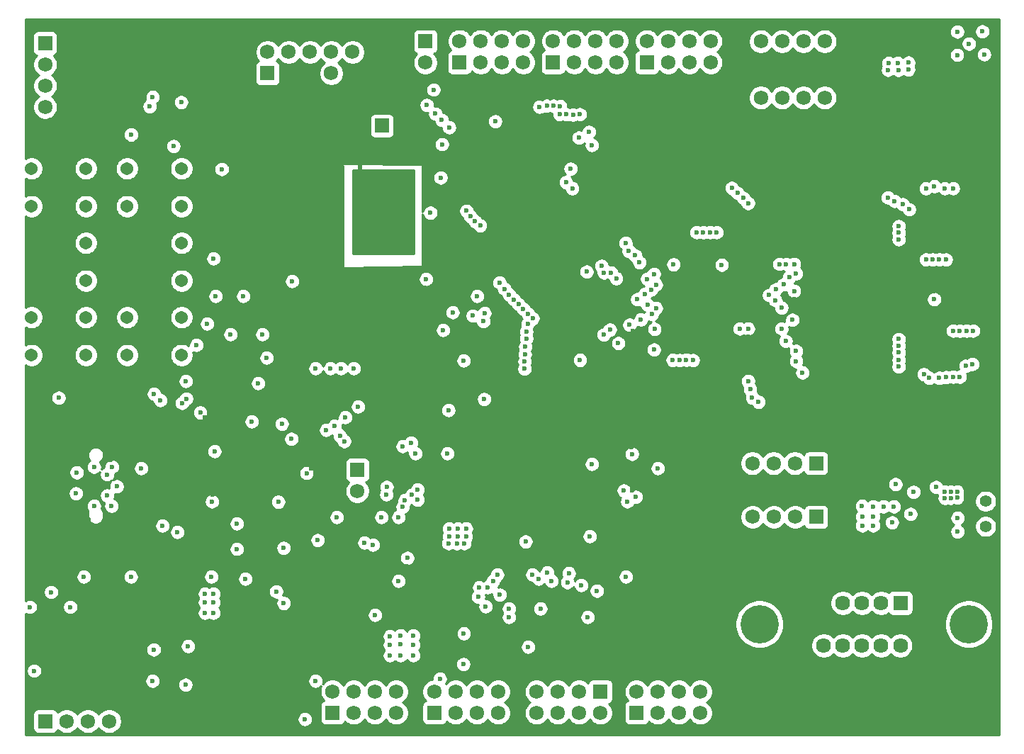
<source format=gbr>
G04 #@! TF.GenerationSoftware,KiCad,Pcbnew,(5.1.5)-3*
G04 #@! TF.CreationDate,2020-08-22T13:10:06+02:00*
G04 #@! TF.ProjectId,TFG20,54464732-302e-46b6-9963-61645f706362,rev?*
G04 #@! TF.SameCoordinates,Original*
G04 #@! TF.FileFunction,Copper,L2,Inr*
G04 #@! TF.FilePolarity,Positive*
%FSLAX46Y46*%
G04 Gerber Fmt 4.6, Leading zero omitted, Abs format (unit mm)*
G04 Created by KiCad (PCBNEW (5.1.5)-3) date 2020-08-22 13:10:06*
%MOMM*%
%LPD*%
G04 APERTURE LIST*
%ADD10C,1.540000*%
%ADD11C,1.725000*%
%ADD12R,1.725000X1.725000*%
%ADD13O,1.400000X0.800000*%
%ADD14R,1.700000X1.700000*%
%ADD15C,1.400000*%
%ADD16R,1.785000X1.785000*%
%ADD17C,1.785000*%
%ADD18C,4.575000*%
%ADD19C,0.600000*%
%ADD20C,0.800000*%
%ADD21C,0.500000*%
%ADD22C,0.254000*%
G04 APERTURE END LIST*
D10*
X29808000Y-55626000D03*
X29808000Y-60126000D03*
X36308000Y-60126000D03*
X36308000Y-55626000D03*
X18392000Y-55626000D03*
X18392000Y-60126000D03*
X24892000Y-60126000D03*
X24892000Y-55626000D03*
X18392000Y-73406000D03*
X18392000Y-77906000D03*
X24892000Y-77906000D03*
X24892000Y-73406000D03*
X29822000Y-73406000D03*
X29822000Y-77906000D03*
X36322000Y-77906000D03*
X36322000Y-73406000D03*
X29822000Y-64516000D03*
X29822000Y-69016000D03*
X36322000Y-69016000D03*
X36322000Y-64516000D03*
D11*
X57320000Y-94160000D03*
D12*
X57320000Y-91620000D03*
D11*
X65445640Y-42966640D03*
D12*
X65445640Y-40426640D03*
D11*
X77150000Y-40409000D03*
X77150000Y-42949000D03*
X74610000Y-40409000D03*
X74610000Y-42949000D03*
X72070000Y-40409000D03*
X72070000Y-42949000D03*
X69530000Y-40409000D03*
D12*
X69530000Y-42949000D03*
D11*
X56750000Y-41710000D03*
X56750000Y-44250000D03*
X54210000Y-41710000D03*
X54210000Y-44250000D03*
X51670000Y-41710000D03*
X51670000Y-44250000D03*
X49130000Y-41710000D03*
X49130000Y-44250000D03*
X46590000Y-41710000D03*
D12*
X46590000Y-44250000D03*
D11*
X88326000Y-40409000D03*
X88326000Y-42949000D03*
X85786000Y-40409000D03*
X85786000Y-42949000D03*
X83246000Y-40409000D03*
X83246000Y-42949000D03*
X80706000Y-40409000D03*
D12*
X80706000Y-42949000D03*
D11*
X99530000Y-40410000D03*
X99530000Y-42950000D03*
X96990000Y-40410000D03*
X96990000Y-42950000D03*
X94450000Y-40410000D03*
X94450000Y-42950000D03*
X91910000Y-40410000D03*
D12*
X91910000Y-42950000D03*
D11*
X98298000Y-118110000D03*
X98298000Y-120650000D03*
X95758000Y-118110000D03*
X95758000Y-120650000D03*
X93218000Y-118110000D03*
X93218000Y-120650000D03*
X90678000Y-118110000D03*
D12*
X90678000Y-120650000D03*
D11*
X74155000Y-118110000D03*
X74155000Y-120650000D03*
X71615000Y-118110000D03*
X71615000Y-120650000D03*
X69075000Y-118110000D03*
X69075000Y-120650000D03*
X66535000Y-118110000D03*
D12*
X66535000Y-120650000D03*
D11*
X78740000Y-120650000D03*
X78740000Y-118110000D03*
X81280000Y-120650000D03*
X81280000Y-118110000D03*
X83820000Y-120650000D03*
X83820000Y-118110000D03*
X86360000Y-120650000D03*
D12*
X86360000Y-118110000D03*
D11*
X61976000Y-118110000D03*
X61976000Y-120650000D03*
X59436000Y-118110000D03*
X59436000Y-120650000D03*
X56896000Y-118110000D03*
X56896000Y-120650000D03*
X54356000Y-118110000D03*
D12*
X54356000Y-120650000D03*
D10*
X18392000Y-64516000D03*
X18392000Y-69016000D03*
X24892000Y-69016000D03*
X24892000Y-64516000D03*
D11*
X22565360Y-48270160D03*
X20025360Y-48270160D03*
X22565360Y-45730160D03*
X20025360Y-45730160D03*
X22565360Y-43190160D03*
X20025360Y-43190160D03*
X22565360Y-40650160D03*
D12*
X20025360Y-40650160D03*
D11*
X27670760Y-119105680D03*
X27670760Y-121645680D03*
X25130760Y-119105680D03*
X25130760Y-121645680D03*
X22590760Y-119105680D03*
X22590760Y-121645680D03*
X20050760Y-119105680D03*
D12*
X20050760Y-121645680D03*
D13*
X18851600Y-88936280D03*
X18851600Y-97916280D03*
X24801600Y-97556280D03*
X24801600Y-89296280D03*
D14*
X60264040Y-50515520D03*
D15*
X132375000Y-98375000D03*
X132375000Y-95375000D03*
D16*
X122200000Y-107520000D03*
D17*
X119910000Y-107520000D03*
X117620000Y-107520000D03*
X115330000Y-107520000D03*
X113040000Y-107520000D03*
X123345000Y-110060000D03*
X121055000Y-110060000D03*
X118765000Y-110060000D03*
X116475000Y-110060000D03*
X114185000Y-110060000D03*
X122200000Y-112600000D03*
X119910000Y-112600000D03*
X117620000Y-112600000D03*
X115330000Y-112600000D03*
X113040000Y-112600000D03*
D18*
X130370000Y-110060000D03*
X105380000Y-110060000D03*
D11*
X113155000Y-40430000D03*
X113155000Y-42970000D03*
X110615000Y-40430000D03*
X110615000Y-42970000D03*
X108075000Y-40430000D03*
X108075000Y-42970000D03*
X105535000Y-40430000D03*
D12*
X105535000Y-42970000D03*
D11*
X113155000Y-47155000D03*
X113155000Y-49695000D03*
X110615000Y-47155000D03*
X110615000Y-49695000D03*
X108075000Y-47155000D03*
X108075000Y-49695000D03*
X105535000Y-47155000D03*
D12*
X105535000Y-49695000D03*
D11*
X104530000Y-99790000D03*
X104530000Y-97250000D03*
X107070000Y-99790000D03*
X107070000Y-97250000D03*
X109610000Y-99790000D03*
X109610000Y-97250000D03*
X112150000Y-99790000D03*
D12*
X112150000Y-97250000D03*
D11*
X104510840Y-93375480D03*
X104510840Y-90835480D03*
X107050840Y-93375480D03*
X107050840Y-90835480D03*
X109590840Y-93375480D03*
X109590840Y-90835480D03*
X112130840Y-93375480D03*
D12*
X112130840Y-90835480D03*
D19*
X34900000Y-115100000D03*
X35300000Y-115700000D03*
X35800000Y-115100000D03*
X35300000Y-114500000D03*
X81732000Y-111552000D03*
X80716000Y-111552000D03*
X64262000Y-98806000D03*
X56642000Y-103632000D03*
X63246000Y-103124000D03*
X70866000Y-77470000D03*
X72390000Y-77470000D03*
X62230000Y-84582000D03*
X62230000Y-87630000D03*
X75946000Y-106426000D03*
X81534000Y-105918000D03*
X90932000Y-100330000D03*
X81732000Y-112568000D03*
X80716000Y-112568000D03*
X62230000Y-92964000D03*
X68072000Y-93980000D03*
X17942560Y-112069880D03*
X22768560Y-112069880D03*
X22814560Y-115625880D03*
D20*
X20736560Y-114355880D03*
D19*
X42672000Y-112014000D03*
X28956000Y-117856000D03*
X34290000Y-120396000D03*
X80010000Y-106172000D03*
X82042000Y-106426000D03*
X74422000Y-100076000D03*
X84836000Y-85090000D03*
X85090000Y-88900000D03*
X83058000Y-100076000D03*
X77724000Y-107188000D03*
X84836000Y-106819969D03*
X90143163Y-94075697D03*
X34290000Y-92202000D03*
X34290000Y-91186000D03*
X34290000Y-90170000D03*
X30734000Y-88138000D03*
X30988000Y-89408000D03*
X39116000Y-85344000D03*
X42926000Y-102108000D03*
X46228000Y-101854000D03*
X44781015Y-101014985D03*
X47244000Y-84074000D03*
X44704000Y-84836000D03*
X45974000Y-86360000D03*
X51816000Y-91440000D03*
X52832000Y-90170000D03*
X52324000Y-91948000D03*
X52577797Y-95757797D03*
X40640000Y-74168000D03*
X43434000Y-75438000D03*
X61468000Y-83312000D03*
X61468000Y-81788000D03*
X52324000Y-81788000D03*
X50800000Y-80010000D03*
X58674000Y-74930000D03*
X69596000Y-69850000D03*
X18288000Y-66294000D03*
X18288000Y-67310000D03*
X29718000Y-66040000D03*
X29718000Y-67310000D03*
X44704000Y-50800000D03*
X44704000Y-53086000D03*
X44958000Y-55280000D03*
X44704000Y-57788020D03*
X22158960Y-85298280D03*
X42926000Y-69342000D03*
X44958000Y-66294000D03*
X44958000Y-64770000D03*
X44958000Y-62484000D03*
X52156360Y-59491880D03*
X52156360Y-65079880D03*
X53426360Y-65079880D03*
X90071320Y-88872760D03*
X87282112Y-54610000D03*
X84709000Y-69088000D03*
X105250000Y-67250000D03*
X90250000Y-75000000D03*
X109500000Y-71250000D03*
X126250000Y-70250000D03*
X104065031Y-75684969D03*
X121000000Y-65250000D03*
X122000000Y-65750000D03*
X121000000Y-66000000D03*
X95106524Y-76167619D03*
X95094677Y-72579116D03*
X95094677Y-69079116D03*
X100861435Y-72616000D03*
X95094677Y-65579116D03*
X94750000Y-63000000D03*
X100750000Y-76250000D03*
X94000000Y-51250000D03*
X98850000Y-108450000D03*
X95850000Y-94175000D03*
X93250000Y-103875000D03*
X130325000Y-91425000D03*
X119225000Y-100025000D03*
X97325000Y-114850000D03*
X91628144Y-109371856D03*
X123875000Y-38450000D03*
X123450000Y-41450000D03*
X119300000Y-53900000D03*
X39800000Y-92050000D03*
X39875000Y-90700000D03*
X39875000Y-97450000D03*
X39950000Y-96725000D03*
X35813999Y-100975000D03*
X35813999Y-97875000D03*
X100749999Y-65650000D03*
X99225000Y-100200000D03*
X49650000Y-109450000D03*
X115975000Y-86375000D03*
X67225000Y-53825000D03*
X67575000Y-62650000D03*
X124714000Y-108204000D03*
X124968000Y-110998000D03*
X111969818Y-105049990D03*
X63670000Y-49470000D03*
X21834560Y-97916280D03*
X18851600Y-93411320D03*
X22062400Y-89296280D03*
X71108000Y-49717960D03*
X39998444Y-94611466D03*
X85039200Y-78900011D03*
X83444080Y-82976720D03*
X79456280Y-83190080D03*
X78917800Y-83596480D03*
X75184000Y-115244880D03*
X70972680Y-115590321D03*
X100749999Y-69108320D03*
X122301000Y-86309200D03*
X65567560Y-64734440D03*
X92750000Y-62250000D03*
X89250000Y-78000000D03*
X102925000Y-61875000D03*
X100749999Y-79850000D03*
X27376120Y-97063560D03*
X31460523Y-93604010D03*
X27873960Y-90429080D03*
X23881080Y-95864680D03*
X23830280Y-90317320D03*
X30581600Y-53019960D03*
X30226000Y-48026320D03*
X65405000Y-69850000D03*
X41605200Y-109880400D03*
X48742600Y-120294400D03*
X127238760Y-87086440D03*
X40035565Y-52903035D03*
X36113720Y-110286800D03*
X58166000Y-100330000D03*
X62230000Y-104902000D03*
X59436000Y-108966000D03*
X63754000Y-88392000D03*
X63289265Y-102151265D03*
X54864000Y-97282000D03*
X35814000Y-99060000D03*
X34036000Y-98298000D03*
X40132000Y-106426000D03*
X40132000Y-107442000D03*
X39116000Y-106426000D03*
X39116000Y-107442000D03*
X39116000Y-108712000D03*
X40132000Y-108712000D03*
X75438000Y-108204000D03*
X75438000Y-109220000D03*
X74326850Y-106537380D03*
X89408000Y-104394000D03*
X89154000Y-94102534D03*
X42926000Y-101092000D03*
X48500000Y-100950000D03*
X31496000Y-91440000D03*
X44704000Y-85852000D03*
X36830000Y-81026000D03*
X36383000Y-83627000D03*
X36891000Y-83119000D03*
X42164000Y-75438000D03*
X39370000Y-74168000D03*
X38100000Y-76708000D03*
X67564000Y-74930000D03*
X65532000Y-68834000D03*
X71628000Y-70866000D03*
X40132000Y-66386000D03*
X43688000Y-70866000D03*
X45974000Y-75438000D03*
X51250313Y-92005687D03*
X85344000Y-52832000D03*
X84709000Y-67945000D03*
X90147320Y-89730760D03*
X109500000Y-70250000D03*
X126250000Y-71250000D03*
X100861436Y-67115999D03*
X95094677Y-67079116D03*
X103000000Y-74750000D03*
X104000000Y-74750000D03*
X85000000Y-51250000D03*
X47625000Y-106150000D03*
X48525000Y-107550000D03*
X60775000Y-94575000D03*
X60825000Y-93675000D03*
X48300000Y-86125000D03*
X82405296Y-105050000D03*
X79191999Y-108200000D03*
X67429270Y-52720730D03*
X33782000Y-83312000D03*
X33020000Y-82550000D03*
X83926680Y-78496160D03*
X70025952Y-78569128D03*
X92821305Y-74800696D03*
X32496760Y-48199040D03*
X35356800Y-52938680D03*
X67279520Y-56702960D03*
X84836000Y-109220000D03*
X77724000Y-112776000D03*
X85090000Y-99568000D03*
X93218000Y-91440000D03*
X85344000Y-90932000D03*
X61214000Y-112522000D03*
X62484000Y-112466000D03*
X61214000Y-111506000D03*
X62498000Y-111434000D03*
X64008000Y-111434000D03*
X68300000Y-99600000D03*
X69300000Y-99600000D03*
X70300000Y-99600000D03*
X68200000Y-100400000D03*
X70100000Y-100400000D03*
X69200000Y-100400000D03*
X64008000Y-112522000D03*
X61214000Y-113792000D03*
X62484000Y-113792000D03*
X64008000Y-113792000D03*
X64262000Y-89662000D03*
X68072000Y-89662000D03*
X68285360Y-98643440D03*
X69316600Y-98628200D03*
X70312280Y-98628200D03*
X77424280Y-100192840D03*
X72461120Y-83169760D03*
X68214240Y-84495640D03*
X18196560Y-108005880D03*
X23022560Y-108005880D03*
X20736560Y-106227880D03*
X24638000Y-104394000D03*
X18704560Y-115625880D03*
X51054000Y-121412000D03*
X21650960Y-83012280D03*
X128225000Y-94225000D03*
X128225000Y-94975000D03*
X129050000Y-97375000D03*
X128975000Y-94225000D03*
X128975000Y-94950000D03*
X127525000Y-94225000D03*
X127525000Y-95000000D03*
X69984499Y-114830980D03*
X28595292Y-93604095D03*
X27418680Y-94676274D03*
X27418705Y-92176249D03*
X23693120Y-94427040D03*
X23809960Y-91922600D03*
X117650000Y-98275000D03*
X117650000Y-97225000D03*
X117625000Y-95925000D03*
X118950000Y-98275000D03*
X118950000Y-97225000D03*
X118950000Y-96000000D03*
X120175000Y-96000000D03*
X121425000Y-96000000D03*
X129000000Y-39275000D03*
X132000000Y-39250000D03*
X130400000Y-40700000D03*
X128975000Y-42050000D03*
X132225000Y-42000000D03*
X121610120Y-93345000D03*
X123764040Y-94259400D03*
X123403360Y-96901000D03*
X121198640Y-97911920D03*
X30272000Y-104394000D03*
X36800000Y-117300000D03*
X37100000Y-112700000D03*
X33000000Y-113100000D03*
X32858000Y-116840000D03*
X121950000Y-43850000D03*
X120775000Y-43025000D03*
X120725000Y-43850000D03*
X121875000Y-43025000D03*
X123150000Y-42975000D03*
X123150000Y-43800000D03*
X49445500Y-87924500D03*
X39950000Y-95410000D03*
X40260000Y-89410000D03*
X47870000Y-95440000D03*
X60198000Y-97282000D03*
X62230000Y-97282000D03*
X52324000Y-116840000D03*
X52578000Y-100021990D03*
X25870316Y-95933318D03*
X25861259Y-91257772D03*
X28006040Y-91262200D03*
X27955240Y-95930720D03*
X70042215Y-111169896D03*
X95000000Y-78500000D03*
X109750000Y-68161498D03*
X102059991Y-57950000D03*
X95824266Y-78524263D03*
X108934489Y-68629990D03*
X102743647Y-58550000D03*
X96622972Y-78478744D03*
X108250000Y-69464265D03*
X103434313Y-59150000D03*
X97421706Y-78523774D03*
X107314265Y-70064265D03*
X104000000Y-59750000D03*
X106500000Y-70750000D03*
X104000000Y-81000000D03*
X100250009Y-63250000D03*
X107250000Y-71350000D03*
X104250000Y-82000000D03*
X99450006Y-63250000D03*
X108000000Y-72250000D03*
X104500000Y-83000000D03*
X98650003Y-63250000D03*
X109299265Y-73700735D03*
X105250000Y-83500000D03*
X97850000Y-63250000D03*
X122000000Y-79300003D03*
X110500000Y-80000000D03*
X109750000Y-78630000D03*
X122000000Y-78500000D03*
X122000000Y-77600006D03*
X109750000Y-77429999D03*
X122000000Y-76800003D03*
X108500000Y-76229998D03*
X122000000Y-76000000D03*
X108000000Y-74750000D03*
X128500000Y-75000000D03*
X125250000Y-58000000D03*
X128500000Y-80500000D03*
X129300003Y-75000000D03*
X126261397Y-57738603D03*
X129300003Y-80499997D03*
X130100006Y-75000000D03*
X127500000Y-58000000D03*
X130000000Y-79200000D03*
X130900009Y-75000000D03*
X128500000Y-58000000D03*
X130800000Y-79000000D03*
X127650009Y-66500000D03*
X120699999Y-59099980D03*
X127650009Y-80549991D03*
X126850006Y-66500000D03*
X121500000Y-59499990D03*
X126850006Y-80650006D03*
X126050003Y-66500000D03*
X122491052Y-59900000D03*
X125665642Y-80643761D03*
X125250000Y-66500000D03*
X123250000Y-60500000D03*
X125000000Y-80200000D03*
X122000000Y-64100006D03*
X109500000Y-67030000D03*
X122000000Y-63300003D03*
X108550003Y-67030000D03*
X122000000Y-62500000D03*
X107750000Y-67030000D03*
X90575000Y-94850000D03*
X89575000Y-95410000D03*
X68707000Y-72806000D03*
X36266120Y-47701200D03*
X72385478Y-73878051D03*
X41127595Y-55692125D03*
X71110146Y-73206010D03*
X32872680Y-47076360D03*
X72517000Y-72898000D03*
X30292040Y-51572160D03*
X42926000Y-98044000D03*
X59182000Y-100584000D03*
X66425000Y-46200000D03*
X73808000Y-49975000D03*
X39878000Y-104394000D03*
X43942000Y-104648000D03*
X38550313Y-84778313D03*
X62738000Y-88806990D03*
X55750000Y-88206990D03*
X83000000Y-58000000D03*
X82250000Y-57250000D03*
X55250000Y-87560001D03*
X82800000Y-55650000D03*
X83775000Y-51950000D03*
X76581524Y-71832065D03*
X91678140Y-70600000D03*
X74308000Y-69250000D03*
X92750000Y-68216000D03*
X74908000Y-69996833D03*
X91950819Y-68816000D03*
X75448634Y-70702233D03*
X93000000Y-69500000D03*
X76017709Y-71264512D03*
X92434313Y-70100000D03*
X77713110Y-72963225D03*
X92000000Y-71900009D03*
X77683412Y-74165118D03*
X92518331Y-73036660D03*
X77526131Y-75920928D03*
X89844880Y-74295000D03*
X77331225Y-77812893D03*
X86750000Y-75464571D03*
X77295589Y-79545589D03*
X92752982Y-77258948D03*
X77311297Y-78681351D03*
X88500000Y-76500000D03*
X77386861Y-76908728D03*
X87500000Y-74864571D03*
X77498882Y-75099647D03*
X91200337Y-73664571D03*
X78278857Y-73528851D03*
X93000000Y-72300019D03*
X77147576Y-72397385D03*
X90750000Y-71250000D03*
X88250000Y-68750000D03*
X91035197Y-66831956D03*
X87649067Y-68047993D03*
X90501777Y-66002728D03*
X86796282Y-68052248D03*
X89750000Y-65500000D03*
X86500000Y-67250000D03*
X89384000Y-64516000D03*
X46482000Y-78232000D03*
X45466000Y-81280000D03*
X78232000Y-104140000D03*
X74040000Y-104140000D03*
X73540000Y-104902000D03*
X72898000Y-105664000D03*
X71882000Y-105664000D03*
X62738000Y-96046002D03*
X62992000Y-95250000D03*
X63854120Y-94588120D03*
X64535187Y-95188120D03*
X64516000Y-93980000D03*
X72644000Y-107950000D03*
X71753603Y-106808397D03*
X67182039Y-116596160D03*
X78994000Y-104648000D03*
X80010000Y-103886000D03*
X80518000Y-104902000D03*
X82587028Y-103981259D03*
X85952964Y-106071037D03*
X84074000Y-105410000D03*
X49530000Y-69088000D03*
X66050000Y-60925000D03*
X126450000Y-93675000D03*
X129025000Y-99000000D03*
X71379601Y-61911134D03*
X67413235Y-49836765D03*
X71992582Y-62425193D03*
X68300735Y-50724265D03*
X70375000Y-60675000D03*
X65600735Y-48024265D03*
X70818761Y-61340642D03*
X66650735Y-49074265D03*
X81487763Y-49137763D03*
X81549913Y-48151137D03*
X80750003Y-48138992D03*
X79950000Y-48138992D03*
X79066437Y-48266437D03*
X82287536Y-49156869D03*
X83906689Y-49145435D03*
X83086664Y-49194263D03*
X55372000Y-79502000D03*
X55880000Y-85344000D03*
X54102000Y-79502000D03*
X54610000Y-86360000D03*
X56896000Y-79502000D03*
X57404000Y-84074000D03*
X52324000Y-79502000D03*
X53594000Y-86868000D03*
X63271487Y-59793598D03*
X56972200Y-61475000D03*
X62682120Y-56499760D03*
X57574180Y-64498220D03*
X63139320Y-64836040D03*
X57642760Y-56581040D03*
X63423800Y-62956440D03*
X40386000Y-70866000D03*
D21*
X57642760Y-56581040D02*
X57642760Y-56156776D01*
X57642760Y-56156776D02*
X57642760Y-54427120D01*
D22*
G36*
X133968000Y-123300000D02*
G01*
X17670000Y-123300000D01*
X17670000Y-120783180D01*
X18558227Y-120783180D01*
X18558227Y-122508180D01*
X18570333Y-122631093D01*
X18606185Y-122749283D01*
X18664407Y-122858208D01*
X18742759Y-122953681D01*
X18838232Y-123032033D01*
X18947157Y-123090255D01*
X19065347Y-123126107D01*
X19188260Y-123138213D01*
X20913260Y-123138213D01*
X21036173Y-123126107D01*
X21154363Y-123090255D01*
X21263288Y-123032033D01*
X21358761Y-122953681D01*
X21437113Y-122858208D01*
X21495335Y-122749283D01*
X21516877Y-122678268D01*
X21641259Y-122802650D01*
X21885217Y-122965658D01*
X22156289Y-123077939D01*
X22444057Y-123135180D01*
X22737463Y-123135180D01*
X23025231Y-123077939D01*
X23296303Y-122965658D01*
X23540261Y-122802650D01*
X23747730Y-122595181D01*
X23860760Y-122426020D01*
X23973790Y-122595181D01*
X24181259Y-122802650D01*
X24425217Y-122965658D01*
X24696289Y-123077939D01*
X24984057Y-123135180D01*
X25277463Y-123135180D01*
X25565231Y-123077939D01*
X25836303Y-122965658D01*
X26080261Y-122802650D01*
X26287730Y-122595181D01*
X26400760Y-122426020D01*
X26513790Y-122595181D01*
X26721259Y-122802650D01*
X26965217Y-122965658D01*
X27236289Y-123077939D01*
X27524057Y-123135180D01*
X27817463Y-123135180D01*
X28105231Y-123077939D01*
X28376303Y-122965658D01*
X28620261Y-122802650D01*
X28827730Y-122595181D01*
X28990738Y-122351223D01*
X29103019Y-122080151D01*
X29160260Y-121792383D01*
X29160260Y-121498977D01*
X29124799Y-121320699D01*
X50127000Y-121320699D01*
X50127000Y-121503301D01*
X50162624Y-121682396D01*
X50232504Y-121851099D01*
X50333952Y-122002928D01*
X50463072Y-122132048D01*
X50614901Y-122233496D01*
X50783604Y-122303376D01*
X50962699Y-122339000D01*
X51145301Y-122339000D01*
X51324396Y-122303376D01*
X51493099Y-122233496D01*
X51644928Y-122132048D01*
X51774048Y-122002928D01*
X51875496Y-121851099D01*
X51945376Y-121682396D01*
X51981000Y-121503301D01*
X51981000Y-121320699D01*
X51945376Y-121141604D01*
X51875496Y-120972901D01*
X51774048Y-120821072D01*
X51644928Y-120691952D01*
X51493099Y-120590504D01*
X51324396Y-120520624D01*
X51145301Y-120485000D01*
X50962699Y-120485000D01*
X50783604Y-120520624D01*
X50614901Y-120590504D01*
X50463072Y-120691952D01*
X50333952Y-120821072D01*
X50232504Y-120972901D01*
X50162624Y-121141604D01*
X50127000Y-121320699D01*
X29124799Y-121320699D01*
X29103019Y-121211209D01*
X28990738Y-120940137D01*
X28827730Y-120696179D01*
X28620261Y-120488710D01*
X28376303Y-120325702D01*
X28105231Y-120213421D01*
X27817463Y-120156180D01*
X27524057Y-120156180D01*
X27236289Y-120213421D01*
X26965217Y-120325702D01*
X26721259Y-120488710D01*
X26513790Y-120696179D01*
X26400760Y-120865340D01*
X26287730Y-120696179D01*
X26080261Y-120488710D01*
X25836303Y-120325702D01*
X25565231Y-120213421D01*
X25277463Y-120156180D01*
X24984057Y-120156180D01*
X24696289Y-120213421D01*
X24425217Y-120325702D01*
X24181259Y-120488710D01*
X23973790Y-120696179D01*
X23860760Y-120865340D01*
X23747730Y-120696179D01*
X23540261Y-120488710D01*
X23296303Y-120325702D01*
X23025231Y-120213421D01*
X22737463Y-120156180D01*
X22444057Y-120156180D01*
X22156289Y-120213421D01*
X21885217Y-120325702D01*
X21641259Y-120488710D01*
X21516877Y-120613092D01*
X21495335Y-120542077D01*
X21437113Y-120433152D01*
X21358761Y-120337679D01*
X21263288Y-120259327D01*
X21154363Y-120201105D01*
X21036173Y-120165253D01*
X20913260Y-120153147D01*
X19188260Y-120153147D01*
X19065347Y-120165253D01*
X18947157Y-120201105D01*
X18838232Y-120259327D01*
X18742759Y-120337679D01*
X18664407Y-120433152D01*
X18606185Y-120542077D01*
X18570333Y-120660267D01*
X18558227Y-120783180D01*
X17670000Y-120783180D01*
X17670000Y-116748699D01*
X31931000Y-116748699D01*
X31931000Y-116931301D01*
X31966624Y-117110396D01*
X32036504Y-117279099D01*
X32137952Y-117430928D01*
X32267072Y-117560048D01*
X32418901Y-117661496D01*
X32587604Y-117731376D01*
X32766699Y-117767000D01*
X32949301Y-117767000D01*
X33128396Y-117731376D01*
X33297099Y-117661496D01*
X33448928Y-117560048D01*
X33578048Y-117430928D01*
X33679496Y-117279099D01*
X33708657Y-117208699D01*
X35873000Y-117208699D01*
X35873000Y-117391301D01*
X35908624Y-117570396D01*
X35978504Y-117739099D01*
X36079952Y-117890928D01*
X36209072Y-118020048D01*
X36360901Y-118121496D01*
X36529604Y-118191376D01*
X36708699Y-118227000D01*
X36891301Y-118227000D01*
X37070396Y-118191376D01*
X37239099Y-118121496D01*
X37390928Y-118020048D01*
X37520048Y-117890928D01*
X37621496Y-117739099D01*
X37691376Y-117570396D01*
X37727000Y-117391301D01*
X37727000Y-117208699D01*
X37691376Y-117029604D01*
X37621496Y-116860901D01*
X37546526Y-116748699D01*
X51397000Y-116748699D01*
X51397000Y-116931301D01*
X51432624Y-117110396D01*
X51502504Y-117279099D01*
X51603952Y-117430928D01*
X51733072Y-117560048D01*
X51884901Y-117661496D01*
X52053604Y-117731376D01*
X52232699Y-117767000D01*
X52415301Y-117767000D01*
X52594396Y-117731376D01*
X52763099Y-117661496D01*
X52914928Y-117560048D01*
X53011629Y-117463347D01*
X52923741Y-117675529D01*
X52866500Y-117963297D01*
X52866500Y-118256703D01*
X52923741Y-118544471D01*
X53036022Y-118815543D01*
X53199030Y-119059501D01*
X53323412Y-119183883D01*
X53252397Y-119205425D01*
X53143472Y-119263647D01*
X53047999Y-119341999D01*
X52969647Y-119437472D01*
X52911425Y-119546397D01*
X52875573Y-119664587D01*
X52863467Y-119787500D01*
X52863467Y-121512500D01*
X52875573Y-121635413D01*
X52911425Y-121753603D01*
X52969647Y-121862528D01*
X53047999Y-121958001D01*
X53143472Y-122036353D01*
X53252397Y-122094575D01*
X53370587Y-122130427D01*
X53493500Y-122142533D01*
X55218500Y-122142533D01*
X55341413Y-122130427D01*
X55459603Y-122094575D01*
X55568528Y-122036353D01*
X55664001Y-121958001D01*
X55742353Y-121862528D01*
X55800575Y-121753603D01*
X55822117Y-121682588D01*
X55946499Y-121806970D01*
X56190457Y-121969978D01*
X56461529Y-122082259D01*
X56749297Y-122139500D01*
X57042703Y-122139500D01*
X57330471Y-122082259D01*
X57601543Y-121969978D01*
X57845501Y-121806970D01*
X58052970Y-121599501D01*
X58166000Y-121430340D01*
X58279030Y-121599501D01*
X58486499Y-121806970D01*
X58730457Y-121969978D01*
X59001529Y-122082259D01*
X59289297Y-122139500D01*
X59582703Y-122139500D01*
X59870471Y-122082259D01*
X60141543Y-121969978D01*
X60385501Y-121806970D01*
X60592970Y-121599501D01*
X60706000Y-121430340D01*
X60819030Y-121599501D01*
X61026499Y-121806970D01*
X61270457Y-121969978D01*
X61541529Y-122082259D01*
X61829297Y-122139500D01*
X62122703Y-122139500D01*
X62410471Y-122082259D01*
X62681543Y-121969978D01*
X62925501Y-121806970D01*
X63132970Y-121599501D01*
X63295978Y-121355543D01*
X63408259Y-121084471D01*
X63465500Y-120796703D01*
X63465500Y-120503297D01*
X63408259Y-120215529D01*
X63295978Y-119944457D01*
X63191103Y-119787500D01*
X65042467Y-119787500D01*
X65042467Y-121512500D01*
X65054573Y-121635413D01*
X65090425Y-121753603D01*
X65148647Y-121862528D01*
X65226999Y-121958001D01*
X65322472Y-122036353D01*
X65431397Y-122094575D01*
X65549587Y-122130427D01*
X65672500Y-122142533D01*
X67397500Y-122142533D01*
X67520413Y-122130427D01*
X67638603Y-122094575D01*
X67747528Y-122036353D01*
X67843001Y-121958001D01*
X67921353Y-121862528D01*
X67979575Y-121753603D01*
X68001117Y-121682588D01*
X68125499Y-121806970D01*
X68369457Y-121969978D01*
X68640529Y-122082259D01*
X68928297Y-122139500D01*
X69221703Y-122139500D01*
X69509471Y-122082259D01*
X69780543Y-121969978D01*
X70024501Y-121806970D01*
X70231970Y-121599501D01*
X70345000Y-121430340D01*
X70458030Y-121599501D01*
X70665499Y-121806970D01*
X70909457Y-121969978D01*
X71180529Y-122082259D01*
X71468297Y-122139500D01*
X71761703Y-122139500D01*
X72049471Y-122082259D01*
X72320543Y-121969978D01*
X72564501Y-121806970D01*
X72771970Y-121599501D01*
X72885000Y-121430340D01*
X72998030Y-121599501D01*
X73205499Y-121806970D01*
X73449457Y-121969978D01*
X73720529Y-122082259D01*
X74008297Y-122139500D01*
X74301703Y-122139500D01*
X74589471Y-122082259D01*
X74860543Y-121969978D01*
X75104501Y-121806970D01*
X75311970Y-121599501D01*
X75474978Y-121355543D01*
X75587259Y-121084471D01*
X75644500Y-120796703D01*
X75644500Y-120503297D01*
X75587259Y-120215529D01*
X75474978Y-119944457D01*
X75311970Y-119700499D01*
X75104501Y-119493030D01*
X74935340Y-119380000D01*
X75104501Y-119266970D01*
X75311970Y-119059501D01*
X75474978Y-118815543D01*
X75587259Y-118544471D01*
X75644500Y-118256703D01*
X75644500Y-117963297D01*
X77250500Y-117963297D01*
X77250500Y-118256703D01*
X77307741Y-118544471D01*
X77420022Y-118815543D01*
X77583030Y-119059501D01*
X77790499Y-119266970D01*
X77959660Y-119380000D01*
X77790499Y-119493030D01*
X77583030Y-119700499D01*
X77420022Y-119944457D01*
X77307741Y-120215529D01*
X77250500Y-120503297D01*
X77250500Y-120796703D01*
X77307741Y-121084471D01*
X77420022Y-121355543D01*
X77583030Y-121599501D01*
X77790499Y-121806970D01*
X78034457Y-121969978D01*
X78305529Y-122082259D01*
X78593297Y-122139500D01*
X78886703Y-122139500D01*
X79174471Y-122082259D01*
X79445543Y-121969978D01*
X79689501Y-121806970D01*
X79896970Y-121599501D01*
X80010000Y-121430340D01*
X80123030Y-121599501D01*
X80330499Y-121806970D01*
X80574457Y-121969978D01*
X80845529Y-122082259D01*
X81133297Y-122139500D01*
X81426703Y-122139500D01*
X81714471Y-122082259D01*
X81985543Y-121969978D01*
X82229501Y-121806970D01*
X82436970Y-121599501D01*
X82550000Y-121430340D01*
X82663030Y-121599501D01*
X82870499Y-121806970D01*
X83114457Y-121969978D01*
X83385529Y-122082259D01*
X83673297Y-122139500D01*
X83966703Y-122139500D01*
X84254471Y-122082259D01*
X84525543Y-121969978D01*
X84769501Y-121806970D01*
X84976970Y-121599501D01*
X85090000Y-121430340D01*
X85203030Y-121599501D01*
X85410499Y-121806970D01*
X85654457Y-121969978D01*
X85925529Y-122082259D01*
X86213297Y-122139500D01*
X86506703Y-122139500D01*
X86794471Y-122082259D01*
X87065543Y-121969978D01*
X87309501Y-121806970D01*
X87516970Y-121599501D01*
X87679978Y-121355543D01*
X87792259Y-121084471D01*
X87849500Y-120796703D01*
X87849500Y-120503297D01*
X87792259Y-120215529D01*
X87679978Y-119944457D01*
X87575103Y-119787500D01*
X89185467Y-119787500D01*
X89185467Y-121512500D01*
X89197573Y-121635413D01*
X89233425Y-121753603D01*
X89291647Y-121862528D01*
X89369999Y-121958001D01*
X89465472Y-122036353D01*
X89574397Y-122094575D01*
X89692587Y-122130427D01*
X89815500Y-122142533D01*
X91540500Y-122142533D01*
X91663413Y-122130427D01*
X91781603Y-122094575D01*
X91890528Y-122036353D01*
X91986001Y-121958001D01*
X92064353Y-121862528D01*
X92122575Y-121753603D01*
X92144117Y-121682588D01*
X92268499Y-121806970D01*
X92512457Y-121969978D01*
X92783529Y-122082259D01*
X93071297Y-122139500D01*
X93364703Y-122139500D01*
X93652471Y-122082259D01*
X93923543Y-121969978D01*
X94167501Y-121806970D01*
X94374970Y-121599501D01*
X94488000Y-121430340D01*
X94601030Y-121599501D01*
X94808499Y-121806970D01*
X95052457Y-121969978D01*
X95323529Y-122082259D01*
X95611297Y-122139500D01*
X95904703Y-122139500D01*
X96192471Y-122082259D01*
X96463543Y-121969978D01*
X96707501Y-121806970D01*
X96914970Y-121599501D01*
X97028000Y-121430340D01*
X97141030Y-121599501D01*
X97348499Y-121806970D01*
X97592457Y-121969978D01*
X97863529Y-122082259D01*
X98151297Y-122139500D01*
X98444703Y-122139500D01*
X98732471Y-122082259D01*
X99003543Y-121969978D01*
X99247501Y-121806970D01*
X99454970Y-121599501D01*
X99617978Y-121355543D01*
X99730259Y-121084471D01*
X99787500Y-120796703D01*
X99787500Y-120503297D01*
X99730259Y-120215529D01*
X99617978Y-119944457D01*
X99454970Y-119700499D01*
X99247501Y-119493030D01*
X99078340Y-119380000D01*
X99247501Y-119266970D01*
X99454970Y-119059501D01*
X99617978Y-118815543D01*
X99730259Y-118544471D01*
X99787500Y-118256703D01*
X99787500Y-117963297D01*
X99730259Y-117675529D01*
X99617978Y-117404457D01*
X99454970Y-117160499D01*
X99247501Y-116953030D01*
X99003543Y-116790022D01*
X98732471Y-116677741D01*
X98444703Y-116620500D01*
X98151297Y-116620500D01*
X97863529Y-116677741D01*
X97592457Y-116790022D01*
X97348499Y-116953030D01*
X97141030Y-117160499D01*
X97028000Y-117329660D01*
X96914970Y-117160499D01*
X96707501Y-116953030D01*
X96463543Y-116790022D01*
X96192471Y-116677741D01*
X95904703Y-116620500D01*
X95611297Y-116620500D01*
X95323529Y-116677741D01*
X95052457Y-116790022D01*
X94808499Y-116953030D01*
X94601030Y-117160499D01*
X94488000Y-117329660D01*
X94374970Y-117160499D01*
X94167501Y-116953030D01*
X93923543Y-116790022D01*
X93652471Y-116677741D01*
X93364703Y-116620500D01*
X93071297Y-116620500D01*
X92783529Y-116677741D01*
X92512457Y-116790022D01*
X92268499Y-116953030D01*
X92061030Y-117160499D01*
X91948000Y-117329660D01*
X91834970Y-117160499D01*
X91627501Y-116953030D01*
X91383543Y-116790022D01*
X91112471Y-116677741D01*
X90824703Y-116620500D01*
X90531297Y-116620500D01*
X90243529Y-116677741D01*
X89972457Y-116790022D01*
X89728499Y-116953030D01*
X89521030Y-117160499D01*
X89358022Y-117404457D01*
X89245741Y-117675529D01*
X89188500Y-117963297D01*
X89188500Y-118256703D01*
X89245741Y-118544471D01*
X89358022Y-118815543D01*
X89521030Y-119059501D01*
X89645412Y-119183883D01*
X89574397Y-119205425D01*
X89465472Y-119263647D01*
X89369999Y-119341999D01*
X89291647Y-119437472D01*
X89233425Y-119546397D01*
X89197573Y-119664587D01*
X89185467Y-119787500D01*
X87575103Y-119787500D01*
X87516970Y-119700499D01*
X87392588Y-119576117D01*
X87463603Y-119554575D01*
X87572528Y-119496353D01*
X87668001Y-119418001D01*
X87746353Y-119322528D01*
X87804575Y-119213603D01*
X87840427Y-119095413D01*
X87852533Y-118972500D01*
X87852533Y-117247500D01*
X87840427Y-117124587D01*
X87804575Y-117006397D01*
X87746353Y-116897472D01*
X87668001Y-116801999D01*
X87572528Y-116723647D01*
X87463603Y-116665425D01*
X87345413Y-116629573D01*
X87222500Y-116617467D01*
X85497500Y-116617467D01*
X85374587Y-116629573D01*
X85256397Y-116665425D01*
X85147472Y-116723647D01*
X85051999Y-116801999D01*
X84973647Y-116897472D01*
X84915425Y-117006397D01*
X84893883Y-117077412D01*
X84769501Y-116953030D01*
X84525543Y-116790022D01*
X84254471Y-116677741D01*
X83966703Y-116620500D01*
X83673297Y-116620500D01*
X83385529Y-116677741D01*
X83114457Y-116790022D01*
X82870499Y-116953030D01*
X82663030Y-117160499D01*
X82550000Y-117329660D01*
X82436970Y-117160499D01*
X82229501Y-116953030D01*
X81985543Y-116790022D01*
X81714471Y-116677741D01*
X81426703Y-116620500D01*
X81133297Y-116620500D01*
X80845529Y-116677741D01*
X80574457Y-116790022D01*
X80330499Y-116953030D01*
X80123030Y-117160499D01*
X80010000Y-117329660D01*
X79896970Y-117160499D01*
X79689501Y-116953030D01*
X79445543Y-116790022D01*
X79174471Y-116677741D01*
X78886703Y-116620500D01*
X78593297Y-116620500D01*
X78305529Y-116677741D01*
X78034457Y-116790022D01*
X77790499Y-116953030D01*
X77583030Y-117160499D01*
X77420022Y-117404457D01*
X77307741Y-117675529D01*
X77250500Y-117963297D01*
X75644500Y-117963297D01*
X75587259Y-117675529D01*
X75474978Y-117404457D01*
X75311970Y-117160499D01*
X75104501Y-116953030D01*
X74860543Y-116790022D01*
X74589471Y-116677741D01*
X74301703Y-116620500D01*
X74008297Y-116620500D01*
X73720529Y-116677741D01*
X73449457Y-116790022D01*
X73205499Y-116953030D01*
X72998030Y-117160499D01*
X72885000Y-117329660D01*
X72771970Y-117160499D01*
X72564501Y-116953030D01*
X72320543Y-116790022D01*
X72049471Y-116677741D01*
X71761703Y-116620500D01*
X71468297Y-116620500D01*
X71180529Y-116677741D01*
X70909457Y-116790022D01*
X70665499Y-116953030D01*
X70458030Y-117160499D01*
X70345000Y-117329660D01*
X70231970Y-117160499D01*
X70024501Y-116953030D01*
X69780543Y-116790022D01*
X69509471Y-116677741D01*
X69221703Y-116620500D01*
X68928297Y-116620500D01*
X68640529Y-116677741D01*
X68369457Y-116790022D01*
X68125499Y-116953030D01*
X67923524Y-117155005D01*
X68003535Y-117035259D01*
X68073415Y-116866556D01*
X68109039Y-116687461D01*
X68109039Y-116504859D01*
X68073415Y-116325764D01*
X68003535Y-116157061D01*
X67902087Y-116005232D01*
X67772967Y-115876112D01*
X67621138Y-115774664D01*
X67452435Y-115704784D01*
X67273340Y-115669160D01*
X67090738Y-115669160D01*
X66911643Y-115704784D01*
X66742940Y-115774664D01*
X66591111Y-115876112D01*
X66461991Y-116005232D01*
X66360543Y-116157061D01*
X66290663Y-116325764D01*
X66255039Y-116504859D01*
X66255039Y-116647007D01*
X66100529Y-116677741D01*
X65829457Y-116790022D01*
X65585499Y-116953030D01*
X65378030Y-117160499D01*
X65215022Y-117404457D01*
X65102741Y-117675529D01*
X65045500Y-117963297D01*
X65045500Y-118256703D01*
X65102741Y-118544471D01*
X65215022Y-118815543D01*
X65378030Y-119059501D01*
X65502412Y-119183883D01*
X65431397Y-119205425D01*
X65322472Y-119263647D01*
X65226999Y-119341999D01*
X65148647Y-119437472D01*
X65090425Y-119546397D01*
X65054573Y-119664587D01*
X65042467Y-119787500D01*
X63191103Y-119787500D01*
X63132970Y-119700499D01*
X62925501Y-119493030D01*
X62756340Y-119380000D01*
X62925501Y-119266970D01*
X63132970Y-119059501D01*
X63295978Y-118815543D01*
X63408259Y-118544471D01*
X63465500Y-118256703D01*
X63465500Y-117963297D01*
X63408259Y-117675529D01*
X63295978Y-117404457D01*
X63132970Y-117160499D01*
X62925501Y-116953030D01*
X62681543Y-116790022D01*
X62410471Y-116677741D01*
X62122703Y-116620500D01*
X61829297Y-116620500D01*
X61541529Y-116677741D01*
X61270457Y-116790022D01*
X61026499Y-116953030D01*
X60819030Y-117160499D01*
X60706000Y-117329660D01*
X60592970Y-117160499D01*
X60385501Y-116953030D01*
X60141543Y-116790022D01*
X59870471Y-116677741D01*
X59582703Y-116620500D01*
X59289297Y-116620500D01*
X59001529Y-116677741D01*
X58730457Y-116790022D01*
X58486499Y-116953030D01*
X58279030Y-117160499D01*
X58166000Y-117329660D01*
X58052970Y-117160499D01*
X57845501Y-116953030D01*
X57601543Y-116790022D01*
X57330471Y-116677741D01*
X57042703Y-116620500D01*
X56749297Y-116620500D01*
X56461529Y-116677741D01*
X56190457Y-116790022D01*
X55946499Y-116953030D01*
X55739030Y-117160499D01*
X55626000Y-117329660D01*
X55512970Y-117160499D01*
X55305501Y-116953030D01*
X55061543Y-116790022D01*
X54790471Y-116677741D01*
X54502703Y-116620500D01*
X54209297Y-116620500D01*
X53921529Y-116677741D01*
X53650457Y-116790022D01*
X53406499Y-116953030D01*
X53199030Y-117160499D01*
X53187433Y-117177854D01*
X53215376Y-117110396D01*
X53251000Y-116931301D01*
X53251000Y-116748699D01*
X53215376Y-116569604D01*
X53145496Y-116400901D01*
X53044048Y-116249072D01*
X52914928Y-116119952D01*
X52763099Y-116018504D01*
X52594396Y-115948624D01*
X52415301Y-115913000D01*
X52232699Y-115913000D01*
X52053604Y-115948624D01*
X51884901Y-116018504D01*
X51733072Y-116119952D01*
X51603952Y-116249072D01*
X51502504Y-116400901D01*
X51432624Y-116569604D01*
X51397000Y-116748699D01*
X37546526Y-116748699D01*
X37520048Y-116709072D01*
X37390928Y-116579952D01*
X37239099Y-116478504D01*
X37070396Y-116408624D01*
X36891301Y-116373000D01*
X36708699Y-116373000D01*
X36529604Y-116408624D01*
X36360901Y-116478504D01*
X36209072Y-116579952D01*
X36079952Y-116709072D01*
X35978504Y-116860901D01*
X35908624Y-117029604D01*
X35873000Y-117208699D01*
X33708657Y-117208699D01*
X33749376Y-117110396D01*
X33785000Y-116931301D01*
X33785000Y-116748699D01*
X33749376Y-116569604D01*
X33679496Y-116400901D01*
X33578048Y-116249072D01*
X33448928Y-116119952D01*
X33297099Y-116018504D01*
X33128396Y-115948624D01*
X32949301Y-115913000D01*
X32766699Y-115913000D01*
X32587604Y-115948624D01*
X32418901Y-116018504D01*
X32267072Y-116119952D01*
X32137952Y-116249072D01*
X32036504Y-116400901D01*
X31966624Y-116569604D01*
X31931000Y-116748699D01*
X17670000Y-116748699D01*
X17670000Y-115534579D01*
X17777560Y-115534579D01*
X17777560Y-115717181D01*
X17813184Y-115896276D01*
X17883064Y-116064979D01*
X17984512Y-116216808D01*
X18113632Y-116345928D01*
X18265461Y-116447376D01*
X18434164Y-116517256D01*
X18613259Y-116552880D01*
X18795861Y-116552880D01*
X18974956Y-116517256D01*
X19143659Y-116447376D01*
X19295488Y-116345928D01*
X19424608Y-116216808D01*
X19526056Y-116064979D01*
X19595936Y-115896276D01*
X19631560Y-115717181D01*
X19631560Y-115534579D01*
X19595936Y-115355484D01*
X19526056Y-115186781D01*
X19424608Y-115034952D01*
X19295488Y-114905832D01*
X19143659Y-114804384D01*
X18987450Y-114739679D01*
X69057499Y-114739679D01*
X69057499Y-114922281D01*
X69093123Y-115101376D01*
X69163003Y-115270079D01*
X69264451Y-115421908D01*
X69393571Y-115551028D01*
X69545400Y-115652476D01*
X69714103Y-115722356D01*
X69893198Y-115757980D01*
X70075800Y-115757980D01*
X70254895Y-115722356D01*
X70423598Y-115652476D01*
X70575427Y-115551028D01*
X70704547Y-115421908D01*
X70805995Y-115270079D01*
X70875875Y-115101376D01*
X70911499Y-114922281D01*
X70911499Y-114739679D01*
X70875875Y-114560584D01*
X70805995Y-114391881D01*
X70704547Y-114240052D01*
X70575427Y-114110932D01*
X70423598Y-114009484D01*
X70254895Y-113939604D01*
X70075800Y-113903980D01*
X69893198Y-113903980D01*
X69714103Y-113939604D01*
X69545400Y-114009484D01*
X69393571Y-114110932D01*
X69264451Y-114240052D01*
X69163003Y-114391881D01*
X69093123Y-114560584D01*
X69057499Y-114739679D01*
X18987450Y-114739679D01*
X18974956Y-114734504D01*
X18795861Y-114698880D01*
X18613259Y-114698880D01*
X18434164Y-114734504D01*
X18265461Y-114804384D01*
X18113632Y-114905832D01*
X17984512Y-115034952D01*
X17883064Y-115186781D01*
X17813184Y-115355484D01*
X17777560Y-115534579D01*
X17670000Y-115534579D01*
X17670000Y-113008699D01*
X32073000Y-113008699D01*
X32073000Y-113191301D01*
X32108624Y-113370396D01*
X32178504Y-113539099D01*
X32279952Y-113690928D01*
X32409072Y-113820048D01*
X32560901Y-113921496D01*
X32729604Y-113991376D01*
X32908699Y-114027000D01*
X33091301Y-114027000D01*
X33270396Y-113991376D01*
X33439099Y-113921496D01*
X33590928Y-113820048D01*
X33720048Y-113690928D01*
X33821496Y-113539099D01*
X33891376Y-113370396D01*
X33927000Y-113191301D01*
X33927000Y-113008699D01*
X33891376Y-112829604D01*
X33821496Y-112660901D01*
X33786617Y-112608699D01*
X36173000Y-112608699D01*
X36173000Y-112791301D01*
X36208624Y-112970396D01*
X36278504Y-113139099D01*
X36379952Y-113290928D01*
X36509072Y-113420048D01*
X36660901Y-113521496D01*
X36829604Y-113591376D01*
X37008699Y-113627000D01*
X37191301Y-113627000D01*
X37370396Y-113591376D01*
X37539099Y-113521496D01*
X37690928Y-113420048D01*
X37820048Y-113290928D01*
X37921496Y-113139099D01*
X37991376Y-112970396D01*
X38027000Y-112791301D01*
X38027000Y-112608699D01*
X37991376Y-112429604D01*
X37921496Y-112260901D01*
X37820048Y-112109072D01*
X37690928Y-111979952D01*
X37539099Y-111878504D01*
X37370396Y-111808624D01*
X37191301Y-111773000D01*
X37008699Y-111773000D01*
X36829604Y-111808624D01*
X36660901Y-111878504D01*
X36509072Y-111979952D01*
X36379952Y-112109072D01*
X36278504Y-112260901D01*
X36208624Y-112429604D01*
X36173000Y-112608699D01*
X33786617Y-112608699D01*
X33720048Y-112509072D01*
X33590928Y-112379952D01*
X33439099Y-112278504D01*
X33270396Y-112208624D01*
X33091301Y-112173000D01*
X32908699Y-112173000D01*
X32729604Y-112208624D01*
X32560901Y-112278504D01*
X32409072Y-112379952D01*
X32279952Y-112509072D01*
X32178504Y-112660901D01*
X32108624Y-112829604D01*
X32073000Y-113008699D01*
X17670000Y-113008699D01*
X17670000Y-111414699D01*
X60287000Y-111414699D01*
X60287000Y-111597301D01*
X60322624Y-111776396D01*
X60392504Y-111945099D01*
X60438542Y-112014000D01*
X60392504Y-112082901D01*
X60322624Y-112251604D01*
X60287000Y-112430699D01*
X60287000Y-112613301D01*
X60322624Y-112792396D01*
X60392504Y-112961099D01*
X60493952Y-113112928D01*
X60538024Y-113157000D01*
X60493952Y-113201072D01*
X60392504Y-113352901D01*
X60322624Y-113521604D01*
X60287000Y-113700699D01*
X60287000Y-113883301D01*
X60322624Y-114062396D01*
X60392504Y-114231099D01*
X60493952Y-114382928D01*
X60623072Y-114512048D01*
X60774901Y-114613496D01*
X60943604Y-114683376D01*
X61122699Y-114719000D01*
X61305301Y-114719000D01*
X61484396Y-114683376D01*
X61653099Y-114613496D01*
X61804928Y-114512048D01*
X61849000Y-114467976D01*
X61893072Y-114512048D01*
X62044901Y-114613496D01*
X62213604Y-114683376D01*
X62392699Y-114719000D01*
X62575301Y-114719000D01*
X62754396Y-114683376D01*
X62923099Y-114613496D01*
X63074928Y-114512048D01*
X63204048Y-114382928D01*
X63246000Y-114320142D01*
X63287952Y-114382928D01*
X63417072Y-114512048D01*
X63568901Y-114613496D01*
X63737604Y-114683376D01*
X63916699Y-114719000D01*
X64099301Y-114719000D01*
X64278396Y-114683376D01*
X64447099Y-114613496D01*
X64598928Y-114512048D01*
X64728048Y-114382928D01*
X64829496Y-114231099D01*
X64899376Y-114062396D01*
X64935000Y-113883301D01*
X64935000Y-113700699D01*
X64899376Y-113521604D01*
X64829496Y-113352901D01*
X64728048Y-113201072D01*
X64683976Y-113157000D01*
X64728048Y-113112928D01*
X64829496Y-112961099D01*
X64899376Y-112792396D01*
X64920798Y-112684699D01*
X76797000Y-112684699D01*
X76797000Y-112867301D01*
X76832624Y-113046396D01*
X76902504Y-113215099D01*
X77003952Y-113366928D01*
X77133072Y-113496048D01*
X77284901Y-113597496D01*
X77453604Y-113667376D01*
X77632699Y-113703000D01*
X77815301Y-113703000D01*
X77994396Y-113667376D01*
X78163099Y-113597496D01*
X78314928Y-113496048D01*
X78444048Y-113366928D01*
X78545496Y-113215099D01*
X78615376Y-113046396D01*
X78651000Y-112867301D01*
X78651000Y-112684699D01*
X78615376Y-112505604D01*
X78545496Y-112336901D01*
X78444048Y-112185072D01*
X78314928Y-112055952D01*
X78163099Y-111954504D01*
X77994396Y-111884624D01*
X77815301Y-111849000D01*
X77632699Y-111849000D01*
X77453604Y-111884624D01*
X77284901Y-111954504D01*
X77133072Y-112055952D01*
X77003952Y-112185072D01*
X76902504Y-112336901D01*
X76832624Y-112505604D01*
X76797000Y-112684699D01*
X64920798Y-112684699D01*
X64935000Y-112613301D01*
X64935000Y-112430699D01*
X64899376Y-112251604D01*
X64829496Y-112082901D01*
X64759404Y-111978000D01*
X64829496Y-111873099D01*
X64899376Y-111704396D01*
X64935000Y-111525301D01*
X64935000Y-111342699D01*
X64899376Y-111163604D01*
X64864164Y-111078595D01*
X69115215Y-111078595D01*
X69115215Y-111261197D01*
X69150839Y-111440292D01*
X69220719Y-111608995D01*
X69322167Y-111760824D01*
X69451287Y-111889944D01*
X69603116Y-111991392D01*
X69771819Y-112061272D01*
X69950914Y-112096896D01*
X70133516Y-112096896D01*
X70312611Y-112061272D01*
X70481314Y-111991392D01*
X70633143Y-111889944D01*
X70762263Y-111760824D01*
X70863711Y-111608995D01*
X70933591Y-111440292D01*
X70969215Y-111261197D01*
X70969215Y-111078595D01*
X70933591Y-110899500D01*
X70863711Y-110730797D01*
X70762263Y-110578968D01*
X70633143Y-110449848D01*
X70481314Y-110348400D01*
X70312611Y-110278520D01*
X70133516Y-110242896D01*
X69950914Y-110242896D01*
X69771819Y-110278520D01*
X69603116Y-110348400D01*
X69451287Y-110449848D01*
X69322167Y-110578968D01*
X69220719Y-110730797D01*
X69150839Y-110899500D01*
X69115215Y-111078595D01*
X64864164Y-111078595D01*
X64829496Y-110994901D01*
X64728048Y-110843072D01*
X64598928Y-110713952D01*
X64447099Y-110612504D01*
X64278396Y-110542624D01*
X64099301Y-110507000D01*
X63916699Y-110507000D01*
X63737604Y-110542624D01*
X63568901Y-110612504D01*
X63417072Y-110713952D01*
X63287952Y-110843072D01*
X63253000Y-110895382D01*
X63218048Y-110843072D01*
X63088928Y-110713952D01*
X62937099Y-110612504D01*
X62768396Y-110542624D01*
X62589301Y-110507000D01*
X62406699Y-110507000D01*
X62227604Y-110542624D01*
X62058901Y-110612504D01*
X61907072Y-110713952D01*
X61820000Y-110801024D01*
X61804928Y-110785952D01*
X61653099Y-110684504D01*
X61484396Y-110614624D01*
X61305301Y-110579000D01*
X61122699Y-110579000D01*
X60943604Y-110614624D01*
X60774901Y-110684504D01*
X60623072Y-110785952D01*
X60493952Y-110915072D01*
X60392504Y-111066901D01*
X60322624Y-111235604D01*
X60287000Y-111414699D01*
X17670000Y-111414699D01*
X17670000Y-108768937D01*
X17757461Y-108827376D01*
X17926164Y-108897256D01*
X18105259Y-108932880D01*
X18287861Y-108932880D01*
X18466956Y-108897256D01*
X18635659Y-108827376D01*
X18787488Y-108725928D01*
X18916608Y-108596808D01*
X19018056Y-108444979D01*
X19087936Y-108276276D01*
X19123560Y-108097181D01*
X19123560Y-107914579D01*
X22095560Y-107914579D01*
X22095560Y-108097181D01*
X22131184Y-108276276D01*
X22201064Y-108444979D01*
X22302512Y-108596808D01*
X22431632Y-108725928D01*
X22583461Y-108827376D01*
X22752164Y-108897256D01*
X22931259Y-108932880D01*
X23113861Y-108932880D01*
X23292956Y-108897256D01*
X23461659Y-108827376D01*
X23613488Y-108725928D01*
X23742608Y-108596808D01*
X23844056Y-108444979D01*
X23913936Y-108276276D01*
X23949560Y-108097181D01*
X23949560Y-107914579D01*
X23913936Y-107735484D01*
X23844056Y-107566781D01*
X23742608Y-107414952D01*
X23613488Y-107285832D01*
X23461659Y-107184384D01*
X23292956Y-107114504D01*
X23113861Y-107078880D01*
X22931259Y-107078880D01*
X22752164Y-107114504D01*
X22583461Y-107184384D01*
X22431632Y-107285832D01*
X22302512Y-107414952D01*
X22201064Y-107566781D01*
X22131184Y-107735484D01*
X22095560Y-107914579D01*
X19123560Y-107914579D01*
X19087936Y-107735484D01*
X19018056Y-107566781D01*
X18916608Y-107414952D01*
X18787488Y-107285832D01*
X18635659Y-107184384D01*
X18466956Y-107114504D01*
X18287861Y-107078880D01*
X18105259Y-107078880D01*
X17926164Y-107114504D01*
X17757461Y-107184384D01*
X17670000Y-107242823D01*
X17670000Y-106136579D01*
X19809560Y-106136579D01*
X19809560Y-106319181D01*
X19845184Y-106498276D01*
X19915064Y-106666979D01*
X20016512Y-106818808D01*
X20145632Y-106947928D01*
X20297461Y-107049376D01*
X20466164Y-107119256D01*
X20645259Y-107154880D01*
X20827861Y-107154880D01*
X21006956Y-107119256D01*
X21175659Y-107049376D01*
X21327488Y-106947928D01*
X21456608Y-106818808D01*
X21558056Y-106666979D01*
X21627936Y-106498276D01*
X21660473Y-106334699D01*
X38189000Y-106334699D01*
X38189000Y-106517301D01*
X38224624Y-106696396D01*
X38294504Y-106865099D01*
X38340542Y-106934000D01*
X38294504Y-107002901D01*
X38224624Y-107171604D01*
X38189000Y-107350699D01*
X38189000Y-107533301D01*
X38224624Y-107712396D01*
X38294504Y-107881099D01*
X38395952Y-108032928D01*
X38440024Y-108077000D01*
X38395952Y-108121072D01*
X38294504Y-108272901D01*
X38224624Y-108441604D01*
X38189000Y-108620699D01*
X38189000Y-108803301D01*
X38224624Y-108982396D01*
X38294504Y-109151099D01*
X38395952Y-109302928D01*
X38525072Y-109432048D01*
X38676901Y-109533496D01*
X38845604Y-109603376D01*
X39024699Y-109639000D01*
X39207301Y-109639000D01*
X39386396Y-109603376D01*
X39555099Y-109533496D01*
X39624000Y-109487458D01*
X39692901Y-109533496D01*
X39861604Y-109603376D01*
X40040699Y-109639000D01*
X40223301Y-109639000D01*
X40402396Y-109603376D01*
X40571099Y-109533496D01*
X40722928Y-109432048D01*
X40852048Y-109302928D01*
X40953496Y-109151099D01*
X41023376Y-108982396D01*
X41044798Y-108874699D01*
X58509000Y-108874699D01*
X58509000Y-109057301D01*
X58544624Y-109236396D01*
X58614504Y-109405099D01*
X58715952Y-109556928D01*
X58845072Y-109686048D01*
X58996901Y-109787496D01*
X59165604Y-109857376D01*
X59344699Y-109893000D01*
X59527301Y-109893000D01*
X59706396Y-109857376D01*
X59875099Y-109787496D01*
X60026928Y-109686048D01*
X60156048Y-109556928D01*
X60257496Y-109405099D01*
X60327376Y-109236396D01*
X60363000Y-109057301D01*
X60363000Y-108874699D01*
X60327376Y-108695604D01*
X60257496Y-108526901D01*
X60156048Y-108375072D01*
X60026928Y-108245952D01*
X59875099Y-108144504D01*
X59706396Y-108074624D01*
X59527301Y-108039000D01*
X59344699Y-108039000D01*
X59165604Y-108074624D01*
X58996901Y-108144504D01*
X58845072Y-108245952D01*
X58715952Y-108375072D01*
X58614504Y-108526901D01*
X58544624Y-108695604D01*
X58509000Y-108874699D01*
X41044798Y-108874699D01*
X41059000Y-108803301D01*
X41059000Y-108620699D01*
X41023376Y-108441604D01*
X40953496Y-108272901D01*
X40852048Y-108121072D01*
X40807976Y-108077000D01*
X40852048Y-108032928D01*
X40953496Y-107881099D01*
X41023376Y-107712396D01*
X41059000Y-107533301D01*
X41059000Y-107350699D01*
X41023376Y-107171604D01*
X40953496Y-107002901D01*
X40907458Y-106934000D01*
X40953496Y-106865099D01*
X41023376Y-106696396D01*
X41059000Y-106517301D01*
X41059000Y-106334699D01*
X41023376Y-106155604D01*
X40983237Y-106058699D01*
X46698000Y-106058699D01*
X46698000Y-106241301D01*
X46733624Y-106420396D01*
X46803504Y-106589099D01*
X46904952Y-106740928D01*
X47034072Y-106870048D01*
X47185901Y-106971496D01*
X47354604Y-107041376D01*
X47533699Y-107077000D01*
X47716301Y-107077000D01*
X47727666Y-107074739D01*
X47703504Y-107110901D01*
X47633624Y-107279604D01*
X47598000Y-107458699D01*
X47598000Y-107641301D01*
X47633624Y-107820396D01*
X47703504Y-107989099D01*
X47804952Y-108140928D01*
X47934072Y-108270048D01*
X48085901Y-108371496D01*
X48254604Y-108441376D01*
X48433699Y-108477000D01*
X48616301Y-108477000D01*
X48795396Y-108441376D01*
X48964099Y-108371496D01*
X49115928Y-108270048D01*
X49245048Y-108140928D01*
X49346496Y-107989099D01*
X49416376Y-107820396D01*
X49452000Y-107641301D01*
X49452000Y-107458699D01*
X49416376Y-107279604D01*
X49346496Y-107110901D01*
X49245048Y-106959072D01*
X49115928Y-106829952D01*
X48964099Y-106728504D01*
X48936559Y-106717096D01*
X70826603Y-106717096D01*
X70826603Y-106899698D01*
X70862227Y-107078793D01*
X70932107Y-107247496D01*
X71033555Y-107399325D01*
X71162675Y-107528445D01*
X71314504Y-107629893D01*
X71483207Y-107699773D01*
X71662302Y-107735397D01*
X71741526Y-107735397D01*
X71717000Y-107858699D01*
X71717000Y-108041301D01*
X71752624Y-108220396D01*
X71822504Y-108389099D01*
X71923952Y-108540928D01*
X72053072Y-108670048D01*
X72204901Y-108771496D01*
X72373604Y-108841376D01*
X72552699Y-108877000D01*
X72735301Y-108877000D01*
X72914396Y-108841376D01*
X73083099Y-108771496D01*
X73234928Y-108670048D01*
X73364048Y-108540928D01*
X73465496Y-108389099D01*
X73535376Y-108220396D01*
X73556798Y-108112699D01*
X74511000Y-108112699D01*
X74511000Y-108295301D01*
X74546624Y-108474396D01*
X74616504Y-108643099D01*
X74662542Y-108712000D01*
X74616504Y-108780901D01*
X74546624Y-108949604D01*
X74511000Y-109128699D01*
X74511000Y-109311301D01*
X74546624Y-109490396D01*
X74616504Y-109659099D01*
X74717952Y-109810928D01*
X74847072Y-109940048D01*
X74998901Y-110041496D01*
X75167604Y-110111376D01*
X75346699Y-110147000D01*
X75529301Y-110147000D01*
X75708396Y-110111376D01*
X75877099Y-110041496D01*
X76028928Y-109940048D01*
X76158048Y-109810928D01*
X76259496Y-109659099D01*
X76329376Y-109490396D01*
X76365000Y-109311301D01*
X76365000Y-109128699D01*
X83909000Y-109128699D01*
X83909000Y-109311301D01*
X83944624Y-109490396D01*
X84014504Y-109659099D01*
X84115952Y-109810928D01*
X84245072Y-109940048D01*
X84396901Y-110041496D01*
X84565604Y-110111376D01*
X84744699Y-110147000D01*
X84927301Y-110147000D01*
X85106396Y-110111376D01*
X85275099Y-110041496D01*
X85426928Y-109940048D01*
X85556048Y-109810928D01*
X85581425Y-109772947D01*
X102465500Y-109772947D01*
X102465500Y-110347053D01*
X102577503Y-110910128D01*
X102797204Y-111440533D01*
X103116160Y-111917885D01*
X103522115Y-112323840D01*
X103999467Y-112642796D01*
X104529872Y-112862497D01*
X105092947Y-112974500D01*
X105667053Y-112974500D01*
X106230128Y-112862497D01*
X106760533Y-112642796D01*
X107048561Y-112450342D01*
X111520500Y-112450342D01*
X111520500Y-112749658D01*
X111578894Y-113043222D01*
X111693437Y-113319753D01*
X111859727Y-113568625D01*
X112071375Y-113780273D01*
X112320247Y-113946563D01*
X112596778Y-114061106D01*
X112890342Y-114119500D01*
X113189658Y-114119500D01*
X113483222Y-114061106D01*
X113759753Y-113946563D01*
X114008625Y-113780273D01*
X114185000Y-113603898D01*
X114361375Y-113780273D01*
X114610247Y-113946563D01*
X114886778Y-114061106D01*
X115180342Y-114119500D01*
X115479658Y-114119500D01*
X115773222Y-114061106D01*
X116049753Y-113946563D01*
X116298625Y-113780273D01*
X116475000Y-113603898D01*
X116651375Y-113780273D01*
X116900247Y-113946563D01*
X117176778Y-114061106D01*
X117470342Y-114119500D01*
X117769658Y-114119500D01*
X118063222Y-114061106D01*
X118339753Y-113946563D01*
X118588625Y-113780273D01*
X118765000Y-113603898D01*
X118941375Y-113780273D01*
X119190247Y-113946563D01*
X119466778Y-114061106D01*
X119760342Y-114119500D01*
X120059658Y-114119500D01*
X120353222Y-114061106D01*
X120629753Y-113946563D01*
X120878625Y-113780273D01*
X121055000Y-113603898D01*
X121231375Y-113780273D01*
X121480247Y-113946563D01*
X121756778Y-114061106D01*
X122050342Y-114119500D01*
X122349658Y-114119500D01*
X122643222Y-114061106D01*
X122919753Y-113946563D01*
X123168625Y-113780273D01*
X123380273Y-113568625D01*
X123546563Y-113319753D01*
X123661106Y-113043222D01*
X123719500Y-112749658D01*
X123719500Y-112450342D01*
X123661106Y-112156778D01*
X123546563Y-111880247D01*
X123380273Y-111631375D01*
X123168625Y-111419727D01*
X122919753Y-111253437D01*
X122643222Y-111138894D01*
X122349658Y-111080500D01*
X122050342Y-111080500D01*
X121756778Y-111138894D01*
X121480247Y-111253437D01*
X121231375Y-111419727D01*
X121055000Y-111596102D01*
X120878625Y-111419727D01*
X120629753Y-111253437D01*
X120353222Y-111138894D01*
X120059658Y-111080500D01*
X119760342Y-111080500D01*
X119466778Y-111138894D01*
X119190247Y-111253437D01*
X118941375Y-111419727D01*
X118765000Y-111596102D01*
X118588625Y-111419727D01*
X118339753Y-111253437D01*
X118063222Y-111138894D01*
X117769658Y-111080500D01*
X117470342Y-111080500D01*
X117176778Y-111138894D01*
X116900247Y-111253437D01*
X116651375Y-111419727D01*
X116475000Y-111596102D01*
X116298625Y-111419727D01*
X116049753Y-111253437D01*
X115773222Y-111138894D01*
X115479658Y-111080500D01*
X115180342Y-111080500D01*
X114886778Y-111138894D01*
X114610247Y-111253437D01*
X114361375Y-111419727D01*
X114185000Y-111596102D01*
X114008625Y-111419727D01*
X113759753Y-111253437D01*
X113483222Y-111138894D01*
X113189658Y-111080500D01*
X112890342Y-111080500D01*
X112596778Y-111138894D01*
X112320247Y-111253437D01*
X112071375Y-111419727D01*
X111859727Y-111631375D01*
X111693437Y-111880247D01*
X111578894Y-112156778D01*
X111520500Y-112450342D01*
X107048561Y-112450342D01*
X107237885Y-112323840D01*
X107643840Y-111917885D01*
X107962796Y-111440533D01*
X108182497Y-110910128D01*
X108294500Y-110347053D01*
X108294500Y-109772947D01*
X127455500Y-109772947D01*
X127455500Y-110347053D01*
X127567503Y-110910128D01*
X127787204Y-111440533D01*
X128106160Y-111917885D01*
X128512115Y-112323840D01*
X128989467Y-112642796D01*
X129519872Y-112862497D01*
X130082947Y-112974500D01*
X130657053Y-112974500D01*
X131220128Y-112862497D01*
X131750533Y-112642796D01*
X132227885Y-112323840D01*
X132633840Y-111917885D01*
X132952796Y-111440533D01*
X133172497Y-110910128D01*
X133284500Y-110347053D01*
X133284500Y-109772947D01*
X133172497Y-109209872D01*
X132952796Y-108679467D01*
X132633840Y-108202115D01*
X132227885Y-107796160D01*
X131750533Y-107477204D01*
X131220128Y-107257503D01*
X130657053Y-107145500D01*
X130082947Y-107145500D01*
X129519872Y-107257503D01*
X128989467Y-107477204D01*
X128512115Y-107796160D01*
X128106160Y-108202115D01*
X127787204Y-108679467D01*
X127567503Y-109209872D01*
X127455500Y-109772947D01*
X108294500Y-109772947D01*
X108182497Y-109209872D01*
X107962796Y-108679467D01*
X107643840Y-108202115D01*
X107237885Y-107796160D01*
X106760533Y-107477204D01*
X106502546Y-107370342D01*
X113810500Y-107370342D01*
X113810500Y-107669658D01*
X113868894Y-107963222D01*
X113983437Y-108239753D01*
X114149727Y-108488625D01*
X114361375Y-108700273D01*
X114610247Y-108866563D01*
X114886778Y-108981106D01*
X115180342Y-109039500D01*
X115479658Y-109039500D01*
X115773222Y-108981106D01*
X116049753Y-108866563D01*
X116298625Y-108700273D01*
X116475000Y-108523898D01*
X116651375Y-108700273D01*
X116900247Y-108866563D01*
X117176778Y-108981106D01*
X117470342Y-109039500D01*
X117769658Y-109039500D01*
X118063222Y-108981106D01*
X118339753Y-108866563D01*
X118588625Y-108700273D01*
X118765000Y-108523898D01*
X118941375Y-108700273D01*
X119190247Y-108866563D01*
X119466778Y-108981106D01*
X119760342Y-109039500D01*
X120059658Y-109039500D01*
X120353222Y-108981106D01*
X120629753Y-108866563D01*
X120784287Y-108763307D01*
X120861999Y-108858001D01*
X120957472Y-108936353D01*
X121066397Y-108994575D01*
X121184587Y-109030427D01*
X121307500Y-109042533D01*
X123092500Y-109042533D01*
X123215413Y-109030427D01*
X123333603Y-108994575D01*
X123442528Y-108936353D01*
X123538001Y-108858001D01*
X123616353Y-108762528D01*
X123674575Y-108653603D01*
X123710427Y-108535413D01*
X123722533Y-108412500D01*
X123722533Y-106627500D01*
X123710427Y-106504587D01*
X123674575Y-106386397D01*
X123616353Y-106277472D01*
X123538001Y-106181999D01*
X123442528Y-106103647D01*
X123333603Y-106045425D01*
X123215413Y-106009573D01*
X123092500Y-105997467D01*
X121307500Y-105997467D01*
X121184587Y-106009573D01*
X121066397Y-106045425D01*
X120957472Y-106103647D01*
X120861999Y-106181999D01*
X120784287Y-106276693D01*
X120629753Y-106173437D01*
X120353222Y-106058894D01*
X120059658Y-106000500D01*
X119760342Y-106000500D01*
X119466778Y-106058894D01*
X119190247Y-106173437D01*
X118941375Y-106339727D01*
X118765000Y-106516102D01*
X118588625Y-106339727D01*
X118339753Y-106173437D01*
X118063222Y-106058894D01*
X117769658Y-106000500D01*
X117470342Y-106000500D01*
X117176778Y-106058894D01*
X116900247Y-106173437D01*
X116651375Y-106339727D01*
X116475000Y-106516102D01*
X116298625Y-106339727D01*
X116049753Y-106173437D01*
X115773222Y-106058894D01*
X115479658Y-106000500D01*
X115180342Y-106000500D01*
X114886778Y-106058894D01*
X114610247Y-106173437D01*
X114361375Y-106339727D01*
X114149727Y-106551375D01*
X113983437Y-106800247D01*
X113868894Y-107076778D01*
X113810500Y-107370342D01*
X106502546Y-107370342D01*
X106230128Y-107257503D01*
X105667053Y-107145500D01*
X105092947Y-107145500D01*
X104529872Y-107257503D01*
X103999467Y-107477204D01*
X103522115Y-107796160D01*
X103116160Y-108202115D01*
X102797204Y-108679467D01*
X102577503Y-109209872D01*
X102465500Y-109772947D01*
X85581425Y-109772947D01*
X85657496Y-109659099D01*
X85727376Y-109490396D01*
X85763000Y-109311301D01*
X85763000Y-109128699D01*
X85727376Y-108949604D01*
X85657496Y-108780901D01*
X85556048Y-108629072D01*
X85426928Y-108499952D01*
X85275099Y-108398504D01*
X85106396Y-108328624D01*
X84927301Y-108293000D01*
X84744699Y-108293000D01*
X84565604Y-108328624D01*
X84396901Y-108398504D01*
X84245072Y-108499952D01*
X84115952Y-108629072D01*
X84014504Y-108780901D01*
X83944624Y-108949604D01*
X83909000Y-109128699D01*
X76365000Y-109128699D01*
X76329376Y-108949604D01*
X76259496Y-108780901D01*
X76213458Y-108712000D01*
X76259496Y-108643099D01*
X76329376Y-108474396D01*
X76365000Y-108295301D01*
X76365000Y-108112699D01*
X76364205Y-108108699D01*
X78264999Y-108108699D01*
X78264999Y-108291301D01*
X78300623Y-108470396D01*
X78370503Y-108639099D01*
X78471951Y-108790928D01*
X78601071Y-108920048D01*
X78752900Y-109021496D01*
X78921603Y-109091376D01*
X79100698Y-109127000D01*
X79283300Y-109127000D01*
X79462395Y-109091376D01*
X79631098Y-109021496D01*
X79782927Y-108920048D01*
X79912047Y-108790928D01*
X80013495Y-108639099D01*
X80083375Y-108470396D01*
X80118999Y-108291301D01*
X80118999Y-108108699D01*
X80083375Y-107929604D01*
X80013495Y-107760901D01*
X79912047Y-107609072D01*
X79782927Y-107479952D01*
X79631098Y-107378504D01*
X79462395Y-107308624D01*
X79283300Y-107273000D01*
X79100698Y-107273000D01*
X78921603Y-107308624D01*
X78752900Y-107378504D01*
X78601071Y-107479952D01*
X78471951Y-107609072D01*
X78370503Y-107760901D01*
X78300623Y-107929604D01*
X78264999Y-108108699D01*
X76364205Y-108108699D01*
X76329376Y-107933604D01*
X76259496Y-107764901D01*
X76158048Y-107613072D01*
X76028928Y-107483952D01*
X75877099Y-107382504D01*
X75708396Y-107312624D01*
X75529301Y-107277000D01*
X75346699Y-107277000D01*
X75167604Y-107312624D01*
X74998901Y-107382504D01*
X74847072Y-107483952D01*
X74717952Y-107613072D01*
X74616504Y-107764901D01*
X74546624Y-107933604D01*
X74511000Y-108112699D01*
X73556798Y-108112699D01*
X73571000Y-108041301D01*
X73571000Y-107858699D01*
X73535376Y-107679604D01*
X73465496Y-107510901D01*
X73364048Y-107359072D01*
X73234928Y-107229952D01*
X73083099Y-107128504D01*
X72914396Y-107058624D01*
X72735301Y-107023000D01*
X72656077Y-107023000D01*
X72680603Y-106899698D01*
X72680603Y-106717096D01*
X72649293Y-106559690D01*
X72806699Y-106591000D01*
X72989301Y-106591000D01*
X73168396Y-106555376D01*
X73337099Y-106485496D01*
X73400426Y-106443183D01*
X73399850Y-106446079D01*
X73399850Y-106628681D01*
X73435474Y-106807776D01*
X73505354Y-106976479D01*
X73606802Y-107128308D01*
X73735922Y-107257428D01*
X73887751Y-107358876D01*
X74056454Y-107428756D01*
X74235549Y-107464380D01*
X74418151Y-107464380D01*
X74597246Y-107428756D01*
X74765949Y-107358876D01*
X74917778Y-107257428D01*
X75046898Y-107128308D01*
X75148346Y-106976479D01*
X75218226Y-106807776D01*
X75253850Y-106628681D01*
X75253850Y-106446079D01*
X75218226Y-106266984D01*
X75148346Y-106098281D01*
X75046898Y-105946452D01*
X74917778Y-105817332D01*
X74765949Y-105715884D01*
X74597246Y-105646004D01*
X74418151Y-105610380D01*
X74235549Y-105610380D01*
X74111446Y-105635066D01*
X74130928Y-105622048D01*
X74260048Y-105492928D01*
X74361496Y-105341099D01*
X74431376Y-105172396D01*
X74467000Y-104993301D01*
X74467000Y-104966508D01*
X74479099Y-104961496D01*
X74630928Y-104860048D01*
X74760048Y-104730928D01*
X74861496Y-104579099D01*
X74931376Y-104410396D01*
X74967000Y-104231301D01*
X74967000Y-104048699D01*
X77305000Y-104048699D01*
X77305000Y-104231301D01*
X77340624Y-104410396D01*
X77410504Y-104579099D01*
X77511952Y-104730928D01*
X77641072Y-104860048D01*
X77792901Y-104961496D01*
X77961604Y-105031376D01*
X78140699Y-105067000D01*
X78164179Y-105067000D01*
X78172504Y-105087099D01*
X78273952Y-105238928D01*
X78403072Y-105368048D01*
X78554901Y-105469496D01*
X78723604Y-105539376D01*
X78902699Y-105575000D01*
X79085301Y-105575000D01*
X79264396Y-105539376D01*
X79433099Y-105469496D01*
X79584928Y-105368048D01*
X79671717Y-105281259D01*
X79696504Y-105341099D01*
X79797952Y-105492928D01*
X79927072Y-105622048D01*
X80078901Y-105723496D01*
X80247604Y-105793376D01*
X80426699Y-105829000D01*
X80609301Y-105829000D01*
X80788396Y-105793376D01*
X80957099Y-105723496D01*
X81108928Y-105622048D01*
X81238048Y-105492928D01*
X81339496Y-105341099D01*
X81409376Y-105172396D01*
X81445000Y-104993301D01*
X81445000Y-104958699D01*
X81478296Y-104958699D01*
X81478296Y-105141301D01*
X81513920Y-105320396D01*
X81583800Y-105489099D01*
X81685248Y-105640928D01*
X81814368Y-105770048D01*
X81966197Y-105871496D01*
X82134900Y-105941376D01*
X82313995Y-105977000D01*
X82496597Y-105977000D01*
X82675692Y-105941376D01*
X82844395Y-105871496D01*
X82996224Y-105770048D01*
X83125344Y-105640928D01*
X83163434Y-105583922D01*
X83182624Y-105680396D01*
X83252504Y-105849099D01*
X83353952Y-106000928D01*
X83483072Y-106130048D01*
X83634901Y-106231496D01*
X83803604Y-106301376D01*
X83982699Y-106337000D01*
X84165301Y-106337000D01*
X84344396Y-106301376D01*
X84513099Y-106231496D01*
X84664928Y-106130048D01*
X84794048Y-106000928D01*
X84808207Y-105979736D01*
X85025964Y-105979736D01*
X85025964Y-106162338D01*
X85061588Y-106341433D01*
X85131468Y-106510136D01*
X85232916Y-106661965D01*
X85362036Y-106791085D01*
X85513865Y-106892533D01*
X85682568Y-106962413D01*
X85861663Y-106998037D01*
X86044265Y-106998037D01*
X86223360Y-106962413D01*
X86392063Y-106892533D01*
X86543892Y-106791085D01*
X86673012Y-106661965D01*
X86774460Y-106510136D01*
X86844340Y-106341433D01*
X86879964Y-106162338D01*
X86879964Y-105979736D01*
X86844340Y-105800641D01*
X86774460Y-105631938D01*
X86673012Y-105480109D01*
X86543892Y-105350989D01*
X86392063Y-105249541D01*
X86223360Y-105179661D01*
X86044265Y-105144037D01*
X85861663Y-105144037D01*
X85682568Y-105179661D01*
X85513865Y-105249541D01*
X85362036Y-105350989D01*
X85232916Y-105480109D01*
X85131468Y-105631938D01*
X85061588Y-105800641D01*
X85025964Y-105979736D01*
X84808207Y-105979736D01*
X84895496Y-105849099D01*
X84965376Y-105680396D01*
X85001000Y-105501301D01*
X85001000Y-105318699D01*
X84965376Y-105139604D01*
X84895496Y-104970901D01*
X84794048Y-104819072D01*
X84664928Y-104689952D01*
X84513099Y-104588504D01*
X84344396Y-104518624D01*
X84165301Y-104483000D01*
X83982699Y-104483000D01*
X83803604Y-104518624D01*
X83634901Y-104588504D01*
X83483072Y-104689952D01*
X83353952Y-104819072D01*
X83315862Y-104876078D01*
X83296672Y-104779604D01*
X83238968Y-104640295D01*
X83307076Y-104572187D01*
X83408524Y-104420358D01*
X83457260Y-104302699D01*
X88481000Y-104302699D01*
X88481000Y-104485301D01*
X88516624Y-104664396D01*
X88586504Y-104833099D01*
X88687952Y-104984928D01*
X88817072Y-105114048D01*
X88968901Y-105215496D01*
X89137604Y-105285376D01*
X89316699Y-105321000D01*
X89499301Y-105321000D01*
X89678396Y-105285376D01*
X89847099Y-105215496D01*
X89998928Y-105114048D01*
X90128048Y-104984928D01*
X90229496Y-104833099D01*
X90299376Y-104664396D01*
X90335000Y-104485301D01*
X90335000Y-104302699D01*
X90299376Y-104123604D01*
X90229496Y-103954901D01*
X90128048Y-103803072D01*
X89998928Y-103673952D01*
X89847099Y-103572504D01*
X89678396Y-103502624D01*
X89499301Y-103467000D01*
X89316699Y-103467000D01*
X89137604Y-103502624D01*
X88968901Y-103572504D01*
X88817072Y-103673952D01*
X88687952Y-103803072D01*
X88586504Y-103954901D01*
X88516624Y-104123604D01*
X88481000Y-104302699D01*
X83457260Y-104302699D01*
X83478404Y-104251655D01*
X83514028Y-104072560D01*
X83514028Y-103889958D01*
X83478404Y-103710863D01*
X83408524Y-103542160D01*
X83307076Y-103390331D01*
X83177956Y-103261211D01*
X83026127Y-103159763D01*
X82857424Y-103089883D01*
X82678329Y-103054259D01*
X82495727Y-103054259D01*
X82316632Y-103089883D01*
X82147929Y-103159763D01*
X81996100Y-103261211D01*
X81866980Y-103390331D01*
X81765532Y-103542160D01*
X81695652Y-103710863D01*
X81660028Y-103889958D01*
X81660028Y-104072560D01*
X81695652Y-104251655D01*
X81753356Y-104390964D01*
X81685248Y-104459072D01*
X81583800Y-104610901D01*
X81513920Y-104779604D01*
X81478296Y-104958699D01*
X81445000Y-104958699D01*
X81445000Y-104810699D01*
X81409376Y-104631604D01*
X81339496Y-104462901D01*
X81238048Y-104311072D01*
X81108928Y-104181952D01*
X80957099Y-104080504D01*
X80919564Y-104064956D01*
X80937000Y-103977301D01*
X80937000Y-103794699D01*
X80901376Y-103615604D01*
X80831496Y-103446901D01*
X80730048Y-103295072D01*
X80600928Y-103165952D01*
X80449099Y-103064504D01*
X80280396Y-102994624D01*
X80101301Y-102959000D01*
X79918699Y-102959000D01*
X79739604Y-102994624D01*
X79570901Y-103064504D01*
X79419072Y-103165952D01*
X79289952Y-103295072D01*
X79188504Y-103446901D01*
X79118624Y-103615604D01*
X79097189Y-103723365D01*
X79085301Y-103721000D01*
X79061821Y-103721000D01*
X79053496Y-103700901D01*
X78952048Y-103549072D01*
X78822928Y-103419952D01*
X78671099Y-103318504D01*
X78502396Y-103248624D01*
X78323301Y-103213000D01*
X78140699Y-103213000D01*
X77961604Y-103248624D01*
X77792901Y-103318504D01*
X77641072Y-103419952D01*
X77511952Y-103549072D01*
X77410504Y-103700901D01*
X77340624Y-103869604D01*
X77305000Y-104048699D01*
X74967000Y-104048699D01*
X74931376Y-103869604D01*
X74861496Y-103700901D01*
X74760048Y-103549072D01*
X74630928Y-103419952D01*
X74479099Y-103318504D01*
X74310396Y-103248624D01*
X74131301Y-103213000D01*
X73948699Y-103213000D01*
X73769604Y-103248624D01*
X73600901Y-103318504D01*
X73449072Y-103419952D01*
X73319952Y-103549072D01*
X73218504Y-103700901D01*
X73148624Y-103869604D01*
X73113000Y-104048699D01*
X73113000Y-104075492D01*
X73100901Y-104080504D01*
X72949072Y-104181952D01*
X72819952Y-104311072D01*
X72718504Y-104462901D01*
X72648624Y-104631604D01*
X72619942Y-104775798D01*
X72458901Y-104842504D01*
X72390000Y-104888542D01*
X72321099Y-104842504D01*
X72152396Y-104772624D01*
X71973301Y-104737000D01*
X71790699Y-104737000D01*
X71611604Y-104772624D01*
X71442901Y-104842504D01*
X71291072Y-104943952D01*
X71161952Y-105073072D01*
X71060504Y-105224901D01*
X70990624Y-105393604D01*
X70955000Y-105572699D01*
X70955000Y-105755301D01*
X70990624Y-105934396D01*
X71060504Y-106103099D01*
X71095520Y-106155504D01*
X71033555Y-106217469D01*
X70932107Y-106369298D01*
X70862227Y-106538001D01*
X70826603Y-106717096D01*
X48936559Y-106717096D01*
X48795396Y-106658624D01*
X48616301Y-106623000D01*
X48433699Y-106623000D01*
X48422334Y-106625261D01*
X48446496Y-106589099D01*
X48516376Y-106420396D01*
X48552000Y-106241301D01*
X48552000Y-106058699D01*
X48516376Y-105879604D01*
X48446496Y-105710901D01*
X48345048Y-105559072D01*
X48215928Y-105429952D01*
X48064099Y-105328504D01*
X47895396Y-105258624D01*
X47716301Y-105223000D01*
X47533699Y-105223000D01*
X47354604Y-105258624D01*
X47185901Y-105328504D01*
X47034072Y-105429952D01*
X46904952Y-105559072D01*
X46803504Y-105710901D01*
X46733624Y-105879604D01*
X46698000Y-106058699D01*
X40983237Y-106058699D01*
X40953496Y-105986901D01*
X40852048Y-105835072D01*
X40722928Y-105705952D01*
X40571099Y-105604504D01*
X40402396Y-105534624D01*
X40223301Y-105499000D01*
X40040699Y-105499000D01*
X39861604Y-105534624D01*
X39692901Y-105604504D01*
X39624000Y-105650542D01*
X39555099Y-105604504D01*
X39386396Y-105534624D01*
X39207301Y-105499000D01*
X39024699Y-105499000D01*
X38845604Y-105534624D01*
X38676901Y-105604504D01*
X38525072Y-105705952D01*
X38395952Y-105835072D01*
X38294504Y-105986901D01*
X38224624Y-106155604D01*
X38189000Y-106334699D01*
X21660473Y-106334699D01*
X21663560Y-106319181D01*
X21663560Y-106136579D01*
X21627936Y-105957484D01*
X21558056Y-105788781D01*
X21456608Y-105636952D01*
X21327488Y-105507832D01*
X21175659Y-105406384D01*
X21006956Y-105336504D01*
X20827861Y-105300880D01*
X20645259Y-105300880D01*
X20466164Y-105336504D01*
X20297461Y-105406384D01*
X20145632Y-105507832D01*
X20016512Y-105636952D01*
X19915064Y-105788781D01*
X19845184Y-105957484D01*
X19809560Y-106136579D01*
X17670000Y-106136579D01*
X17670000Y-104302699D01*
X23711000Y-104302699D01*
X23711000Y-104485301D01*
X23746624Y-104664396D01*
X23816504Y-104833099D01*
X23917952Y-104984928D01*
X24047072Y-105114048D01*
X24198901Y-105215496D01*
X24367604Y-105285376D01*
X24546699Y-105321000D01*
X24729301Y-105321000D01*
X24908396Y-105285376D01*
X25077099Y-105215496D01*
X25228928Y-105114048D01*
X25358048Y-104984928D01*
X25459496Y-104833099D01*
X25529376Y-104664396D01*
X25565000Y-104485301D01*
X25565000Y-104302699D01*
X29345000Y-104302699D01*
X29345000Y-104485301D01*
X29380624Y-104664396D01*
X29450504Y-104833099D01*
X29551952Y-104984928D01*
X29681072Y-105114048D01*
X29832901Y-105215496D01*
X30001604Y-105285376D01*
X30180699Y-105321000D01*
X30363301Y-105321000D01*
X30542396Y-105285376D01*
X30711099Y-105215496D01*
X30862928Y-105114048D01*
X30992048Y-104984928D01*
X31093496Y-104833099D01*
X31163376Y-104664396D01*
X31199000Y-104485301D01*
X31199000Y-104302699D01*
X38951000Y-104302699D01*
X38951000Y-104485301D01*
X38986624Y-104664396D01*
X39056504Y-104833099D01*
X39157952Y-104984928D01*
X39287072Y-105114048D01*
X39438901Y-105215496D01*
X39607604Y-105285376D01*
X39786699Y-105321000D01*
X39969301Y-105321000D01*
X40148396Y-105285376D01*
X40317099Y-105215496D01*
X40468928Y-105114048D01*
X40598048Y-104984928D01*
X40699496Y-104833099D01*
X40769376Y-104664396D01*
X40790798Y-104556699D01*
X43015000Y-104556699D01*
X43015000Y-104739301D01*
X43050624Y-104918396D01*
X43120504Y-105087099D01*
X43221952Y-105238928D01*
X43351072Y-105368048D01*
X43502901Y-105469496D01*
X43671604Y-105539376D01*
X43850699Y-105575000D01*
X44033301Y-105575000D01*
X44212396Y-105539376D01*
X44381099Y-105469496D01*
X44532928Y-105368048D01*
X44662048Y-105238928D01*
X44763496Y-105087099D01*
X44833376Y-104918396D01*
X44854798Y-104810699D01*
X61303000Y-104810699D01*
X61303000Y-104993301D01*
X61338624Y-105172396D01*
X61408504Y-105341099D01*
X61509952Y-105492928D01*
X61639072Y-105622048D01*
X61790901Y-105723496D01*
X61959604Y-105793376D01*
X62138699Y-105829000D01*
X62321301Y-105829000D01*
X62500396Y-105793376D01*
X62669099Y-105723496D01*
X62820928Y-105622048D01*
X62950048Y-105492928D01*
X63051496Y-105341099D01*
X63121376Y-105172396D01*
X63157000Y-104993301D01*
X63157000Y-104810699D01*
X63121376Y-104631604D01*
X63051496Y-104462901D01*
X62950048Y-104311072D01*
X62820928Y-104181952D01*
X62669099Y-104080504D01*
X62500396Y-104010624D01*
X62321301Y-103975000D01*
X62138699Y-103975000D01*
X61959604Y-104010624D01*
X61790901Y-104080504D01*
X61639072Y-104181952D01*
X61509952Y-104311072D01*
X61408504Y-104462901D01*
X61338624Y-104631604D01*
X61303000Y-104810699D01*
X44854798Y-104810699D01*
X44869000Y-104739301D01*
X44869000Y-104556699D01*
X44833376Y-104377604D01*
X44763496Y-104208901D01*
X44662048Y-104057072D01*
X44532928Y-103927952D01*
X44381099Y-103826504D01*
X44212396Y-103756624D01*
X44033301Y-103721000D01*
X43850699Y-103721000D01*
X43671604Y-103756624D01*
X43502901Y-103826504D01*
X43351072Y-103927952D01*
X43221952Y-104057072D01*
X43120504Y-104208901D01*
X43050624Y-104377604D01*
X43015000Y-104556699D01*
X40790798Y-104556699D01*
X40805000Y-104485301D01*
X40805000Y-104302699D01*
X40769376Y-104123604D01*
X40699496Y-103954901D01*
X40598048Y-103803072D01*
X40468928Y-103673952D01*
X40317099Y-103572504D01*
X40148396Y-103502624D01*
X39969301Y-103467000D01*
X39786699Y-103467000D01*
X39607604Y-103502624D01*
X39438901Y-103572504D01*
X39287072Y-103673952D01*
X39157952Y-103803072D01*
X39056504Y-103954901D01*
X38986624Y-104123604D01*
X38951000Y-104302699D01*
X31199000Y-104302699D01*
X31163376Y-104123604D01*
X31093496Y-103954901D01*
X30992048Y-103803072D01*
X30862928Y-103673952D01*
X30711099Y-103572504D01*
X30542396Y-103502624D01*
X30363301Y-103467000D01*
X30180699Y-103467000D01*
X30001604Y-103502624D01*
X29832901Y-103572504D01*
X29681072Y-103673952D01*
X29551952Y-103803072D01*
X29450504Y-103954901D01*
X29380624Y-104123604D01*
X29345000Y-104302699D01*
X25565000Y-104302699D01*
X25529376Y-104123604D01*
X25459496Y-103954901D01*
X25358048Y-103803072D01*
X25228928Y-103673952D01*
X25077099Y-103572504D01*
X24908396Y-103502624D01*
X24729301Y-103467000D01*
X24546699Y-103467000D01*
X24367604Y-103502624D01*
X24198901Y-103572504D01*
X24047072Y-103673952D01*
X23917952Y-103803072D01*
X23816504Y-103954901D01*
X23746624Y-104123604D01*
X23711000Y-104302699D01*
X17670000Y-104302699D01*
X17670000Y-102059964D01*
X62362265Y-102059964D01*
X62362265Y-102242566D01*
X62397889Y-102421661D01*
X62467769Y-102590364D01*
X62569217Y-102742193D01*
X62698337Y-102871313D01*
X62850166Y-102972761D01*
X63018869Y-103042641D01*
X63197964Y-103078265D01*
X63380566Y-103078265D01*
X63559661Y-103042641D01*
X63728364Y-102972761D01*
X63880193Y-102871313D01*
X64009313Y-102742193D01*
X64110761Y-102590364D01*
X64180641Y-102421661D01*
X64216265Y-102242566D01*
X64216265Y-102059964D01*
X64180641Y-101880869D01*
X64110761Y-101712166D01*
X64009313Y-101560337D01*
X63880193Y-101431217D01*
X63728364Y-101329769D01*
X63559661Y-101259889D01*
X63380566Y-101224265D01*
X63197964Y-101224265D01*
X63018869Y-101259889D01*
X62850166Y-101329769D01*
X62698337Y-101431217D01*
X62569217Y-101560337D01*
X62467769Y-101712166D01*
X62397889Y-101880869D01*
X62362265Y-102059964D01*
X17670000Y-102059964D01*
X17670000Y-101000699D01*
X41999000Y-101000699D01*
X41999000Y-101183301D01*
X42034624Y-101362396D01*
X42104504Y-101531099D01*
X42205952Y-101682928D01*
X42335072Y-101812048D01*
X42486901Y-101913496D01*
X42655604Y-101983376D01*
X42834699Y-102019000D01*
X43017301Y-102019000D01*
X43196396Y-101983376D01*
X43365099Y-101913496D01*
X43516928Y-101812048D01*
X43646048Y-101682928D01*
X43747496Y-101531099D01*
X43817376Y-101362396D01*
X43853000Y-101183301D01*
X43853000Y-101000699D01*
X43824755Y-100858699D01*
X47573000Y-100858699D01*
X47573000Y-101041301D01*
X47608624Y-101220396D01*
X47678504Y-101389099D01*
X47779952Y-101540928D01*
X47909072Y-101670048D01*
X48060901Y-101771496D01*
X48229604Y-101841376D01*
X48408699Y-101877000D01*
X48591301Y-101877000D01*
X48770396Y-101841376D01*
X48939099Y-101771496D01*
X49090928Y-101670048D01*
X49220048Y-101540928D01*
X49321496Y-101389099D01*
X49391376Y-101220396D01*
X49427000Y-101041301D01*
X49427000Y-100858699D01*
X49391376Y-100679604D01*
X49321496Y-100510901D01*
X49220048Y-100359072D01*
X49090928Y-100229952D01*
X48939099Y-100128504D01*
X48770396Y-100058624D01*
X48591301Y-100023000D01*
X48408699Y-100023000D01*
X48229604Y-100058624D01*
X48060901Y-100128504D01*
X47909072Y-100229952D01*
X47779952Y-100359072D01*
X47678504Y-100510901D01*
X47608624Y-100679604D01*
X47573000Y-100858699D01*
X43824755Y-100858699D01*
X43817376Y-100821604D01*
X43747496Y-100652901D01*
X43646048Y-100501072D01*
X43516928Y-100371952D01*
X43365099Y-100270504D01*
X43196396Y-100200624D01*
X43017301Y-100165000D01*
X42834699Y-100165000D01*
X42655604Y-100200624D01*
X42486901Y-100270504D01*
X42335072Y-100371952D01*
X42205952Y-100501072D01*
X42104504Y-100652901D01*
X42034624Y-100821604D01*
X41999000Y-101000699D01*
X17670000Y-101000699D01*
X17670000Y-98206699D01*
X33109000Y-98206699D01*
X33109000Y-98389301D01*
X33144624Y-98568396D01*
X33214504Y-98737099D01*
X33315952Y-98888928D01*
X33445072Y-99018048D01*
X33596901Y-99119496D01*
X33765604Y-99189376D01*
X33944699Y-99225000D01*
X34127301Y-99225000D01*
X34306396Y-99189376D01*
X34475099Y-99119496D01*
X34626928Y-99018048D01*
X34676277Y-98968699D01*
X34887000Y-98968699D01*
X34887000Y-99151301D01*
X34922624Y-99330396D01*
X34992504Y-99499099D01*
X35093952Y-99650928D01*
X35223072Y-99780048D01*
X35374901Y-99881496D01*
X35543604Y-99951376D01*
X35722699Y-99987000D01*
X35905301Y-99987000D01*
X36084396Y-99951376D01*
X36134338Y-99930689D01*
X51651000Y-99930689D01*
X51651000Y-100113291D01*
X51686624Y-100292386D01*
X51756504Y-100461089D01*
X51857952Y-100612918D01*
X51987072Y-100742038D01*
X52138901Y-100843486D01*
X52307604Y-100913366D01*
X52486699Y-100948990D01*
X52669301Y-100948990D01*
X52848396Y-100913366D01*
X53017099Y-100843486D01*
X53168928Y-100742038D01*
X53298048Y-100612918D01*
X53399496Y-100461089D01*
X53469376Y-100292386D01*
X53480054Y-100238699D01*
X57239000Y-100238699D01*
X57239000Y-100421301D01*
X57274624Y-100600396D01*
X57344504Y-100769099D01*
X57445952Y-100920928D01*
X57575072Y-101050048D01*
X57726901Y-101151496D01*
X57895604Y-101221376D01*
X58074699Y-101257000D01*
X58257301Y-101257000D01*
X58436396Y-101221376D01*
X58487310Y-101200286D01*
X58591072Y-101304048D01*
X58742901Y-101405496D01*
X58911604Y-101475376D01*
X59090699Y-101511000D01*
X59273301Y-101511000D01*
X59452396Y-101475376D01*
X59621099Y-101405496D01*
X59772928Y-101304048D01*
X59902048Y-101174928D01*
X60003496Y-101023099D01*
X60073376Y-100854396D01*
X60109000Y-100675301D01*
X60109000Y-100492699D01*
X60073376Y-100313604D01*
X60071345Y-100308699D01*
X67273000Y-100308699D01*
X67273000Y-100491301D01*
X67308624Y-100670396D01*
X67378504Y-100839099D01*
X67479952Y-100990928D01*
X67609072Y-101120048D01*
X67760901Y-101221496D01*
X67929604Y-101291376D01*
X68108699Y-101327000D01*
X68291301Y-101327000D01*
X68470396Y-101291376D01*
X68639099Y-101221496D01*
X68700000Y-101180804D01*
X68760901Y-101221496D01*
X68929604Y-101291376D01*
X69108699Y-101327000D01*
X69291301Y-101327000D01*
X69470396Y-101291376D01*
X69639099Y-101221496D01*
X69650000Y-101214212D01*
X69660901Y-101221496D01*
X69829604Y-101291376D01*
X70008699Y-101327000D01*
X70191301Y-101327000D01*
X70370396Y-101291376D01*
X70539099Y-101221496D01*
X70690928Y-101120048D01*
X70820048Y-100990928D01*
X70921496Y-100839099D01*
X70991376Y-100670396D01*
X71027000Y-100491301D01*
X71027000Y-100308699D01*
X71006307Y-100204669D01*
X71020048Y-100190928D01*
X71079775Y-100101539D01*
X76497280Y-100101539D01*
X76497280Y-100284141D01*
X76532904Y-100463236D01*
X76602784Y-100631939D01*
X76704232Y-100783768D01*
X76833352Y-100912888D01*
X76985181Y-101014336D01*
X77153884Y-101084216D01*
X77332979Y-101119840D01*
X77515581Y-101119840D01*
X77694676Y-101084216D01*
X77863379Y-101014336D01*
X78015208Y-100912888D01*
X78144328Y-100783768D01*
X78245776Y-100631939D01*
X78315656Y-100463236D01*
X78351280Y-100284141D01*
X78351280Y-100101539D01*
X78315656Y-99922444D01*
X78245776Y-99753741D01*
X78144328Y-99601912D01*
X78019115Y-99476699D01*
X84163000Y-99476699D01*
X84163000Y-99659301D01*
X84198624Y-99838396D01*
X84268504Y-100007099D01*
X84369952Y-100158928D01*
X84499072Y-100288048D01*
X84650901Y-100389496D01*
X84819604Y-100459376D01*
X84998699Y-100495000D01*
X85181301Y-100495000D01*
X85360396Y-100459376D01*
X85529099Y-100389496D01*
X85680928Y-100288048D01*
X85810048Y-100158928D01*
X85911496Y-100007099D01*
X85981376Y-99838396D01*
X86017000Y-99659301D01*
X86017000Y-99476699D01*
X85981376Y-99297604D01*
X85911496Y-99128901D01*
X85810048Y-98977072D01*
X85680928Y-98847952D01*
X85529099Y-98746504D01*
X85360396Y-98676624D01*
X85181301Y-98641000D01*
X84998699Y-98641000D01*
X84819604Y-98676624D01*
X84650901Y-98746504D01*
X84499072Y-98847952D01*
X84369952Y-98977072D01*
X84268504Y-99128901D01*
X84198624Y-99297604D01*
X84163000Y-99476699D01*
X78019115Y-99476699D01*
X78015208Y-99472792D01*
X77863379Y-99371344D01*
X77694676Y-99301464D01*
X77515581Y-99265840D01*
X77332979Y-99265840D01*
X77153884Y-99301464D01*
X76985181Y-99371344D01*
X76833352Y-99472792D01*
X76704232Y-99601912D01*
X76602784Y-99753741D01*
X76532904Y-99922444D01*
X76497280Y-100101539D01*
X71079775Y-100101539D01*
X71121496Y-100039099D01*
X71191376Y-99870396D01*
X71227000Y-99691301D01*
X71227000Y-99508699D01*
X71191376Y-99329604D01*
X71121496Y-99160901D01*
X71096365Y-99123289D01*
X71133776Y-99067299D01*
X71203656Y-98898596D01*
X71239280Y-98719501D01*
X71239280Y-98536899D01*
X71203656Y-98357804D01*
X71133776Y-98189101D01*
X71032328Y-98037272D01*
X70903208Y-97908152D01*
X70751379Y-97806704D01*
X70582676Y-97736824D01*
X70403581Y-97701200D01*
X70220979Y-97701200D01*
X70041884Y-97736824D01*
X69873181Y-97806704D01*
X69814440Y-97845953D01*
X69755699Y-97806704D01*
X69586996Y-97736824D01*
X69407901Y-97701200D01*
X69225299Y-97701200D01*
X69046204Y-97736824D01*
X68877501Y-97806704D01*
X68789576Y-97865453D01*
X68724459Y-97821944D01*
X68555756Y-97752064D01*
X68376661Y-97716440D01*
X68194059Y-97716440D01*
X68014964Y-97752064D01*
X67846261Y-97821944D01*
X67694432Y-97923392D01*
X67565312Y-98052512D01*
X67463864Y-98204341D01*
X67393984Y-98373044D01*
X67358360Y-98552139D01*
X67358360Y-98734741D01*
X67393984Y-98913836D01*
X67463864Y-99082539D01*
X67497364Y-99132675D01*
X67478504Y-99160901D01*
X67408624Y-99329604D01*
X67373000Y-99508699D01*
X67373000Y-99691301D01*
X67408624Y-99870396D01*
X67420240Y-99898439D01*
X67378504Y-99960901D01*
X67308624Y-100129604D01*
X67273000Y-100308699D01*
X60071345Y-100308699D01*
X60003496Y-100144901D01*
X59902048Y-99993072D01*
X59772928Y-99863952D01*
X59621099Y-99762504D01*
X59452396Y-99692624D01*
X59273301Y-99657000D01*
X59090699Y-99657000D01*
X58911604Y-99692624D01*
X58860690Y-99713714D01*
X58756928Y-99609952D01*
X58605099Y-99508504D01*
X58436396Y-99438624D01*
X58257301Y-99403000D01*
X58074699Y-99403000D01*
X57895604Y-99438624D01*
X57726901Y-99508504D01*
X57575072Y-99609952D01*
X57445952Y-99739072D01*
X57344504Y-99890901D01*
X57274624Y-100059604D01*
X57239000Y-100238699D01*
X53480054Y-100238699D01*
X53505000Y-100113291D01*
X53505000Y-99930689D01*
X53469376Y-99751594D01*
X53399496Y-99582891D01*
X53298048Y-99431062D01*
X53168928Y-99301942D01*
X53017099Y-99200494D01*
X52848396Y-99130614D01*
X52669301Y-99094990D01*
X52486699Y-99094990D01*
X52307604Y-99130614D01*
X52138901Y-99200494D01*
X51987072Y-99301942D01*
X51857952Y-99431062D01*
X51756504Y-99582891D01*
X51686624Y-99751594D01*
X51651000Y-99930689D01*
X36134338Y-99930689D01*
X36253099Y-99881496D01*
X36404928Y-99780048D01*
X36534048Y-99650928D01*
X36635496Y-99499099D01*
X36705376Y-99330396D01*
X36741000Y-99151301D01*
X36741000Y-98968699D01*
X36705376Y-98789604D01*
X36635496Y-98620901D01*
X36534048Y-98469072D01*
X36404928Y-98339952D01*
X36253099Y-98238504D01*
X36084396Y-98168624D01*
X35905301Y-98133000D01*
X35722699Y-98133000D01*
X35543604Y-98168624D01*
X35374901Y-98238504D01*
X35223072Y-98339952D01*
X35093952Y-98469072D01*
X34992504Y-98620901D01*
X34922624Y-98789604D01*
X34887000Y-98968699D01*
X34676277Y-98968699D01*
X34756048Y-98888928D01*
X34857496Y-98737099D01*
X34927376Y-98568396D01*
X34963000Y-98389301D01*
X34963000Y-98206699D01*
X34927376Y-98027604D01*
X34896349Y-97952699D01*
X41999000Y-97952699D01*
X41999000Y-98135301D01*
X42034624Y-98314396D01*
X42104504Y-98483099D01*
X42205952Y-98634928D01*
X42335072Y-98764048D01*
X42486901Y-98865496D01*
X42655604Y-98935376D01*
X42834699Y-98971000D01*
X43017301Y-98971000D01*
X43196396Y-98935376D01*
X43365099Y-98865496D01*
X43516928Y-98764048D01*
X43646048Y-98634928D01*
X43747496Y-98483099D01*
X43817376Y-98314396D01*
X43853000Y-98135301D01*
X43853000Y-97952699D01*
X43817376Y-97773604D01*
X43747496Y-97604901D01*
X43646048Y-97453072D01*
X43516928Y-97323952D01*
X43365099Y-97222504D01*
X43288316Y-97190699D01*
X53937000Y-97190699D01*
X53937000Y-97373301D01*
X53972624Y-97552396D01*
X54042504Y-97721099D01*
X54143952Y-97872928D01*
X54273072Y-98002048D01*
X54424901Y-98103496D01*
X54593604Y-98173376D01*
X54772699Y-98209000D01*
X54955301Y-98209000D01*
X55134396Y-98173376D01*
X55303099Y-98103496D01*
X55454928Y-98002048D01*
X55584048Y-97872928D01*
X55685496Y-97721099D01*
X55755376Y-97552396D01*
X55791000Y-97373301D01*
X55791000Y-97190699D01*
X59271000Y-97190699D01*
X59271000Y-97373301D01*
X59306624Y-97552396D01*
X59376504Y-97721099D01*
X59477952Y-97872928D01*
X59607072Y-98002048D01*
X59758901Y-98103496D01*
X59927604Y-98173376D01*
X60106699Y-98209000D01*
X60289301Y-98209000D01*
X60468396Y-98173376D01*
X60637099Y-98103496D01*
X60788928Y-98002048D01*
X60918048Y-97872928D01*
X61019496Y-97721099D01*
X61089376Y-97552396D01*
X61125000Y-97373301D01*
X61125000Y-97190699D01*
X61303000Y-97190699D01*
X61303000Y-97373301D01*
X61338624Y-97552396D01*
X61408504Y-97721099D01*
X61509952Y-97872928D01*
X61639072Y-98002048D01*
X61790901Y-98103496D01*
X61959604Y-98173376D01*
X62138699Y-98209000D01*
X62321301Y-98209000D01*
X62500396Y-98173376D01*
X62669099Y-98103496D01*
X62820928Y-98002048D01*
X62950048Y-97872928D01*
X63051496Y-97721099D01*
X63121376Y-97552396D01*
X63157000Y-97373301D01*
X63157000Y-97190699D01*
X63139615Y-97103297D01*
X103040500Y-97103297D01*
X103040500Y-97396703D01*
X103097741Y-97684471D01*
X103210022Y-97955543D01*
X103373030Y-98199501D01*
X103580499Y-98406970D01*
X103824457Y-98569978D01*
X104095529Y-98682259D01*
X104383297Y-98739500D01*
X104676703Y-98739500D01*
X104964471Y-98682259D01*
X105235543Y-98569978D01*
X105479501Y-98406970D01*
X105686970Y-98199501D01*
X105800000Y-98030340D01*
X105913030Y-98199501D01*
X106120499Y-98406970D01*
X106364457Y-98569978D01*
X106635529Y-98682259D01*
X106923297Y-98739500D01*
X107216703Y-98739500D01*
X107504471Y-98682259D01*
X107775543Y-98569978D01*
X108019501Y-98406970D01*
X108226970Y-98199501D01*
X108340000Y-98030340D01*
X108453030Y-98199501D01*
X108660499Y-98406970D01*
X108904457Y-98569978D01*
X109175529Y-98682259D01*
X109463297Y-98739500D01*
X109756703Y-98739500D01*
X110044471Y-98682259D01*
X110315543Y-98569978D01*
X110559501Y-98406970D01*
X110683883Y-98282588D01*
X110705425Y-98353603D01*
X110763647Y-98462528D01*
X110841999Y-98558001D01*
X110937472Y-98636353D01*
X111046397Y-98694575D01*
X111164587Y-98730427D01*
X111287500Y-98742533D01*
X113012500Y-98742533D01*
X113135413Y-98730427D01*
X113253603Y-98694575D01*
X113362528Y-98636353D01*
X113458001Y-98558001D01*
X113536353Y-98462528D01*
X113594575Y-98353603D01*
X113630427Y-98235413D01*
X113642533Y-98112500D01*
X113642533Y-96387500D01*
X113630427Y-96264587D01*
X113594575Y-96146397D01*
X113536353Y-96037472D01*
X113458001Y-95941999D01*
X113362528Y-95863647D01*
X113306500Y-95833699D01*
X116698000Y-95833699D01*
X116698000Y-96016301D01*
X116733624Y-96195396D01*
X116803504Y-96364099D01*
X116904952Y-96515928D01*
X116976524Y-96587500D01*
X116929952Y-96634072D01*
X116828504Y-96785901D01*
X116758624Y-96954604D01*
X116723000Y-97133699D01*
X116723000Y-97316301D01*
X116758624Y-97495396D01*
X116828504Y-97664099D01*
X116885901Y-97750000D01*
X116828504Y-97835901D01*
X116758624Y-98004604D01*
X116723000Y-98183699D01*
X116723000Y-98366301D01*
X116758624Y-98545396D01*
X116828504Y-98714099D01*
X116929952Y-98865928D01*
X117059072Y-98995048D01*
X117210901Y-99096496D01*
X117379604Y-99166376D01*
X117558699Y-99202000D01*
X117741301Y-99202000D01*
X117920396Y-99166376D01*
X118089099Y-99096496D01*
X118240928Y-98995048D01*
X118300000Y-98935976D01*
X118359072Y-98995048D01*
X118510901Y-99096496D01*
X118679604Y-99166376D01*
X118858699Y-99202000D01*
X119041301Y-99202000D01*
X119220396Y-99166376D01*
X119389099Y-99096496D01*
X119540928Y-98995048D01*
X119627277Y-98908699D01*
X128098000Y-98908699D01*
X128098000Y-99091301D01*
X128133624Y-99270396D01*
X128203504Y-99439099D01*
X128304952Y-99590928D01*
X128434072Y-99720048D01*
X128585901Y-99821496D01*
X128754604Y-99891376D01*
X128933699Y-99927000D01*
X129116301Y-99927000D01*
X129295396Y-99891376D01*
X129464099Y-99821496D01*
X129615928Y-99720048D01*
X129745048Y-99590928D01*
X129846496Y-99439099D01*
X129916376Y-99270396D01*
X129952000Y-99091301D01*
X129952000Y-98908699D01*
X129916376Y-98729604D01*
X129846496Y-98560901D01*
X129745048Y-98409072D01*
X129615928Y-98279952D01*
X129562574Y-98244302D01*
X131048000Y-98244302D01*
X131048000Y-98505698D01*
X131098996Y-98762072D01*
X131199028Y-99003570D01*
X131344252Y-99220913D01*
X131529087Y-99405748D01*
X131746430Y-99550972D01*
X131987928Y-99651004D01*
X132244302Y-99702000D01*
X132505698Y-99702000D01*
X132762072Y-99651004D01*
X133003570Y-99550972D01*
X133220913Y-99405748D01*
X133405748Y-99220913D01*
X133550972Y-99003570D01*
X133651004Y-98762072D01*
X133702000Y-98505698D01*
X133702000Y-98244302D01*
X133651004Y-97987928D01*
X133550972Y-97746430D01*
X133405748Y-97529087D01*
X133220913Y-97344252D01*
X133003570Y-97199028D01*
X132762072Y-97098996D01*
X132505698Y-97048000D01*
X132244302Y-97048000D01*
X131987928Y-97098996D01*
X131746430Y-97199028D01*
X131529087Y-97344252D01*
X131344252Y-97529087D01*
X131199028Y-97746430D01*
X131098996Y-97987928D01*
X131048000Y-98244302D01*
X129562574Y-98244302D01*
X129490063Y-98195852D01*
X129640928Y-98095048D01*
X129770048Y-97965928D01*
X129871496Y-97814099D01*
X129941376Y-97645396D01*
X129977000Y-97466301D01*
X129977000Y-97283699D01*
X129941376Y-97104604D01*
X129871496Y-96935901D01*
X129770048Y-96784072D01*
X129640928Y-96654952D01*
X129489099Y-96553504D01*
X129320396Y-96483624D01*
X129141301Y-96448000D01*
X128958699Y-96448000D01*
X128779604Y-96483624D01*
X128610901Y-96553504D01*
X128459072Y-96654952D01*
X128329952Y-96784072D01*
X128228504Y-96935901D01*
X128158624Y-97104604D01*
X128123000Y-97283699D01*
X128123000Y-97466301D01*
X128158624Y-97645396D01*
X128228504Y-97814099D01*
X128329952Y-97965928D01*
X128459072Y-98095048D01*
X128584937Y-98179148D01*
X128434072Y-98279952D01*
X128304952Y-98409072D01*
X128203504Y-98560901D01*
X128133624Y-98729604D01*
X128098000Y-98908699D01*
X119627277Y-98908699D01*
X119670048Y-98865928D01*
X119771496Y-98714099D01*
X119841376Y-98545396D01*
X119877000Y-98366301D01*
X119877000Y-98183699D01*
X119841376Y-98004604D01*
X119771496Y-97835901D01*
X119761285Y-97820619D01*
X120271640Y-97820619D01*
X120271640Y-98003221D01*
X120307264Y-98182316D01*
X120377144Y-98351019D01*
X120478592Y-98502848D01*
X120607712Y-98631968D01*
X120759541Y-98733416D01*
X120928244Y-98803296D01*
X121107339Y-98838920D01*
X121289941Y-98838920D01*
X121469036Y-98803296D01*
X121637739Y-98733416D01*
X121789568Y-98631968D01*
X121918688Y-98502848D01*
X122020136Y-98351019D01*
X122090016Y-98182316D01*
X122125640Y-98003221D01*
X122125640Y-97820619D01*
X122090016Y-97641524D01*
X122020136Y-97472821D01*
X121918688Y-97320992D01*
X121789568Y-97191872D01*
X121637739Y-97090424D01*
X121469036Y-97020544D01*
X121289941Y-96984920D01*
X121107339Y-96984920D01*
X120928244Y-97020544D01*
X120759541Y-97090424D01*
X120607712Y-97191872D01*
X120478592Y-97320992D01*
X120377144Y-97472821D01*
X120307264Y-97641524D01*
X120271640Y-97820619D01*
X119761285Y-97820619D01*
X119714099Y-97750000D01*
X119771496Y-97664099D01*
X119841376Y-97495396D01*
X119877000Y-97316301D01*
X119877000Y-97133699D01*
X119841376Y-96954604D01*
X119796666Y-96846666D01*
X119904604Y-96891376D01*
X120083699Y-96927000D01*
X120266301Y-96927000D01*
X120445396Y-96891376D01*
X120614099Y-96821496D01*
X120765928Y-96720048D01*
X120800000Y-96685976D01*
X120834072Y-96720048D01*
X120985901Y-96821496D01*
X121154604Y-96891376D01*
X121333699Y-96927000D01*
X121516301Y-96927000D01*
X121695396Y-96891376D01*
X121864099Y-96821496D01*
X121881754Y-96809699D01*
X122476360Y-96809699D01*
X122476360Y-96992301D01*
X122511984Y-97171396D01*
X122581864Y-97340099D01*
X122683312Y-97491928D01*
X122812432Y-97621048D01*
X122964261Y-97722496D01*
X123132964Y-97792376D01*
X123312059Y-97828000D01*
X123494661Y-97828000D01*
X123673756Y-97792376D01*
X123842459Y-97722496D01*
X123994288Y-97621048D01*
X124123408Y-97491928D01*
X124224856Y-97340099D01*
X124294736Y-97171396D01*
X124330360Y-96992301D01*
X124330360Y-96809699D01*
X124294736Y-96630604D01*
X124224856Y-96461901D01*
X124123408Y-96310072D01*
X123994288Y-96180952D01*
X123842459Y-96079504D01*
X123673756Y-96009624D01*
X123494661Y-95974000D01*
X123312059Y-95974000D01*
X123132964Y-96009624D01*
X122964261Y-96079504D01*
X122812432Y-96180952D01*
X122683312Y-96310072D01*
X122581864Y-96461901D01*
X122511984Y-96630604D01*
X122476360Y-96809699D01*
X121881754Y-96809699D01*
X122015928Y-96720048D01*
X122145048Y-96590928D01*
X122246496Y-96439099D01*
X122316376Y-96270396D01*
X122352000Y-96091301D01*
X122352000Y-95908699D01*
X122316376Y-95729604D01*
X122246496Y-95560901D01*
X122145048Y-95409072D01*
X122015928Y-95279952D01*
X121864099Y-95178504D01*
X121695396Y-95108624D01*
X121516301Y-95073000D01*
X121333699Y-95073000D01*
X121154604Y-95108624D01*
X120985901Y-95178504D01*
X120834072Y-95279952D01*
X120800000Y-95314024D01*
X120765928Y-95279952D01*
X120614099Y-95178504D01*
X120445396Y-95108624D01*
X120266301Y-95073000D01*
X120083699Y-95073000D01*
X119904604Y-95108624D01*
X119735901Y-95178504D01*
X119584072Y-95279952D01*
X119562500Y-95301524D01*
X119540928Y-95279952D01*
X119389099Y-95178504D01*
X119220396Y-95108624D01*
X119041301Y-95073000D01*
X118858699Y-95073000D01*
X118679604Y-95108624D01*
X118510901Y-95178504D01*
X118359072Y-95279952D01*
X118325000Y-95314024D01*
X118215928Y-95204952D01*
X118064099Y-95103504D01*
X117895396Y-95033624D01*
X117716301Y-94998000D01*
X117533699Y-94998000D01*
X117354604Y-95033624D01*
X117185901Y-95103504D01*
X117034072Y-95204952D01*
X116904952Y-95334072D01*
X116803504Y-95485901D01*
X116733624Y-95654604D01*
X116698000Y-95833699D01*
X113306500Y-95833699D01*
X113253603Y-95805425D01*
X113135413Y-95769573D01*
X113012500Y-95757467D01*
X111287500Y-95757467D01*
X111164587Y-95769573D01*
X111046397Y-95805425D01*
X110937472Y-95863647D01*
X110841999Y-95941999D01*
X110763647Y-96037472D01*
X110705425Y-96146397D01*
X110683883Y-96217412D01*
X110559501Y-96093030D01*
X110315543Y-95930022D01*
X110044471Y-95817741D01*
X109756703Y-95760500D01*
X109463297Y-95760500D01*
X109175529Y-95817741D01*
X108904457Y-95930022D01*
X108660499Y-96093030D01*
X108453030Y-96300499D01*
X108340000Y-96469660D01*
X108226970Y-96300499D01*
X108019501Y-96093030D01*
X107775543Y-95930022D01*
X107504471Y-95817741D01*
X107216703Y-95760500D01*
X106923297Y-95760500D01*
X106635529Y-95817741D01*
X106364457Y-95930022D01*
X106120499Y-96093030D01*
X105913030Y-96300499D01*
X105800000Y-96469660D01*
X105686970Y-96300499D01*
X105479501Y-96093030D01*
X105235543Y-95930022D01*
X104964471Y-95817741D01*
X104676703Y-95760500D01*
X104383297Y-95760500D01*
X104095529Y-95817741D01*
X103824457Y-95930022D01*
X103580499Y-96093030D01*
X103373030Y-96300499D01*
X103210022Y-96544457D01*
X103097741Y-96815529D01*
X103040500Y-97103297D01*
X63139615Y-97103297D01*
X63121376Y-97011604D01*
X63078587Y-96908304D01*
X63177099Y-96867498D01*
X63328928Y-96766050D01*
X63458048Y-96636930D01*
X63559496Y-96485101D01*
X63629376Y-96316398D01*
X63665000Y-96137303D01*
X63665000Y-95954701D01*
X63653930Y-95899046D01*
X63712048Y-95840928D01*
X63784267Y-95732844D01*
X63815139Y-95779048D01*
X63944259Y-95908168D01*
X64096088Y-96009616D01*
X64264791Y-96079496D01*
X64443886Y-96115120D01*
X64626488Y-96115120D01*
X64805583Y-96079496D01*
X64974286Y-96009616D01*
X65126115Y-95908168D01*
X65255235Y-95779048D01*
X65356683Y-95627219D01*
X65426563Y-95458516D01*
X65462187Y-95279421D01*
X65462187Y-95096819D01*
X65426563Y-94917724D01*
X65356683Y-94749021D01*
X65255235Y-94597192D01*
X65232510Y-94574467D01*
X65236048Y-94570928D01*
X65337496Y-94419099D01*
X65407376Y-94250396D01*
X65443000Y-94071301D01*
X65443000Y-94011233D01*
X88227000Y-94011233D01*
X88227000Y-94193835D01*
X88262624Y-94372930D01*
X88332504Y-94541633D01*
X88433952Y-94693462D01*
X88563072Y-94822582D01*
X88714901Y-94924030D01*
X88769665Y-94946714D01*
X88753504Y-94970901D01*
X88683624Y-95139604D01*
X88648000Y-95318699D01*
X88648000Y-95501301D01*
X88683624Y-95680396D01*
X88753504Y-95849099D01*
X88854952Y-96000928D01*
X88984072Y-96130048D01*
X89135901Y-96231496D01*
X89304604Y-96301376D01*
X89483699Y-96337000D01*
X89666301Y-96337000D01*
X89845396Y-96301376D01*
X90014099Y-96231496D01*
X90165928Y-96130048D01*
X90295048Y-96000928D01*
X90396496Y-95849099D01*
X90430725Y-95766463D01*
X90483699Y-95777000D01*
X90666301Y-95777000D01*
X90845396Y-95741376D01*
X91014099Y-95671496D01*
X91165928Y-95570048D01*
X91295048Y-95440928D01*
X91396496Y-95289099D01*
X91466376Y-95120396D01*
X91502000Y-94941301D01*
X91502000Y-94758699D01*
X91466376Y-94579604D01*
X91396496Y-94410901D01*
X91295048Y-94259072D01*
X91165928Y-94129952D01*
X91014099Y-94028504D01*
X90845396Y-93958624D01*
X90666301Y-93923000D01*
X90483699Y-93923000D01*
X90304604Y-93958624D01*
X90135901Y-94028504D01*
X90081000Y-94065187D01*
X90081000Y-94011233D01*
X90045376Y-93832138D01*
X89975496Y-93663435D01*
X89874048Y-93511606D01*
X89744928Y-93382486D01*
X89593099Y-93281038D01*
X89527098Y-93253699D01*
X120683120Y-93253699D01*
X120683120Y-93436301D01*
X120718744Y-93615396D01*
X120788624Y-93784099D01*
X120890072Y-93935928D01*
X121019192Y-94065048D01*
X121171021Y-94166496D01*
X121339724Y-94236376D01*
X121518819Y-94272000D01*
X121701421Y-94272000D01*
X121880516Y-94236376D01*
X122045349Y-94168099D01*
X122837040Y-94168099D01*
X122837040Y-94350701D01*
X122872664Y-94529796D01*
X122942544Y-94698499D01*
X123043992Y-94850328D01*
X123173112Y-94979448D01*
X123324941Y-95080896D01*
X123493644Y-95150776D01*
X123672739Y-95186400D01*
X123855341Y-95186400D01*
X124034436Y-95150776D01*
X124203139Y-95080896D01*
X124354968Y-94979448D01*
X124484088Y-94850328D01*
X124585536Y-94698499D01*
X124655416Y-94529796D01*
X124691040Y-94350701D01*
X124691040Y-94168099D01*
X124655416Y-93989004D01*
X124585536Y-93820301D01*
X124484088Y-93668472D01*
X124399315Y-93583699D01*
X125523000Y-93583699D01*
X125523000Y-93766301D01*
X125558624Y-93945396D01*
X125628504Y-94114099D01*
X125729952Y-94265928D01*
X125859072Y-94395048D01*
X126010901Y-94496496D01*
X126179604Y-94566376D01*
X126358699Y-94602000D01*
X126541301Y-94602000D01*
X126667392Y-94576919D01*
X126682131Y-94612500D01*
X126633624Y-94729604D01*
X126598000Y-94908699D01*
X126598000Y-95091301D01*
X126633624Y-95270396D01*
X126703504Y-95439099D01*
X126804952Y-95590928D01*
X126934072Y-95720048D01*
X127085901Y-95821496D01*
X127254604Y-95891376D01*
X127433699Y-95927000D01*
X127616301Y-95927000D01*
X127795396Y-95891376D01*
X127905177Y-95845903D01*
X127954604Y-95866376D01*
X128133699Y-95902000D01*
X128316301Y-95902000D01*
X128495396Y-95866376D01*
X128630177Y-95810547D01*
X128704604Y-95841376D01*
X128883699Y-95877000D01*
X129066301Y-95877000D01*
X129245396Y-95841376D01*
X129414099Y-95771496D01*
X129565928Y-95670048D01*
X129695048Y-95540928D01*
X129796496Y-95389099D01*
X129856473Y-95244302D01*
X131048000Y-95244302D01*
X131048000Y-95505698D01*
X131098996Y-95762072D01*
X131199028Y-96003570D01*
X131344252Y-96220913D01*
X131529087Y-96405748D01*
X131746430Y-96550972D01*
X131987928Y-96651004D01*
X132244302Y-96702000D01*
X132505698Y-96702000D01*
X132762072Y-96651004D01*
X133003570Y-96550972D01*
X133220913Y-96405748D01*
X133405748Y-96220913D01*
X133550972Y-96003570D01*
X133651004Y-95762072D01*
X133702000Y-95505698D01*
X133702000Y-95244302D01*
X133651004Y-94987928D01*
X133550972Y-94746430D01*
X133405748Y-94529087D01*
X133220913Y-94344252D01*
X133003570Y-94199028D01*
X132762072Y-94098996D01*
X132505698Y-94048000D01*
X132244302Y-94048000D01*
X131987928Y-94098996D01*
X131746430Y-94199028D01*
X131529087Y-94344252D01*
X131344252Y-94529087D01*
X131199028Y-94746430D01*
X131098996Y-94987928D01*
X131048000Y-95244302D01*
X129856473Y-95244302D01*
X129866376Y-95220396D01*
X129902000Y-95041301D01*
X129902000Y-94858699D01*
X129866376Y-94679604D01*
X129828225Y-94587500D01*
X129866376Y-94495396D01*
X129902000Y-94316301D01*
X129902000Y-94133699D01*
X129866376Y-93954604D01*
X129796496Y-93785901D01*
X129695048Y-93634072D01*
X129565928Y-93504952D01*
X129414099Y-93403504D01*
X129245396Y-93333624D01*
X129066301Y-93298000D01*
X128883699Y-93298000D01*
X128704604Y-93333624D01*
X128600000Y-93376953D01*
X128495396Y-93333624D01*
X128316301Y-93298000D01*
X128133699Y-93298000D01*
X127954604Y-93333624D01*
X127875000Y-93366597D01*
X127795396Y-93333624D01*
X127616301Y-93298000D01*
X127433699Y-93298000D01*
X127307608Y-93323081D01*
X127271496Y-93235901D01*
X127170048Y-93084072D01*
X127040928Y-92954952D01*
X126889099Y-92853504D01*
X126720396Y-92783624D01*
X126541301Y-92748000D01*
X126358699Y-92748000D01*
X126179604Y-92783624D01*
X126010901Y-92853504D01*
X125859072Y-92954952D01*
X125729952Y-93084072D01*
X125628504Y-93235901D01*
X125558624Y-93404604D01*
X125523000Y-93583699D01*
X124399315Y-93583699D01*
X124354968Y-93539352D01*
X124203139Y-93437904D01*
X124034436Y-93368024D01*
X123855341Y-93332400D01*
X123672739Y-93332400D01*
X123493644Y-93368024D01*
X123324941Y-93437904D01*
X123173112Y-93539352D01*
X123043992Y-93668472D01*
X122942544Y-93820301D01*
X122872664Y-93989004D01*
X122837040Y-94168099D01*
X122045349Y-94168099D01*
X122049219Y-94166496D01*
X122201048Y-94065048D01*
X122330168Y-93935928D01*
X122431616Y-93784099D01*
X122501496Y-93615396D01*
X122537120Y-93436301D01*
X122537120Y-93253699D01*
X122501496Y-93074604D01*
X122431616Y-92905901D01*
X122330168Y-92754072D01*
X122201048Y-92624952D01*
X122049219Y-92523504D01*
X121880516Y-92453624D01*
X121701421Y-92418000D01*
X121518819Y-92418000D01*
X121339724Y-92453624D01*
X121171021Y-92523504D01*
X121019192Y-92624952D01*
X120890072Y-92754072D01*
X120788624Y-92905901D01*
X120718744Y-93074604D01*
X120683120Y-93253699D01*
X89527098Y-93253699D01*
X89424396Y-93211158D01*
X89245301Y-93175534D01*
X89062699Y-93175534D01*
X88883604Y-93211158D01*
X88714901Y-93281038D01*
X88563072Y-93382486D01*
X88433952Y-93511606D01*
X88332504Y-93663435D01*
X88262624Y-93832138D01*
X88227000Y-94011233D01*
X65443000Y-94011233D01*
X65443000Y-93888699D01*
X65407376Y-93709604D01*
X65337496Y-93540901D01*
X65236048Y-93389072D01*
X65106928Y-93259952D01*
X64955099Y-93158504D01*
X64786396Y-93088624D01*
X64607301Y-93053000D01*
X64424699Y-93053000D01*
X64245604Y-93088624D01*
X64076901Y-93158504D01*
X63925072Y-93259952D01*
X63795952Y-93389072D01*
X63694504Y-93540901D01*
X63634102Y-93686723D01*
X63583724Y-93696744D01*
X63415021Y-93766624D01*
X63263192Y-93868072D01*
X63134072Y-93997192D01*
X63032624Y-94149021D01*
X62962744Y-94317724D01*
X62961695Y-94323000D01*
X62900699Y-94323000D01*
X62721604Y-94358624D01*
X62552901Y-94428504D01*
X62401072Y-94529952D01*
X62271952Y-94659072D01*
X62170504Y-94810901D01*
X62100624Y-94979604D01*
X62065000Y-95158699D01*
X62065000Y-95341301D01*
X62076070Y-95396956D01*
X62017952Y-95455074D01*
X61916504Y-95606903D01*
X61846624Y-95775606D01*
X61811000Y-95954701D01*
X61811000Y-96137303D01*
X61846624Y-96316398D01*
X61889413Y-96419698D01*
X61790901Y-96460504D01*
X61639072Y-96561952D01*
X61509952Y-96691072D01*
X61408504Y-96842901D01*
X61338624Y-97011604D01*
X61303000Y-97190699D01*
X61125000Y-97190699D01*
X61089376Y-97011604D01*
X61019496Y-96842901D01*
X60918048Y-96691072D01*
X60788928Y-96561952D01*
X60637099Y-96460504D01*
X60468396Y-96390624D01*
X60289301Y-96355000D01*
X60106699Y-96355000D01*
X59927604Y-96390624D01*
X59758901Y-96460504D01*
X59607072Y-96561952D01*
X59477952Y-96691072D01*
X59376504Y-96842901D01*
X59306624Y-97011604D01*
X59271000Y-97190699D01*
X55791000Y-97190699D01*
X55755376Y-97011604D01*
X55685496Y-96842901D01*
X55584048Y-96691072D01*
X55454928Y-96561952D01*
X55303099Y-96460504D01*
X55134396Y-96390624D01*
X54955301Y-96355000D01*
X54772699Y-96355000D01*
X54593604Y-96390624D01*
X54424901Y-96460504D01*
X54273072Y-96561952D01*
X54143952Y-96691072D01*
X54042504Y-96842901D01*
X53972624Y-97011604D01*
X53937000Y-97190699D01*
X43288316Y-97190699D01*
X43196396Y-97152624D01*
X43017301Y-97117000D01*
X42834699Y-97117000D01*
X42655604Y-97152624D01*
X42486901Y-97222504D01*
X42335072Y-97323952D01*
X42205952Y-97453072D01*
X42104504Y-97604901D01*
X42034624Y-97773604D01*
X41999000Y-97952699D01*
X34896349Y-97952699D01*
X34857496Y-97858901D01*
X34756048Y-97707072D01*
X34626928Y-97577952D01*
X34475099Y-97476504D01*
X34306396Y-97406624D01*
X34127301Y-97371000D01*
X33944699Y-97371000D01*
X33765604Y-97406624D01*
X33596901Y-97476504D01*
X33445072Y-97577952D01*
X33315952Y-97707072D01*
X33214504Y-97858901D01*
X33144624Y-98027604D01*
X33109000Y-98206699D01*
X17670000Y-98206699D01*
X17670000Y-95842017D01*
X24943316Y-95842017D01*
X24943316Y-96024619D01*
X24978940Y-96203714D01*
X25048820Y-96372417D01*
X25150268Y-96524246D01*
X25160460Y-96534438D01*
X25113375Y-96689655D01*
X25099600Y-96829515D01*
X25099600Y-97223044D01*
X25113375Y-97362904D01*
X25167811Y-97542356D01*
X25256211Y-97707742D01*
X25375177Y-97852703D01*
X25520138Y-97971669D01*
X25685523Y-98060069D01*
X25864975Y-98114505D01*
X26051600Y-98132886D01*
X26238224Y-98114505D01*
X26417676Y-98060069D01*
X26583062Y-97971669D01*
X26728023Y-97852703D01*
X26846989Y-97707742D01*
X26935389Y-97542357D01*
X26989825Y-97362905D01*
X27003600Y-97223045D01*
X27003600Y-96829516D01*
X26989825Y-96689656D01*
X26935389Y-96510203D01*
X26846989Y-96344818D01*
X26751460Y-96228415D01*
X26761692Y-96203714D01*
X26797316Y-96024619D01*
X26797316Y-95842017D01*
X26761692Y-95662922D01*
X26691812Y-95494219D01*
X26590364Y-95342390D01*
X26461244Y-95213270D01*
X26309415Y-95111822D01*
X26140712Y-95041942D01*
X25961617Y-95006318D01*
X25779015Y-95006318D01*
X25599920Y-95041942D01*
X25431217Y-95111822D01*
X25279388Y-95213270D01*
X25150268Y-95342390D01*
X25048820Y-95494219D01*
X24978940Y-95662922D01*
X24943316Y-95842017D01*
X17670000Y-95842017D01*
X17670000Y-94335739D01*
X22766120Y-94335739D01*
X22766120Y-94518341D01*
X22801744Y-94697436D01*
X22871624Y-94866139D01*
X22973072Y-95017968D01*
X23102192Y-95147088D01*
X23254021Y-95248536D01*
X23422724Y-95318416D01*
X23601819Y-95354040D01*
X23784421Y-95354040D01*
X23963516Y-95318416D01*
X24132219Y-95248536D01*
X24284048Y-95147088D01*
X24413168Y-95017968D01*
X24514616Y-94866139D01*
X24584496Y-94697436D01*
X24620120Y-94518341D01*
X24620120Y-94335739D01*
X24584496Y-94156644D01*
X24514616Y-93987941D01*
X24413168Y-93836112D01*
X24284048Y-93706992D01*
X24132219Y-93605544D01*
X23963516Y-93535664D01*
X23784421Y-93500040D01*
X23601819Y-93500040D01*
X23422724Y-93535664D01*
X23254021Y-93605544D01*
X23102192Y-93706992D01*
X22973072Y-93836112D01*
X22871624Y-93987941D01*
X22801744Y-94156644D01*
X22766120Y-94335739D01*
X17670000Y-94335739D01*
X17670000Y-91831299D01*
X22882960Y-91831299D01*
X22882960Y-92013901D01*
X22918584Y-92192996D01*
X22988464Y-92361699D01*
X23089912Y-92513528D01*
X23219032Y-92642648D01*
X23370861Y-92744096D01*
X23539564Y-92813976D01*
X23718659Y-92849600D01*
X23901261Y-92849600D01*
X24080356Y-92813976D01*
X24249059Y-92744096D01*
X24400888Y-92642648D01*
X24530008Y-92513528D01*
X24631456Y-92361699D01*
X24701336Y-92192996D01*
X24736960Y-92013901D01*
X24736960Y-91831299D01*
X24701336Y-91652204D01*
X24631456Y-91483501D01*
X24530008Y-91331672D01*
X24400888Y-91202552D01*
X24346889Y-91166471D01*
X24934259Y-91166471D01*
X24934259Y-91349073D01*
X24969883Y-91528168D01*
X25039763Y-91696871D01*
X25141211Y-91848700D01*
X25270331Y-91977820D01*
X25422160Y-92079268D01*
X25590863Y-92149148D01*
X25769958Y-92184772D01*
X25952560Y-92184772D01*
X26131655Y-92149148D01*
X26300358Y-92079268D01*
X26452187Y-91977820D01*
X26529574Y-91900433D01*
X26527329Y-91905853D01*
X26491705Y-92084948D01*
X26491705Y-92267550D01*
X26527329Y-92446645D01*
X26597209Y-92615348D01*
X26698657Y-92767177D01*
X26827777Y-92896297D01*
X26979606Y-92997745D01*
X27148309Y-93067625D01*
X27327404Y-93103249D01*
X27510006Y-93103249D01*
X27689101Y-93067625D01*
X27857804Y-92997745D01*
X27956837Y-92931574D01*
X27875244Y-93013167D01*
X27773796Y-93164996D01*
X27703916Y-93333699D01*
X27668292Y-93512794D01*
X27668292Y-93695396D01*
X27685972Y-93784281D01*
X27509981Y-93749274D01*
X27327379Y-93749274D01*
X27148284Y-93784898D01*
X26979581Y-93854778D01*
X26827752Y-93956226D01*
X26698632Y-94085346D01*
X26597184Y-94237175D01*
X26527304Y-94405878D01*
X26491680Y-94584973D01*
X26491680Y-94767575D01*
X26527304Y-94946670D01*
X26597184Y-95115373D01*
X26698632Y-95267202D01*
X26827752Y-95396322D01*
X26979581Y-95497770D01*
X27108993Y-95551375D01*
X27063864Y-95660324D01*
X27028240Y-95839419D01*
X27028240Y-96022021D01*
X27063864Y-96201116D01*
X27133744Y-96369819D01*
X27235192Y-96521648D01*
X27364312Y-96650768D01*
X27516141Y-96752216D01*
X27684844Y-96822096D01*
X27863939Y-96857720D01*
X28046541Y-96857720D01*
X28225636Y-96822096D01*
X28394339Y-96752216D01*
X28546168Y-96650768D01*
X28675288Y-96521648D01*
X28776736Y-96369819D01*
X28846616Y-96201116D01*
X28882240Y-96022021D01*
X28882240Y-95839419D01*
X28846616Y-95660324D01*
X28776736Y-95491621D01*
X28675288Y-95339792D01*
X28654195Y-95318699D01*
X39023000Y-95318699D01*
X39023000Y-95501301D01*
X39058624Y-95680396D01*
X39128504Y-95849099D01*
X39229952Y-96000928D01*
X39359072Y-96130048D01*
X39510901Y-96231496D01*
X39679604Y-96301376D01*
X39858699Y-96337000D01*
X40041301Y-96337000D01*
X40220396Y-96301376D01*
X40389099Y-96231496D01*
X40540928Y-96130048D01*
X40670048Y-96000928D01*
X40771496Y-95849099D01*
X40841376Y-95680396D01*
X40877000Y-95501301D01*
X40877000Y-95348699D01*
X46943000Y-95348699D01*
X46943000Y-95531301D01*
X46978624Y-95710396D01*
X47048504Y-95879099D01*
X47149952Y-96030928D01*
X47279072Y-96160048D01*
X47430901Y-96261496D01*
X47599604Y-96331376D01*
X47778699Y-96367000D01*
X47961301Y-96367000D01*
X48140396Y-96331376D01*
X48309099Y-96261496D01*
X48460928Y-96160048D01*
X48590048Y-96030928D01*
X48691496Y-95879099D01*
X48761376Y-95710396D01*
X48797000Y-95531301D01*
X48797000Y-95348699D01*
X48761376Y-95169604D01*
X48691496Y-95000901D01*
X48590048Y-94849072D01*
X48460928Y-94719952D01*
X48309099Y-94618504D01*
X48140396Y-94548624D01*
X47961301Y-94513000D01*
X47778699Y-94513000D01*
X47599604Y-94548624D01*
X47430901Y-94618504D01*
X47279072Y-94719952D01*
X47149952Y-94849072D01*
X47048504Y-95000901D01*
X46978624Y-95169604D01*
X46943000Y-95348699D01*
X40877000Y-95348699D01*
X40877000Y-95318699D01*
X40841376Y-95139604D01*
X40771496Y-94970901D01*
X40670048Y-94819072D01*
X40540928Y-94689952D01*
X40389099Y-94588504D01*
X40220396Y-94518624D01*
X40041301Y-94483000D01*
X39858699Y-94483000D01*
X39679604Y-94518624D01*
X39510901Y-94588504D01*
X39359072Y-94689952D01*
X39229952Y-94819072D01*
X39128504Y-94970901D01*
X39058624Y-95139604D01*
X39023000Y-95318699D01*
X28654195Y-95318699D01*
X28546168Y-95210672D01*
X28394339Y-95109224D01*
X28264927Y-95055619D01*
X28310056Y-94946670D01*
X28345680Y-94767575D01*
X28345680Y-94584973D01*
X28328000Y-94496088D01*
X28503991Y-94531095D01*
X28686593Y-94531095D01*
X28865688Y-94495471D01*
X29034391Y-94425591D01*
X29186220Y-94324143D01*
X29315340Y-94195023D01*
X29416788Y-94043194D01*
X29486668Y-93874491D01*
X29522292Y-93695396D01*
X29522292Y-93512794D01*
X29486668Y-93333699D01*
X29416788Y-93164996D01*
X29315340Y-93013167D01*
X29186220Y-92884047D01*
X29034391Y-92782599D01*
X28865688Y-92712719D01*
X28686593Y-92677095D01*
X28503991Y-92677095D01*
X28324896Y-92712719D01*
X28156193Y-92782599D01*
X28057160Y-92848770D01*
X28138753Y-92767177D01*
X28240201Y-92615348D01*
X28310081Y-92446645D01*
X28345705Y-92267550D01*
X28345705Y-92124883D01*
X28445139Y-92083696D01*
X28596968Y-91982248D01*
X28726088Y-91853128D01*
X28827536Y-91701299D01*
X28897416Y-91532596D01*
X28933040Y-91353501D01*
X28933040Y-91348699D01*
X30569000Y-91348699D01*
X30569000Y-91531301D01*
X30604624Y-91710396D01*
X30674504Y-91879099D01*
X30775952Y-92030928D01*
X30905072Y-92160048D01*
X31056901Y-92261496D01*
X31225604Y-92331376D01*
X31404699Y-92367000D01*
X31587301Y-92367000D01*
X31766396Y-92331376D01*
X31935099Y-92261496D01*
X32086928Y-92160048D01*
X32216048Y-92030928D01*
X32293918Y-91914386D01*
X50323313Y-91914386D01*
X50323313Y-92096988D01*
X50358937Y-92276083D01*
X50428817Y-92444786D01*
X50530265Y-92596615D01*
X50659385Y-92725735D01*
X50811214Y-92827183D01*
X50979917Y-92897063D01*
X51159012Y-92932687D01*
X51341614Y-92932687D01*
X51520709Y-92897063D01*
X51689412Y-92827183D01*
X51841241Y-92725735D01*
X51970361Y-92596615D01*
X52071809Y-92444786D01*
X52141689Y-92276083D01*
X52177313Y-92096988D01*
X52177313Y-91914386D01*
X52141689Y-91735291D01*
X52071809Y-91566588D01*
X51970361Y-91414759D01*
X51841241Y-91285639D01*
X51689412Y-91184191D01*
X51520709Y-91114311D01*
X51341614Y-91078687D01*
X51159012Y-91078687D01*
X50979917Y-91114311D01*
X50811214Y-91184191D01*
X50659385Y-91285639D01*
X50530265Y-91414759D01*
X50428817Y-91566588D01*
X50358937Y-91735291D01*
X50323313Y-91914386D01*
X32293918Y-91914386D01*
X32317496Y-91879099D01*
X32387376Y-91710396D01*
X32423000Y-91531301D01*
X32423000Y-91348699D01*
X32387376Y-91169604D01*
X32317496Y-91000901D01*
X32216048Y-90849072D01*
X32124476Y-90757500D01*
X55827467Y-90757500D01*
X55827467Y-92482500D01*
X55839573Y-92605413D01*
X55875425Y-92723603D01*
X55933647Y-92832528D01*
X56011999Y-92928001D01*
X56107472Y-93006353D01*
X56216397Y-93064575D01*
X56287412Y-93086117D01*
X56163030Y-93210499D01*
X56000022Y-93454457D01*
X55887741Y-93725529D01*
X55830500Y-94013297D01*
X55830500Y-94306703D01*
X55887741Y-94594471D01*
X56000022Y-94865543D01*
X56163030Y-95109501D01*
X56370499Y-95316970D01*
X56614457Y-95479978D01*
X56885529Y-95592259D01*
X57173297Y-95649500D01*
X57466703Y-95649500D01*
X57754471Y-95592259D01*
X58025543Y-95479978D01*
X58269501Y-95316970D01*
X58476970Y-95109501D01*
X58639978Y-94865543D01*
X58752259Y-94594471D01*
X58774293Y-94483699D01*
X59848000Y-94483699D01*
X59848000Y-94666301D01*
X59883624Y-94845396D01*
X59953504Y-95014099D01*
X60054952Y-95165928D01*
X60184072Y-95295048D01*
X60335901Y-95396496D01*
X60504604Y-95466376D01*
X60683699Y-95502000D01*
X60866301Y-95502000D01*
X61045396Y-95466376D01*
X61214099Y-95396496D01*
X61365928Y-95295048D01*
X61495048Y-95165928D01*
X61596496Y-95014099D01*
X61666376Y-94845396D01*
X61702000Y-94666301D01*
X61702000Y-94483699D01*
X61666376Y-94304604D01*
X61610056Y-94168636D01*
X61646496Y-94114099D01*
X61716376Y-93945396D01*
X61752000Y-93766301D01*
X61752000Y-93583699D01*
X61716376Y-93404604D01*
X61646496Y-93235901D01*
X61545048Y-93084072D01*
X61415928Y-92954952D01*
X61264099Y-92853504D01*
X61095396Y-92783624D01*
X60916301Y-92748000D01*
X60733699Y-92748000D01*
X60554604Y-92783624D01*
X60385901Y-92853504D01*
X60234072Y-92954952D01*
X60104952Y-93084072D01*
X60003504Y-93235901D01*
X59933624Y-93404604D01*
X59898000Y-93583699D01*
X59898000Y-93766301D01*
X59933624Y-93945396D01*
X59989944Y-94081364D01*
X59953504Y-94135901D01*
X59883624Y-94304604D01*
X59848000Y-94483699D01*
X58774293Y-94483699D01*
X58809500Y-94306703D01*
X58809500Y-94013297D01*
X58752259Y-93725529D01*
X58639978Y-93454457D01*
X58476970Y-93210499D01*
X58352588Y-93086117D01*
X58423603Y-93064575D01*
X58532528Y-93006353D01*
X58628001Y-92928001D01*
X58706353Y-92832528D01*
X58764575Y-92723603D01*
X58800427Y-92605413D01*
X58812533Y-92482500D01*
X58812533Y-90840699D01*
X84417000Y-90840699D01*
X84417000Y-91023301D01*
X84452624Y-91202396D01*
X84522504Y-91371099D01*
X84623952Y-91522928D01*
X84753072Y-91652048D01*
X84904901Y-91753496D01*
X85073604Y-91823376D01*
X85252699Y-91859000D01*
X85435301Y-91859000D01*
X85614396Y-91823376D01*
X85783099Y-91753496D01*
X85934928Y-91652048D01*
X86064048Y-91522928D01*
X86165496Y-91371099D01*
X86174774Y-91348699D01*
X92291000Y-91348699D01*
X92291000Y-91531301D01*
X92326624Y-91710396D01*
X92396504Y-91879099D01*
X92497952Y-92030928D01*
X92627072Y-92160048D01*
X92778901Y-92261496D01*
X92947604Y-92331376D01*
X93126699Y-92367000D01*
X93309301Y-92367000D01*
X93488396Y-92331376D01*
X93657099Y-92261496D01*
X93808928Y-92160048D01*
X93938048Y-92030928D01*
X94039496Y-91879099D01*
X94109376Y-91710396D01*
X94145000Y-91531301D01*
X94145000Y-91348699D01*
X94109376Y-91169604D01*
X94039496Y-91000901D01*
X93938048Y-90849072D01*
X93808928Y-90719952D01*
X93762271Y-90688777D01*
X103021340Y-90688777D01*
X103021340Y-90982183D01*
X103078581Y-91269951D01*
X103190862Y-91541023D01*
X103353870Y-91784981D01*
X103561339Y-91992450D01*
X103805297Y-92155458D01*
X104076369Y-92267739D01*
X104364137Y-92324980D01*
X104657543Y-92324980D01*
X104945311Y-92267739D01*
X105216383Y-92155458D01*
X105460341Y-91992450D01*
X105667810Y-91784981D01*
X105780840Y-91615820D01*
X105893870Y-91784981D01*
X106101339Y-91992450D01*
X106345297Y-92155458D01*
X106616369Y-92267739D01*
X106904137Y-92324980D01*
X107197543Y-92324980D01*
X107485311Y-92267739D01*
X107756383Y-92155458D01*
X108000341Y-91992450D01*
X108207810Y-91784981D01*
X108320840Y-91615820D01*
X108433870Y-91784981D01*
X108641339Y-91992450D01*
X108885297Y-92155458D01*
X109156369Y-92267739D01*
X109444137Y-92324980D01*
X109737543Y-92324980D01*
X110025311Y-92267739D01*
X110296383Y-92155458D01*
X110540341Y-91992450D01*
X110664723Y-91868068D01*
X110686265Y-91939083D01*
X110744487Y-92048008D01*
X110822839Y-92143481D01*
X110918312Y-92221833D01*
X111027237Y-92280055D01*
X111145427Y-92315907D01*
X111268340Y-92328013D01*
X112993340Y-92328013D01*
X113116253Y-92315907D01*
X113234443Y-92280055D01*
X113343368Y-92221833D01*
X113438841Y-92143481D01*
X113517193Y-92048008D01*
X113575415Y-91939083D01*
X113611267Y-91820893D01*
X113623373Y-91697980D01*
X113623373Y-89972980D01*
X113611267Y-89850067D01*
X113575415Y-89731877D01*
X113517193Y-89622952D01*
X113438841Y-89527479D01*
X113343368Y-89449127D01*
X113234443Y-89390905D01*
X113116253Y-89355053D01*
X112993340Y-89342947D01*
X111268340Y-89342947D01*
X111145427Y-89355053D01*
X111027237Y-89390905D01*
X110918312Y-89449127D01*
X110822839Y-89527479D01*
X110744487Y-89622952D01*
X110686265Y-89731877D01*
X110664723Y-89802892D01*
X110540341Y-89678510D01*
X110296383Y-89515502D01*
X110025311Y-89403221D01*
X109737543Y-89345980D01*
X109444137Y-89345980D01*
X109156369Y-89403221D01*
X108885297Y-89515502D01*
X108641339Y-89678510D01*
X108433870Y-89885979D01*
X108320840Y-90055140D01*
X108207810Y-89885979D01*
X108000341Y-89678510D01*
X107756383Y-89515502D01*
X107485311Y-89403221D01*
X107197543Y-89345980D01*
X106904137Y-89345980D01*
X106616369Y-89403221D01*
X106345297Y-89515502D01*
X106101339Y-89678510D01*
X105893870Y-89885979D01*
X105780840Y-90055140D01*
X105667810Y-89885979D01*
X105460341Y-89678510D01*
X105216383Y-89515502D01*
X104945311Y-89403221D01*
X104657543Y-89345980D01*
X104364137Y-89345980D01*
X104076369Y-89403221D01*
X103805297Y-89515502D01*
X103561339Y-89678510D01*
X103353870Y-89885979D01*
X103190862Y-90129937D01*
X103078581Y-90401009D01*
X103021340Y-90688777D01*
X93762271Y-90688777D01*
X93657099Y-90618504D01*
X93488396Y-90548624D01*
X93309301Y-90513000D01*
X93126699Y-90513000D01*
X92947604Y-90548624D01*
X92778901Y-90618504D01*
X92627072Y-90719952D01*
X92497952Y-90849072D01*
X92396504Y-91000901D01*
X92326624Y-91169604D01*
X92291000Y-91348699D01*
X86174774Y-91348699D01*
X86235376Y-91202396D01*
X86271000Y-91023301D01*
X86271000Y-90840699D01*
X86235376Y-90661604D01*
X86165496Y-90492901D01*
X86064048Y-90341072D01*
X85934928Y-90211952D01*
X85783099Y-90110504D01*
X85614396Y-90040624D01*
X85435301Y-90005000D01*
X85252699Y-90005000D01*
X85073604Y-90040624D01*
X84904901Y-90110504D01*
X84753072Y-90211952D01*
X84623952Y-90341072D01*
X84522504Y-90492901D01*
X84452624Y-90661604D01*
X84417000Y-90840699D01*
X58812533Y-90840699D01*
X58812533Y-90757500D01*
X58800427Y-90634587D01*
X58764575Y-90516397D01*
X58706353Y-90407472D01*
X58628001Y-90311999D01*
X58532528Y-90233647D01*
X58423603Y-90175425D01*
X58305413Y-90139573D01*
X58182500Y-90127467D01*
X56457500Y-90127467D01*
X56334587Y-90139573D01*
X56216397Y-90175425D01*
X56107472Y-90233647D01*
X56011999Y-90311999D01*
X55933647Y-90407472D01*
X55875425Y-90516397D01*
X55839573Y-90634587D01*
X55827467Y-90757500D01*
X32124476Y-90757500D01*
X32086928Y-90719952D01*
X31935099Y-90618504D01*
X31766396Y-90548624D01*
X31587301Y-90513000D01*
X31404699Y-90513000D01*
X31225604Y-90548624D01*
X31056901Y-90618504D01*
X30905072Y-90719952D01*
X30775952Y-90849072D01*
X30674504Y-91000901D01*
X30604624Y-91169604D01*
X30569000Y-91348699D01*
X28933040Y-91348699D01*
X28933040Y-91170899D01*
X28897416Y-90991804D01*
X28827536Y-90823101D01*
X28726088Y-90671272D01*
X28596968Y-90542152D01*
X28445139Y-90440704D01*
X28276436Y-90370824D01*
X28097341Y-90335200D01*
X27914739Y-90335200D01*
X27735644Y-90370824D01*
X27566941Y-90440704D01*
X27415112Y-90542152D01*
X27285992Y-90671272D01*
X27184544Y-90823101D01*
X27114664Y-90991804D01*
X27079040Y-91170899D01*
X27079040Y-91313566D01*
X26979606Y-91354753D01*
X26827777Y-91456201D01*
X26750390Y-91533588D01*
X26752635Y-91528168D01*
X26788259Y-91349073D01*
X26788259Y-91166471D01*
X26752635Y-90987376D01*
X26682755Y-90818673D01*
X26581307Y-90666844D01*
X26551608Y-90637145D01*
X26658464Y-90565746D01*
X26791066Y-90433144D01*
X26895251Y-90277221D01*
X26967015Y-90103968D01*
X27003600Y-89920044D01*
X27003600Y-89732516D01*
X26967015Y-89548592D01*
X26895251Y-89375339D01*
X26857406Y-89318699D01*
X39333000Y-89318699D01*
X39333000Y-89501301D01*
X39368624Y-89680396D01*
X39438504Y-89849099D01*
X39539952Y-90000928D01*
X39669072Y-90130048D01*
X39820901Y-90231496D01*
X39989604Y-90301376D01*
X40168699Y-90337000D01*
X40351301Y-90337000D01*
X40530396Y-90301376D01*
X40699099Y-90231496D01*
X40850928Y-90130048D01*
X40980048Y-90000928D01*
X41081496Y-89849099D01*
X41151376Y-89680396D01*
X41187000Y-89501301D01*
X41187000Y-89318699D01*
X41151376Y-89139604D01*
X41081496Y-88970901D01*
X40980048Y-88819072D01*
X40850928Y-88689952D01*
X40699099Y-88588504D01*
X40530396Y-88518624D01*
X40351301Y-88483000D01*
X40168699Y-88483000D01*
X39989604Y-88518624D01*
X39820901Y-88588504D01*
X39669072Y-88689952D01*
X39539952Y-88819072D01*
X39438504Y-88970901D01*
X39368624Y-89139604D01*
X39333000Y-89318699D01*
X26857406Y-89318699D01*
X26791066Y-89219416D01*
X26658464Y-89086814D01*
X26502541Y-88982629D01*
X26329288Y-88910865D01*
X26145364Y-88874280D01*
X25957836Y-88874280D01*
X25773912Y-88910865D01*
X25600659Y-88982629D01*
X25444736Y-89086814D01*
X25312134Y-89219416D01*
X25207949Y-89375339D01*
X25136185Y-89548592D01*
X25099600Y-89732516D01*
X25099600Y-89920044D01*
X25136185Y-90103968D01*
X25207949Y-90277221D01*
X25312134Y-90433144D01*
X25358082Y-90479092D01*
X25270331Y-90537724D01*
X25141211Y-90666844D01*
X25039763Y-90818673D01*
X24969883Y-90987376D01*
X24934259Y-91166471D01*
X24346889Y-91166471D01*
X24249059Y-91101104D01*
X24080356Y-91031224D01*
X23901261Y-90995600D01*
X23718659Y-90995600D01*
X23539564Y-91031224D01*
X23370861Y-91101104D01*
X23219032Y-91202552D01*
X23089912Y-91331672D01*
X22988464Y-91483501D01*
X22918584Y-91652204D01*
X22882960Y-91831299D01*
X17670000Y-91831299D01*
X17670000Y-87833199D01*
X48518500Y-87833199D01*
X48518500Y-88015801D01*
X48554124Y-88194896D01*
X48624004Y-88363599D01*
X48725452Y-88515428D01*
X48854572Y-88644548D01*
X49006401Y-88745996D01*
X49175104Y-88815876D01*
X49354199Y-88851500D01*
X49536801Y-88851500D01*
X49715896Y-88815876D01*
X49884599Y-88745996D01*
X50036428Y-88644548D01*
X50165548Y-88515428D01*
X50266996Y-88363599D01*
X50336876Y-88194896D01*
X50372500Y-88015801D01*
X50372500Y-87833199D01*
X50336876Y-87654104D01*
X50266996Y-87485401D01*
X50165548Y-87333572D01*
X50036428Y-87204452D01*
X49884599Y-87103004D01*
X49715896Y-87033124D01*
X49536801Y-86997500D01*
X49354199Y-86997500D01*
X49175104Y-87033124D01*
X49006401Y-87103004D01*
X48854572Y-87204452D01*
X48725452Y-87333572D01*
X48624004Y-87485401D01*
X48554124Y-87654104D01*
X48518500Y-87833199D01*
X17670000Y-87833199D01*
X17670000Y-85760699D01*
X43777000Y-85760699D01*
X43777000Y-85943301D01*
X43812624Y-86122396D01*
X43882504Y-86291099D01*
X43983952Y-86442928D01*
X44113072Y-86572048D01*
X44264901Y-86673496D01*
X44433604Y-86743376D01*
X44612699Y-86779000D01*
X44795301Y-86779000D01*
X44974396Y-86743376D01*
X45143099Y-86673496D01*
X45294928Y-86572048D01*
X45424048Y-86442928D01*
X45525496Y-86291099D01*
X45595376Y-86122396D01*
X45613018Y-86033699D01*
X47373000Y-86033699D01*
X47373000Y-86216301D01*
X47408624Y-86395396D01*
X47478504Y-86564099D01*
X47579952Y-86715928D01*
X47709072Y-86845048D01*
X47860901Y-86946496D01*
X48029604Y-87016376D01*
X48208699Y-87052000D01*
X48391301Y-87052000D01*
X48570396Y-87016376D01*
X48739099Y-86946496D01*
X48890928Y-86845048D01*
X48959277Y-86776699D01*
X52667000Y-86776699D01*
X52667000Y-86959301D01*
X52702624Y-87138396D01*
X52772504Y-87307099D01*
X52873952Y-87458928D01*
X53003072Y-87588048D01*
X53154901Y-87689496D01*
X53323604Y-87759376D01*
X53502699Y-87795000D01*
X53685301Y-87795000D01*
X53864396Y-87759376D01*
X54033099Y-87689496D01*
X54184928Y-87588048D01*
X54314048Y-87458928D01*
X54329562Y-87435709D01*
X54323000Y-87468700D01*
X54323000Y-87651302D01*
X54358624Y-87830397D01*
X54428504Y-87999100D01*
X54529952Y-88150929D01*
X54659072Y-88280049D01*
X54810901Y-88381497D01*
X54842123Y-88394430D01*
X54858624Y-88477386D01*
X54928504Y-88646089D01*
X55029952Y-88797918D01*
X55159072Y-88927038D01*
X55310901Y-89028486D01*
X55479604Y-89098366D01*
X55658699Y-89133990D01*
X55841301Y-89133990D01*
X56020396Y-89098366D01*
X56189099Y-89028486D01*
X56340928Y-88927038D01*
X56470048Y-88797918D01*
X56524991Y-88715689D01*
X61811000Y-88715689D01*
X61811000Y-88898291D01*
X61846624Y-89077386D01*
X61916504Y-89246089D01*
X62017952Y-89397918D01*
X62147072Y-89527038D01*
X62298901Y-89628486D01*
X62467604Y-89698366D01*
X62646699Y-89733990D01*
X62829301Y-89733990D01*
X63008396Y-89698366D01*
X63177099Y-89628486D01*
X63328928Y-89527038D01*
X63347349Y-89508617D01*
X63335000Y-89570699D01*
X63335000Y-89753301D01*
X63370624Y-89932396D01*
X63440504Y-90101099D01*
X63541952Y-90252928D01*
X63671072Y-90382048D01*
X63822901Y-90483496D01*
X63991604Y-90553376D01*
X64170699Y-90589000D01*
X64353301Y-90589000D01*
X64532396Y-90553376D01*
X64701099Y-90483496D01*
X64852928Y-90382048D01*
X64982048Y-90252928D01*
X65083496Y-90101099D01*
X65153376Y-89932396D01*
X65189000Y-89753301D01*
X65189000Y-89570699D01*
X67145000Y-89570699D01*
X67145000Y-89753301D01*
X67180624Y-89932396D01*
X67250504Y-90101099D01*
X67351952Y-90252928D01*
X67481072Y-90382048D01*
X67632901Y-90483496D01*
X67801604Y-90553376D01*
X67980699Y-90589000D01*
X68163301Y-90589000D01*
X68342396Y-90553376D01*
X68511099Y-90483496D01*
X68662928Y-90382048D01*
X68792048Y-90252928D01*
X68893496Y-90101099D01*
X68963376Y-89932396D01*
X68999000Y-89753301D01*
X68999000Y-89639459D01*
X89220320Y-89639459D01*
X89220320Y-89822061D01*
X89255944Y-90001156D01*
X89325824Y-90169859D01*
X89427272Y-90321688D01*
X89556392Y-90450808D01*
X89708221Y-90552256D01*
X89876924Y-90622136D01*
X90056019Y-90657760D01*
X90238621Y-90657760D01*
X90417716Y-90622136D01*
X90586419Y-90552256D01*
X90738248Y-90450808D01*
X90867368Y-90321688D01*
X90968816Y-90169859D01*
X91038696Y-90001156D01*
X91074320Y-89822061D01*
X91074320Y-89639459D01*
X91038696Y-89460364D01*
X90968816Y-89291661D01*
X90867368Y-89139832D01*
X90738248Y-89010712D01*
X90586419Y-88909264D01*
X90417716Y-88839384D01*
X90238621Y-88803760D01*
X90056019Y-88803760D01*
X89876924Y-88839384D01*
X89708221Y-88909264D01*
X89556392Y-89010712D01*
X89427272Y-89139832D01*
X89325824Y-89291661D01*
X89255944Y-89460364D01*
X89220320Y-89639459D01*
X68999000Y-89639459D01*
X68999000Y-89570699D01*
X68963376Y-89391604D01*
X68893496Y-89222901D01*
X68792048Y-89071072D01*
X68662928Y-88941952D01*
X68511099Y-88840504D01*
X68342396Y-88770624D01*
X68163301Y-88735000D01*
X67980699Y-88735000D01*
X67801604Y-88770624D01*
X67632901Y-88840504D01*
X67481072Y-88941952D01*
X67351952Y-89071072D01*
X67250504Y-89222901D01*
X67180624Y-89391604D01*
X67145000Y-89570699D01*
X65189000Y-89570699D01*
X65153376Y-89391604D01*
X65083496Y-89222901D01*
X64982048Y-89071072D01*
X64852928Y-88941952D01*
X64701099Y-88840504D01*
X64590565Y-88794719D01*
X64645376Y-88662396D01*
X64681000Y-88483301D01*
X64681000Y-88300699D01*
X64645376Y-88121604D01*
X64575496Y-87952901D01*
X64474048Y-87801072D01*
X64344928Y-87671952D01*
X64193099Y-87570504D01*
X64024396Y-87500624D01*
X63845301Y-87465000D01*
X63662699Y-87465000D01*
X63483604Y-87500624D01*
X63314901Y-87570504D01*
X63163072Y-87671952D01*
X63033952Y-87801072D01*
X62963399Y-87906664D01*
X62829301Y-87879990D01*
X62646699Y-87879990D01*
X62467604Y-87915614D01*
X62298901Y-87985494D01*
X62147072Y-88086942D01*
X62017952Y-88216062D01*
X61916504Y-88367891D01*
X61846624Y-88536594D01*
X61811000Y-88715689D01*
X56524991Y-88715689D01*
X56571496Y-88646089D01*
X56641376Y-88477386D01*
X56677000Y-88298291D01*
X56677000Y-88115689D01*
X56641376Y-87936594D01*
X56571496Y-87767891D01*
X56470048Y-87616062D01*
X56340928Y-87486942D01*
X56189099Y-87385494D01*
X56157877Y-87372561D01*
X56141376Y-87289605D01*
X56071496Y-87120902D01*
X55970048Y-86969073D01*
X55840928Y-86839953D01*
X55689099Y-86738505D01*
X55520396Y-86668625D01*
X55488194Y-86662220D01*
X55501376Y-86630396D01*
X55537000Y-86451301D01*
X55537000Y-86268699D01*
X55523257Y-86199610D01*
X55609604Y-86235376D01*
X55788699Y-86271000D01*
X55971301Y-86271000D01*
X56150396Y-86235376D01*
X56319099Y-86165496D01*
X56470928Y-86064048D01*
X56600048Y-85934928D01*
X56701496Y-85783099D01*
X56771376Y-85614396D01*
X56807000Y-85435301D01*
X56807000Y-85252699D01*
X56771376Y-85073604D01*
X56701496Y-84904901D01*
X56600048Y-84753072D01*
X56470928Y-84623952D01*
X56319099Y-84522504D01*
X56150396Y-84452624D01*
X55971301Y-84417000D01*
X55788699Y-84417000D01*
X55609604Y-84452624D01*
X55440901Y-84522504D01*
X55289072Y-84623952D01*
X55159952Y-84753072D01*
X55058504Y-84904901D01*
X54988624Y-85073604D01*
X54953000Y-85252699D01*
X54953000Y-85435301D01*
X54966743Y-85504390D01*
X54880396Y-85468624D01*
X54701301Y-85433000D01*
X54518699Y-85433000D01*
X54339604Y-85468624D01*
X54170901Y-85538504D01*
X54019072Y-85639952D01*
X53889952Y-85769072D01*
X53788504Y-85920901D01*
X53772956Y-85958436D01*
X53685301Y-85941000D01*
X53502699Y-85941000D01*
X53323604Y-85976624D01*
X53154901Y-86046504D01*
X53003072Y-86147952D01*
X52873952Y-86277072D01*
X52772504Y-86428901D01*
X52702624Y-86597604D01*
X52667000Y-86776699D01*
X48959277Y-86776699D01*
X49020048Y-86715928D01*
X49121496Y-86564099D01*
X49191376Y-86395396D01*
X49227000Y-86216301D01*
X49227000Y-86033699D01*
X49191376Y-85854604D01*
X49121496Y-85685901D01*
X49020048Y-85534072D01*
X48890928Y-85404952D01*
X48739099Y-85303504D01*
X48570396Y-85233624D01*
X48391301Y-85198000D01*
X48208699Y-85198000D01*
X48029604Y-85233624D01*
X47860901Y-85303504D01*
X47709072Y-85404952D01*
X47579952Y-85534072D01*
X47478504Y-85685901D01*
X47408624Y-85854604D01*
X47373000Y-86033699D01*
X45613018Y-86033699D01*
X45631000Y-85943301D01*
X45631000Y-85760699D01*
X45595376Y-85581604D01*
X45525496Y-85412901D01*
X45424048Y-85261072D01*
X45294928Y-85131952D01*
X45143099Y-85030504D01*
X44974396Y-84960624D01*
X44795301Y-84925000D01*
X44612699Y-84925000D01*
X44433604Y-84960624D01*
X44264901Y-85030504D01*
X44113072Y-85131952D01*
X43983952Y-85261072D01*
X43882504Y-85412901D01*
X43812624Y-85581604D01*
X43777000Y-85760699D01*
X17670000Y-85760699D01*
X17670000Y-84687012D01*
X37623313Y-84687012D01*
X37623313Y-84869614D01*
X37658937Y-85048709D01*
X37728817Y-85217412D01*
X37830265Y-85369241D01*
X37959385Y-85498361D01*
X38111214Y-85599809D01*
X38279917Y-85669689D01*
X38459012Y-85705313D01*
X38641614Y-85705313D01*
X38820709Y-85669689D01*
X38989412Y-85599809D01*
X39141241Y-85498361D01*
X39270361Y-85369241D01*
X39371809Y-85217412D01*
X39441689Y-85048709D01*
X39477313Y-84869614D01*
X39477313Y-84687012D01*
X39441689Y-84507917D01*
X39371809Y-84339214D01*
X39270361Y-84187385D01*
X39141241Y-84058265D01*
X39028148Y-83982699D01*
X56477000Y-83982699D01*
X56477000Y-84165301D01*
X56512624Y-84344396D01*
X56582504Y-84513099D01*
X56683952Y-84664928D01*
X56813072Y-84794048D01*
X56964901Y-84895496D01*
X57133604Y-84965376D01*
X57312699Y-85001000D01*
X57495301Y-85001000D01*
X57674396Y-84965376D01*
X57843099Y-84895496D01*
X57994928Y-84794048D01*
X58124048Y-84664928D01*
X58225496Y-84513099D01*
X58270546Y-84404339D01*
X67287240Y-84404339D01*
X67287240Y-84586941D01*
X67322864Y-84766036D01*
X67392744Y-84934739D01*
X67494192Y-85086568D01*
X67623312Y-85215688D01*
X67775141Y-85317136D01*
X67943844Y-85387016D01*
X68122939Y-85422640D01*
X68305541Y-85422640D01*
X68484636Y-85387016D01*
X68653339Y-85317136D01*
X68805168Y-85215688D01*
X68934288Y-85086568D01*
X69035736Y-84934739D01*
X69105616Y-84766036D01*
X69141240Y-84586941D01*
X69141240Y-84404339D01*
X69105616Y-84225244D01*
X69035736Y-84056541D01*
X68934288Y-83904712D01*
X68805168Y-83775592D01*
X68653339Y-83674144D01*
X68484636Y-83604264D01*
X68305541Y-83568640D01*
X68122939Y-83568640D01*
X67943844Y-83604264D01*
X67775141Y-83674144D01*
X67623312Y-83775592D01*
X67494192Y-83904712D01*
X67392744Y-84056541D01*
X67322864Y-84225244D01*
X67287240Y-84404339D01*
X58270546Y-84404339D01*
X58295376Y-84344396D01*
X58331000Y-84165301D01*
X58331000Y-83982699D01*
X58295376Y-83803604D01*
X58225496Y-83634901D01*
X58124048Y-83483072D01*
X57994928Y-83353952D01*
X57843099Y-83252504D01*
X57674396Y-83182624D01*
X57495301Y-83147000D01*
X57312699Y-83147000D01*
X57133604Y-83182624D01*
X56964901Y-83252504D01*
X56813072Y-83353952D01*
X56683952Y-83483072D01*
X56582504Y-83634901D01*
X56512624Y-83803604D01*
X56477000Y-83982699D01*
X39028148Y-83982699D01*
X38989412Y-83956817D01*
X38820709Y-83886937D01*
X38641614Y-83851313D01*
X38459012Y-83851313D01*
X38279917Y-83886937D01*
X38111214Y-83956817D01*
X37959385Y-84058265D01*
X37830265Y-84187385D01*
X37728817Y-84339214D01*
X37658937Y-84507917D01*
X37623313Y-84687012D01*
X17670000Y-84687012D01*
X17670000Y-82920979D01*
X20723960Y-82920979D01*
X20723960Y-83103581D01*
X20759584Y-83282676D01*
X20829464Y-83451379D01*
X20930912Y-83603208D01*
X21060032Y-83732328D01*
X21211861Y-83833776D01*
X21380564Y-83903656D01*
X21559659Y-83939280D01*
X21742261Y-83939280D01*
X21921356Y-83903656D01*
X22090059Y-83833776D01*
X22241888Y-83732328D01*
X22371008Y-83603208D01*
X22472456Y-83451379D01*
X22542336Y-83282676D01*
X22577960Y-83103581D01*
X22577960Y-82920979D01*
X22542336Y-82741884D01*
X22472456Y-82573181D01*
X22395963Y-82458699D01*
X32093000Y-82458699D01*
X32093000Y-82641301D01*
X32128624Y-82820396D01*
X32198504Y-82989099D01*
X32299952Y-83140928D01*
X32429072Y-83270048D01*
X32580901Y-83371496D01*
X32749604Y-83441376D01*
X32867227Y-83464773D01*
X32890624Y-83582396D01*
X32960504Y-83751099D01*
X33061952Y-83902928D01*
X33191072Y-84032048D01*
X33342901Y-84133496D01*
X33511604Y-84203376D01*
X33690699Y-84239000D01*
X33873301Y-84239000D01*
X34052396Y-84203376D01*
X34221099Y-84133496D01*
X34372928Y-84032048D01*
X34502048Y-83902928D01*
X34603496Y-83751099D01*
X34673376Y-83582396D01*
X34682664Y-83535699D01*
X35456000Y-83535699D01*
X35456000Y-83718301D01*
X35491624Y-83897396D01*
X35561504Y-84066099D01*
X35662952Y-84217928D01*
X35792072Y-84347048D01*
X35943901Y-84448496D01*
X36112604Y-84518376D01*
X36291699Y-84554000D01*
X36474301Y-84554000D01*
X36653396Y-84518376D01*
X36822099Y-84448496D01*
X36973928Y-84347048D01*
X37103048Y-84217928D01*
X37204496Y-84066099D01*
X37241285Y-83977285D01*
X37330099Y-83940496D01*
X37481928Y-83839048D01*
X37611048Y-83709928D01*
X37712496Y-83558099D01*
X37782376Y-83389396D01*
X37818000Y-83210301D01*
X37818000Y-83078459D01*
X71534120Y-83078459D01*
X71534120Y-83261061D01*
X71569744Y-83440156D01*
X71639624Y-83608859D01*
X71741072Y-83760688D01*
X71870192Y-83889808D01*
X72022021Y-83991256D01*
X72190724Y-84061136D01*
X72369819Y-84096760D01*
X72552421Y-84096760D01*
X72731516Y-84061136D01*
X72900219Y-83991256D01*
X73052048Y-83889808D01*
X73181168Y-83760688D01*
X73282616Y-83608859D01*
X73352496Y-83440156D01*
X73388120Y-83261061D01*
X73388120Y-83078459D01*
X73352496Y-82899364D01*
X73282616Y-82730661D01*
X73181168Y-82578832D01*
X73052048Y-82449712D01*
X72900219Y-82348264D01*
X72731516Y-82278384D01*
X72552421Y-82242760D01*
X72369819Y-82242760D01*
X72190724Y-82278384D01*
X72022021Y-82348264D01*
X71870192Y-82449712D01*
X71741072Y-82578832D01*
X71639624Y-82730661D01*
X71569744Y-82899364D01*
X71534120Y-83078459D01*
X37818000Y-83078459D01*
X37818000Y-83027699D01*
X37782376Y-82848604D01*
X37712496Y-82679901D01*
X37611048Y-82528072D01*
X37481928Y-82398952D01*
X37330099Y-82297504D01*
X37161396Y-82227624D01*
X36982301Y-82192000D01*
X36799699Y-82192000D01*
X36620604Y-82227624D01*
X36451901Y-82297504D01*
X36300072Y-82398952D01*
X36170952Y-82528072D01*
X36069504Y-82679901D01*
X36032715Y-82768715D01*
X35943901Y-82805504D01*
X35792072Y-82906952D01*
X35662952Y-83036072D01*
X35561504Y-83187901D01*
X35491624Y-83356604D01*
X35456000Y-83535699D01*
X34682664Y-83535699D01*
X34709000Y-83403301D01*
X34709000Y-83220699D01*
X34673376Y-83041604D01*
X34603496Y-82872901D01*
X34502048Y-82721072D01*
X34372928Y-82591952D01*
X34221099Y-82490504D01*
X34052396Y-82420624D01*
X33934773Y-82397227D01*
X33911376Y-82279604D01*
X33841496Y-82110901D01*
X33740048Y-81959072D01*
X33610928Y-81829952D01*
X33459099Y-81728504D01*
X33290396Y-81658624D01*
X33111301Y-81623000D01*
X32928699Y-81623000D01*
X32749604Y-81658624D01*
X32580901Y-81728504D01*
X32429072Y-81829952D01*
X32299952Y-81959072D01*
X32198504Y-82110901D01*
X32128624Y-82279604D01*
X32093000Y-82458699D01*
X22395963Y-82458699D01*
X22371008Y-82421352D01*
X22241888Y-82292232D01*
X22090059Y-82190784D01*
X21921356Y-82120904D01*
X21742261Y-82085280D01*
X21559659Y-82085280D01*
X21380564Y-82120904D01*
X21211861Y-82190784D01*
X21060032Y-82292232D01*
X20930912Y-82421352D01*
X20829464Y-82573181D01*
X20759584Y-82741884D01*
X20723960Y-82920979D01*
X17670000Y-82920979D01*
X17670000Y-80934699D01*
X35903000Y-80934699D01*
X35903000Y-81117301D01*
X35938624Y-81296396D01*
X36008504Y-81465099D01*
X36109952Y-81616928D01*
X36239072Y-81746048D01*
X36390901Y-81847496D01*
X36559604Y-81917376D01*
X36738699Y-81953000D01*
X36921301Y-81953000D01*
X37100396Y-81917376D01*
X37269099Y-81847496D01*
X37420928Y-81746048D01*
X37550048Y-81616928D01*
X37651496Y-81465099D01*
X37721376Y-81296396D01*
X37742798Y-81188699D01*
X44539000Y-81188699D01*
X44539000Y-81371301D01*
X44574624Y-81550396D01*
X44644504Y-81719099D01*
X44745952Y-81870928D01*
X44875072Y-82000048D01*
X45026901Y-82101496D01*
X45195604Y-82171376D01*
X45374699Y-82207000D01*
X45557301Y-82207000D01*
X45736396Y-82171376D01*
X45905099Y-82101496D01*
X46056928Y-82000048D01*
X46186048Y-81870928D01*
X46287496Y-81719099D01*
X46357376Y-81550396D01*
X46393000Y-81371301D01*
X46393000Y-81188699D01*
X46357376Y-81009604D01*
X46315580Y-80908699D01*
X103073000Y-80908699D01*
X103073000Y-81091301D01*
X103108624Y-81270396D01*
X103178504Y-81439099D01*
X103279952Y-81590928D01*
X103376199Y-81687175D01*
X103358624Y-81729604D01*
X103323000Y-81908699D01*
X103323000Y-82091301D01*
X103358624Y-82270396D01*
X103428504Y-82439099D01*
X103529952Y-82590928D01*
X103626199Y-82687175D01*
X103608624Y-82729604D01*
X103573000Y-82908699D01*
X103573000Y-83091301D01*
X103608624Y-83270396D01*
X103678504Y-83439099D01*
X103779952Y-83590928D01*
X103909072Y-83720048D01*
X104060901Y-83821496D01*
X104229604Y-83891376D01*
X104408699Y-83927000D01*
X104423492Y-83927000D01*
X104428504Y-83939099D01*
X104529952Y-84090928D01*
X104659072Y-84220048D01*
X104810901Y-84321496D01*
X104979604Y-84391376D01*
X105158699Y-84427000D01*
X105341301Y-84427000D01*
X105520396Y-84391376D01*
X105689099Y-84321496D01*
X105840928Y-84220048D01*
X105970048Y-84090928D01*
X106071496Y-83939099D01*
X106141376Y-83770396D01*
X106177000Y-83591301D01*
X106177000Y-83408699D01*
X106141376Y-83229604D01*
X106071496Y-83060901D01*
X105970048Y-82909072D01*
X105840928Y-82779952D01*
X105689099Y-82678504D01*
X105520396Y-82608624D01*
X105341301Y-82573000D01*
X105326508Y-82573000D01*
X105321496Y-82560901D01*
X105220048Y-82409072D01*
X105123801Y-82312825D01*
X105141376Y-82270396D01*
X105177000Y-82091301D01*
X105177000Y-81908699D01*
X105141376Y-81729604D01*
X105071496Y-81560901D01*
X104970048Y-81409072D01*
X104873801Y-81312825D01*
X104891376Y-81270396D01*
X104927000Y-81091301D01*
X104927000Y-80908699D01*
X104891376Y-80729604D01*
X104821496Y-80560901D01*
X104720048Y-80409072D01*
X104590928Y-80279952D01*
X104439099Y-80178504D01*
X104270396Y-80108624D01*
X104091301Y-80073000D01*
X103908699Y-80073000D01*
X103729604Y-80108624D01*
X103560901Y-80178504D01*
X103409072Y-80279952D01*
X103279952Y-80409072D01*
X103178504Y-80560901D01*
X103108624Y-80729604D01*
X103073000Y-80908699D01*
X46315580Y-80908699D01*
X46287496Y-80840901D01*
X46186048Y-80689072D01*
X46056928Y-80559952D01*
X45905099Y-80458504D01*
X45736396Y-80388624D01*
X45557301Y-80353000D01*
X45374699Y-80353000D01*
X45195604Y-80388624D01*
X45026901Y-80458504D01*
X44875072Y-80559952D01*
X44745952Y-80689072D01*
X44644504Y-80840901D01*
X44574624Y-81009604D01*
X44539000Y-81188699D01*
X37742798Y-81188699D01*
X37757000Y-81117301D01*
X37757000Y-80934699D01*
X37721376Y-80755604D01*
X37651496Y-80586901D01*
X37550048Y-80435072D01*
X37420928Y-80305952D01*
X37269099Y-80204504D01*
X37100396Y-80134624D01*
X36921301Y-80099000D01*
X36738699Y-80099000D01*
X36559604Y-80134624D01*
X36390901Y-80204504D01*
X36239072Y-80305952D01*
X36109952Y-80435072D01*
X36008504Y-80586901D01*
X35938624Y-80755604D01*
X35903000Y-80934699D01*
X17670000Y-80934699D01*
X17670000Y-79410699D01*
X51397000Y-79410699D01*
X51397000Y-79593301D01*
X51432624Y-79772396D01*
X51502504Y-79941099D01*
X51603952Y-80092928D01*
X51733072Y-80222048D01*
X51884901Y-80323496D01*
X52053604Y-80393376D01*
X52232699Y-80429000D01*
X52415301Y-80429000D01*
X52594396Y-80393376D01*
X52763099Y-80323496D01*
X52914928Y-80222048D01*
X53044048Y-80092928D01*
X53145496Y-79941099D01*
X53213000Y-79778132D01*
X53280504Y-79941099D01*
X53381952Y-80092928D01*
X53511072Y-80222048D01*
X53662901Y-80323496D01*
X53831604Y-80393376D01*
X54010699Y-80429000D01*
X54193301Y-80429000D01*
X54372396Y-80393376D01*
X54541099Y-80323496D01*
X54692928Y-80222048D01*
X54737000Y-80177976D01*
X54781072Y-80222048D01*
X54932901Y-80323496D01*
X55101604Y-80393376D01*
X55280699Y-80429000D01*
X55463301Y-80429000D01*
X55642396Y-80393376D01*
X55811099Y-80323496D01*
X55962928Y-80222048D01*
X56092048Y-80092928D01*
X56134000Y-80030142D01*
X56175952Y-80092928D01*
X56305072Y-80222048D01*
X56456901Y-80323496D01*
X56625604Y-80393376D01*
X56804699Y-80429000D01*
X56987301Y-80429000D01*
X57166396Y-80393376D01*
X57335099Y-80323496D01*
X57486928Y-80222048D01*
X57616048Y-80092928D01*
X57717496Y-79941099D01*
X57787376Y-79772396D01*
X57823000Y-79593301D01*
X57823000Y-79410699D01*
X57787376Y-79231604D01*
X57717496Y-79062901D01*
X57616048Y-78911072D01*
X57486928Y-78781952D01*
X57335099Y-78680504D01*
X57166396Y-78610624D01*
X56987301Y-78575000D01*
X56804699Y-78575000D01*
X56625604Y-78610624D01*
X56456901Y-78680504D01*
X56305072Y-78781952D01*
X56175952Y-78911072D01*
X56134000Y-78973858D01*
X56092048Y-78911072D01*
X55962928Y-78781952D01*
X55811099Y-78680504D01*
X55642396Y-78610624D01*
X55463301Y-78575000D01*
X55280699Y-78575000D01*
X55101604Y-78610624D01*
X54932901Y-78680504D01*
X54781072Y-78781952D01*
X54737000Y-78826024D01*
X54692928Y-78781952D01*
X54541099Y-78680504D01*
X54372396Y-78610624D01*
X54193301Y-78575000D01*
X54010699Y-78575000D01*
X53831604Y-78610624D01*
X53662901Y-78680504D01*
X53511072Y-78781952D01*
X53381952Y-78911072D01*
X53280504Y-79062901D01*
X53213000Y-79225868D01*
X53145496Y-79062901D01*
X53044048Y-78911072D01*
X52914928Y-78781952D01*
X52763099Y-78680504D01*
X52594396Y-78610624D01*
X52415301Y-78575000D01*
X52232699Y-78575000D01*
X52053604Y-78610624D01*
X51884901Y-78680504D01*
X51733072Y-78781952D01*
X51603952Y-78911072D01*
X51502504Y-79062901D01*
X51432624Y-79231604D01*
X51397000Y-79410699D01*
X17670000Y-79410699D01*
X17670000Y-79103732D01*
X17730273Y-79144005D01*
X17984510Y-79249314D01*
X18254408Y-79303000D01*
X18529592Y-79303000D01*
X18799490Y-79249314D01*
X19053727Y-79144005D01*
X19282535Y-78991120D01*
X19477120Y-78796535D01*
X19630005Y-78567727D01*
X19735314Y-78313490D01*
X19789000Y-78043592D01*
X19789000Y-77768408D01*
X23495000Y-77768408D01*
X23495000Y-78043592D01*
X23548686Y-78313490D01*
X23653995Y-78567727D01*
X23806880Y-78796535D01*
X24001465Y-78991120D01*
X24230273Y-79144005D01*
X24484510Y-79249314D01*
X24754408Y-79303000D01*
X25029592Y-79303000D01*
X25299490Y-79249314D01*
X25553727Y-79144005D01*
X25782535Y-78991120D01*
X25977120Y-78796535D01*
X26130005Y-78567727D01*
X26235314Y-78313490D01*
X26289000Y-78043592D01*
X26289000Y-77768408D01*
X28425000Y-77768408D01*
X28425000Y-78043592D01*
X28478686Y-78313490D01*
X28583995Y-78567727D01*
X28736880Y-78796535D01*
X28931465Y-78991120D01*
X29160273Y-79144005D01*
X29414510Y-79249314D01*
X29684408Y-79303000D01*
X29959592Y-79303000D01*
X30229490Y-79249314D01*
X30483727Y-79144005D01*
X30712535Y-78991120D01*
X30907120Y-78796535D01*
X31060005Y-78567727D01*
X31165314Y-78313490D01*
X31219000Y-78043592D01*
X31219000Y-77768408D01*
X34925000Y-77768408D01*
X34925000Y-78043592D01*
X34978686Y-78313490D01*
X35083995Y-78567727D01*
X35236880Y-78796535D01*
X35431465Y-78991120D01*
X35660273Y-79144005D01*
X35914510Y-79249314D01*
X36184408Y-79303000D01*
X36459592Y-79303000D01*
X36729490Y-79249314D01*
X36983727Y-79144005D01*
X37212535Y-78991120D01*
X37407120Y-78796535D01*
X37560005Y-78567727D01*
X37665314Y-78313490D01*
X37699684Y-78140699D01*
X45555000Y-78140699D01*
X45555000Y-78323301D01*
X45590624Y-78502396D01*
X45660504Y-78671099D01*
X45761952Y-78822928D01*
X45891072Y-78952048D01*
X46042901Y-79053496D01*
X46211604Y-79123376D01*
X46390699Y-79159000D01*
X46573301Y-79159000D01*
X46752396Y-79123376D01*
X46921099Y-79053496D01*
X47072928Y-78952048D01*
X47202048Y-78822928D01*
X47303496Y-78671099D01*
X47373376Y-78502396D01*
X47378263Y-78477827D01*
X69098952Y-78477827D01*
X69098952Y-78660429D01*
X69134576Y-78839524D01*
X69204456Y-79008227D01*
X69305904Y-79160056D01*
X69435024Y-79289176D01*
X69586853Y-79390624D01*
X69755556Y-79460504D01*
X69934651Y-79496128D01*
X70117253Y-79496128D01*
X70296348Y-79460504D01*
X70465051Y-79390624D01*
X70616880Y-79289176D01*
X70746000Y-79160056D01*
X70847448Y-79008227D01*
X70917328Y-78839524D01*
X70952952Y-78660429D01*
X70952952Y-78477827D01*
X70917328Y-78298732D01*
X70847448Y-78130029D01*
X70746000Y-77978200D01*
X70616880Y-77849080D01*
X70465051Y-77747632D01*
X70296348Y-77677752D01*
X70117253Y-77642128D01*
X69934651Y-77642128D01*
X69755556Y-77677752D01*
X69586853Y-77747632D01*
X69435024Y-77849080D01*
X69305904Y-77978200D01*
X69204456Y-78130029D01*
X69134576Y-78298732D01*
X69098952Y-78477827D01*
X47378263Y-78477827D01*
X47409000Y-78323301D01*
X47409000Y-78140699D01*
X47373376Y-77961604D01*
X47303496Y-77792901D01*
X47202048Y-77641072D01*
X47072928Y-77511952D01*
X46921099Y-77410504D01*
X46752396Y-77340624D01*
X46573301Y-77305000D01*
X46390699Y-77305000D01*
X46211604Y-77340624D01*
X46042901Y-77410504D01*
X45891072Y-77511952D01*
X45761952Y-77641072D01*
X45660504Y-77792901D01*
X45590624Y-77961604D01*
X45555000Y-78140699D01*
X37699684Y-78140699D01*
X37719000Y-78043592D01*
X37719000Y-77768408D01*
X37672427Y-77534270D01*
X37829604Y-77599376D01*
X38008699Y-77635000D01*
X38191301Y-77635000D01*
X38370396Y-77599376D01*
X38539099Y-77529496D01*
X38690928Y-77428048D01*
X38820048Y-77298928D01*
X38921496Y-77147099D01*
X38991376Y-76978396D01*
X39027000Y-76799301D01*
X39027000Y-76616699D01*
X38991376Y-76437604D01*
X38921496Y-76268901D01*
X38820048Y-76117072D01*
X38690928Y-75987952D01*
X38539099Y-75886504D01*
X38370396Y-75816624D01*
X38191301Y-75781000D01*
X38008699Y-75781000D01*
X37829604Y-75816624D01*
X37660901Y-75886504D01*
X37509072Y-75987952D01*
X37379952Y-76117072D01*
X37278504Y-76268901D01*
X37208624Y-76437604D01*
X37173000Y-76616699D01*
X37173000Y-76794463D01*
X36983727Y-76667995D01*
X36729490Y-76562686D01*
X36459592Y-76509000D01*
X36184408Y-76509000D01*
X35914510Y-76562686D01*
X35660273Y-76667995D01*
X35431465Y-76820880D01*
X35236880Y-77015465D01*
X35083995Y-77244273D01*
X34978686Y-77498510D01*
X34925000Y-77768408D01*
X31219000Y-77768408D01*
X31165314Y-77498510D01*
X31060005Y-77244273D01*
X30907120Y-77015465D01*
X30712535Y-76820880D01*
X30483727Y-76667995D01*
X30229490Y-76562686D01*
X29959592Y-76509000D01*
X29684408Y-76509000D01*
X29414510Y-76562686D01*
X29160273Y-76667995D01*
X28931465Y-76820880D01*
X28736880Y-77015465D01*
X28583995Y-77244273D01*
X28478686Y-77498510D01*
X28425000Y-77768408D01*
X26289000Y-77768408D01*
X26235314Y-77498510D01*
X26130005Y-77244273D01*
X25977120Y-77015465D01*
X25782535Y-76820880D01*
X25553727Y-76667995D01*
X25299490Y-76562686D01*
X25029592Y-76509000D01*
X24754408Y-76509000D01*
X24484510Y-76562686D01*
X24230273Y-76667995D01*
X24001465Y-76820880D01*
X23806880Y-77015465D01*
X23653995Y-77244273D01*
X23548686Y-77498510D01*
X23495000Y-77768408D01*
X19789000Y-77768408D01*
X19735314Y-77498510D01*
X19630005Y-77244273D01*
X19477120Y-77015465D01*
X19282535Y-76820880D01*
X19053727Y-76667995D01*
X18799490Y-76562686D01*
X18529592Y-76509000D01*
X18254408Y-76509000D01*
X17984510Y-76562686D01*
X17730273Y-76667995D01*
X17670000Y-76708268D01*
X17670000Y-75346699D01*
X41237000Y-75346699D01*
X41237000Y-75529301D01*
X41272624Y-75708396D01*
X41342504Y-75877099D01*
X41443952Y-76028928D01*
X41573072Y-76158048D01*
X41724901Y-76259496D01*
X41893604Y-76329376D01*
X42072699Y-76365000D01*
X42255301Y-76365000D01*
X42434396Y-76329376D01*
X42603099Y-76259496D01*
X42754928Y-76158048D01*
X42884048Y-76028928D01*
X42985496Y-75877099D01*
X43055376Y-75708396D01*
X43091000Y-75529301D01*
X43091000Y-75346699D01*
X45047000Y-75346699D01*
X45047000Y-75529301D01*
X45082624Y-75708396D01*
X45152504Y-75877099D01*
X45253952Y-76028928D01*
X45383072Y-76158048D01*
X45534901Y-76259496D01*
X45703604Y-76329376D01*
X45882699Y-76365000D01*
X46065301Y-76365000D01*
X46244396Y-76329376D01*
X46413099Y-76259496D01*
X46564928Y-76158048D01*
X46694048Y-76028928D01*
X46795496Y-75877099D01*
X46865376Y-75708396D01*
X46901000Y-75529301D01*
X46901000Y-75346699D01*
X46865376Y-75167604D01*
X46795496Y-74998901D01*
X46694048Y-74847072D01*
X46685675Y-74838699D01*
X66637000Y-74838699D01*
X66637000Y-75021301D01*
X66672624Y-75200396D01*
X66742504Y-75369099D01*
X66843952Y-75520928D01*
X66973072Y-75650048D01*
X67124901Y-75751496D01*
X67293604Y-75821376D01*
X67472699Y-75857000D01*
X67655301Y-75857000D01*
X67834396Y-75821376D01*
X68003099Y-75751496D01*
X68154928Y-75650048D01*
X68284048Y-75520928D01*
X68385496Y-75369099D01*
X68455376Y-75200396D01*
X68491000Y-75021301D01*
X68491000Y-74838699D01*
X68455376Y-74659604D01*
X68385496Y-74490901D01*
X68284048Y-74339072D01*
X68154928Y-74209952D01*
X68003099Y-74108504D01*
X67834396Y-74038624D01*
X67655301Y-74003000D01*
X67472699Y-74003000D01*
X67293604Y-74038624D01*
X67124901Y-74108504D01*
X66973072Y-74209952D01*
X66843952Y-74339072D01*
X66742504Y-74490901D01*
X66672624Y-74659604D01*
X66637000Y-74838699D01*
X46685675Y-74838699D01*
X46564928Y-74717952D01*
X46413099Y-74616504D01*
X46244396Y-74546624D01*
X46065301Y-74511000D01*
X45882699Y-74511000D01*
X45703604Y-74546624D01*
X45534901Y-74616504D01*
X45383072Y-74717952D01*
X45253952Y-74847072D01*
X45152504Y-74998901D01*
X45082624Y-75167604D01*
X45047000Y-75346699D01*
X43091000Y-75346699D01*
X43055376Y-75167604D01*
X42985496Y-74998901D01*
X42884048Y-74847072D01*
X42754928Y-74717952D01*
X42603099Y-74616504D01*
X42434396Y-74546624D01*
X42255301Y-74511000D01*
X42072699Y-74511000D01*
X41893604Y-74546624D01*
X41724901Y-74616504D01*
X41573072Y-74717952D01*
X41443952Y-74847072D01*
X41342504Y-74998901D01*
X41272624Y-75167604D01*
X41237000Y-75346699D01*
X17670000Y-75346699D01*
X17670000Y-74603732D01*
X17730273Y-74644005D01*
X17984510Y-74749314D01*
X18254408Y-74803000D01*
X18529592Y-74803000D01*
X18799490Y-74749314D01*
X19053727Y-74644005D01*
X19282535Y-74491120D01*
X19477120Y-74296535D01*
X19630005Y-74067727D01*
X19735314Y-73813490D01*
X19789000Y-73543592D01*
X19789000Y-73268408D01*
X23495000Y-73268408D01*
X23495000Y-73543592D01*
X23548686Y-73813490D01*
X23653995Y-74067727D01*
X23806880Y-74296535D01*
X24001465Y-74491120D01*
X24230273Y-74644005D01*
X24484510Y-74749314D01*
X24754408Y-74803000D01*
X25029592Y-74803000D01*
X25299490Y-74749314D01*
X25553727Y-74644005D01*
X25782535Y-74491120D01*
X25977120Y-74296535D01*
X26130005Y-74067727D01*
X26235314Y-73813490D01*
X26289000Y-73543592D01*
X26289000Y-73268408D01*
X28425000Y-73268408D01*
X28425000Y-73543592D01*
X28478686Y-73813490D01*
X28583995Y-74067727D01*
X28736880Y-74296535D01*
X28931465Y-74491120D01*
X29160273Y-74644005D01*
X29414510Y-74749314D01*
X29684408Y-74803000D01*
X29959592Y-74803000D01*
X30229490Y-74749314D01*
X30483727Y-74644005D01*
X30712535Y-74491120D01*
X30907120Y-74296535D01*
X31060005Y-74067727D01*
X31165314Y-73813490D01*
X31219000Y-73543592D01*
X31219000Y-73268408D01*
X34925000Y-73268408D01*
X34925000Y-73543592D01*
X34978686Y-73813490D01*
X35083995Y-74067727D01*
X35236880Y-74296535D01*
X35431465Y-74491120D01*
X35660273Y-74644005D01*
X35914510Y-74749314D01*
X36184408Y-74803000D01*
X36459592Y-74803000D01*
X36729490Y-74749314D01*
X36983727Y-74644005D01*
X37212535Y-74491120D01*
X37407120Y-74296535D01*
X37554010Y-74076699D01*
X38443000Y-74076699D01*
X38443000Y-74259301D01*
X38478624Y-74438396D01*
X38548504Y-74607099D01*
X38649952Y-74758928D01*
X38779072Y-74888048D01*
X38930901Y-74989496D01*
X39099604Y-75059376D01*
X39278699Y-75095000D01*
X39461301Y-75095000D01*
X39640396Y-75059376D01*
X39809099Y-74989496D01*
X39960928Y-74888048D01*
X40090048Y-74758928D01*
X40191496Y-74607099D01*
X40261376Y-74438396D01*
X40297000Y-74259301D01*
X40297000Y-74076699D01*
X40261376Y-73897604D01*
X40191496Y-73728901D01*
X40090048Y-73577072D01*
X39960928Y-73447952D01*
X39809099Y-73346504D01*
X39640396Y-73276624D01*
X39461301Y-73241000D01*
X39278699Y-73241000D01*
X39099604Y-73276624D01*
X38930901Y-73346504D01*
X38779072Y-73447952D01*
X38649952Y-73577072D01*
X38548504Y-73728901D01*
X38478624Y-73897604D01*
X38443000Y-74076699D01*
X37554010Y-74076699D01*
X37560005Y-74067727D01*
X37665314Y-73813490D01*
X37719000Y-73543592D01*
X37719000Y-73268408D01*
X37665314Y-72998510D01*
X37560005Y-72744273D01*
X37540245Y-72714699D01*
X67780000Y-72714699D01*
X67780000Y-72897301D01*
X67815624Y-73076396D01*
X67885504Y-73245099D01*
X67986952Y-73396928D01*
X68116072Y-73526048D01*
X68267901Y-73627496D01*
X68436604Y-73697376D01*
X68615699Y-73733000D01*
X68798301Y-73733000D01*
X68977396Y-73697376D01*
X69146099Y-73627496D01*
X69297928Y-73526048D01*
X69427048Y-73396928D01*
X69528496Y-73245099D01*
X69582506Y-73114709D01*
X70183146Y-73114709D01*
X70183146Y-73297311D01*
X70218770Y-73476406D01*
X70288650Y-73645109D01*
X70390098Y-73796938D01*
X70519218Y-73926058D01*
X70671047Y-74027506D01*
X70839750Y-74097386D01*
X71018845Y-74133010D01*
X71201447Y-74133010D01*
X71380542Y-74097386D01*
X71476074Y-74057815D01*
X71494102Y-74148447D01*
X71563982Y-74317150D01*
X71665430Y-74468979D01*
X71794550Y-74598099D01*
X71946379Y-74699547D01*
X72115082Y-74769427D01*
X72294177Y-74805051D01*
X72476779Y-74805051D01*
X72655874Y-74769427D01*
X72824577Y-74699547D01*
X72976406Y-74598099D01*
X73105526Y-74468979D01*
X73206974Y-74317150D01*
X73276854Y-74148447D01*
X73312478Y-73969352D01*
X73312478Y-73786750D01*
X73276854Y-73607655D01*
X73230420Y-73495556D01*
X73237048Y-73488928D01*
X73338496Y-73337099D01*
X73408376Y-73168396D01*
X73444000Y-72989301D01*
X73444000Y-72806699D01*
X73408376Y-72627604D01*
X73338496Y-72458901D01*
X73237048Y-72307072D01*
X73107928Y-72177952D01*
X72956099Y-72076504D01*
X72787396Y-72006624D01*
X72608301Y-71971000D01*
X72425699Y-71971000D01*
X72246604Y-72006624D01*
X72077901Y-72076504D01*
X71926072Y-72177952D01*
X71796952Y-72307072D01*
X71695504Y-72458901D01*
X71687932Y-72477181D01*
X71549245Y-72384514D01*
X71380542Y-72314634D01*
X71201447Y-72279010D01*
X71018845Y-72279010D01*
X70839750Y-72314634D01*
X70671047Y-72384514D01*
X70519218Y-72485962D01*
X70390098Y-72615082D01*
X70288650Y-72766911D01*
X70218770Y-72935614D01*
X70183146Y-73114709D01*
X69582506Y-73114709D01*
X69598376Y-73076396D01*
X69634000Y-72897301D01*
X69634000Y-72714699D01*
X69598376Y-72535604D01*
X69528496Y-72366901D01*
X69427048Y-72215072D01*
X69297928Y-72085952D01*
X69146099Y-71984504D01*
X68977396Y-71914624D01*
X68798301Y-71879000D01*
X68615699Y-71879000D01*
X68436604Y-71914624D01*
X68267901Y-71984504D01*
X68116072Y-72085952D01*
X67986952Y-72215072D01*
X67885504Y-72366901D01*
X67815624Y-72535604D01*
X67780000Y-72714699D01*
X37540245Y-72714699D01*
X37407120Y-72515465D01*
X37212535Y-72320880D01*
X36983727Y-72167995D01*
X36729490Y-72062686D01*
X36459592Y-72009000D01*
X36184408Y-72009000D01*
X35914510Y-72062686D01*
X35660273Y-72167995D01*
X35431465Y-72320880D01*
X35236880Y-72515465D01*
X35083995Y-72744273D01*
X34978686Y-72998510D01*
X34925000Y-73268408D01*
X31219000Y-73268408D01*
X31165314Y-72998510D01*
X31060005Y-72744273D01*
X30907120Y-72515465D01*
X30712535Y-72320880D01*
X30483727Y-72167995D01*
X30229490Y-72062686D01*
X29959592Y-72009000D01*
X29684408Y-72009000D01*
X29414510Y-72062686D01*
X29160273Y-72167995D01*
X28931465Y-72320880D01*
X28736880Y-72515465D01*
X28583995Y-72744273D01*
X28478686Y-72998510D01*
X28425000Y-73268408D01*
X26289000Y-73268408D01*
X26235314Y-72998510D01*
X26130005Y-72744273D01*
X25977120Y-72515465D01*
X25782535Y-72320880D01*
X25553727Y-72167995D01*
X25299490Y-72062686D01*
X25029592Y-72009000D01*
X24754408Y-72009000D01*
X24484510Y-72062686D01*
X24230273Y-72167995D01*
X24001465Y-72320880D01*
X23806880Y-72515465D01*
X23653995Y-72744273D01*
X23548686Y-72998510D01*
X23495000Y-73268408D01*
X19789000Y-73268408D01*
X19735314Y-72998510D01*
X19630005Y-72744273D01*
X19477120Y-72515465D01*
X19282535Y-72320880D01*
X19053727Y-72167995D01*
X18799490Y-72062686D01*
X18529592Y-72009000D01*
X18254408Y-72009000D01*
X17984510Y-72062686D01*
X17730273Y-72167995D01*
X17670000Y-72208268D01*
X17670000Y-70774699D01*
X39459000Y-70774699D01*
X39459000Y-70957301D01*
X39494624Y-71136396D01*
X39564504Y-71305099D01*
X39665952Y-71456928D01*
X39795072Y-71586048D01*
X39946901Y-71687496D01*
X40115604Y-71757376D01*
X40294699Y-71793000D01*
X40477301Y-71793000D01*
X40656396Y-71757376D01*
X40825099Y-71687496D01*
X40976928Y-71586048D01*
X41106048Y-71456928D01*
X41207496Y-71305099D01*
X41277376Y-71136396D01*
X41313000Y-70957301D01*
X41313000Y-70774699D01*
X42761000Y-70774699D01*
X42761000Y-70957301D01*
X42796624Y-71136396D01*
X42866504Y-71305099D01*
X42967952Y-71456928D01*
X43097072Y-71586048D01*
X43248901Y-71687496D01*
X43417604Y-71757376D01*
X43596699Y-71793000D01*
X43779301Y-71793000D01*
X43958396Y-71757376D01*
X44127099Y-71687496D01*
X44278928Y-71586048D01*
X44408048Y-71456928D01*
X44509496Y-71305099D01*
X44579376Y-71136396D01*
X44615000Y-70957301D01*
X44615000Y-70774699D01*
X70701000Y-70774699D01*
X70701000Y-70957301D01*
X70736624Y-71136396D01*
X70806504Y-71305099D01*
X70907952Y-71456928D01*
X71037072Y-71586048D01*
X71188901Y-71687496D01*
X71357604Y-71757376D01*
X71536699Y-71793000D01*
X71719301Y-71793000D01*
X71898396Y-71757376D01*
X72067099Y-71687496D01*
X72218928Y-71586048D01*
X72348048Y-71456928D01*
X72449496Y-71305099D01*
X72519376Y-71136396D01*
X72555000Y-70957301D01*
X72555000Y-70774699D01*
X72519376Y-70595604D01*
X72449496Y-70426901D01*
X72348048Y-70275072D01*
X72218928Y-70145952D01*
X72067099Y-70044504D01*
X71898396Y-69974624D01*
X71719301Y-69939000D01*
X71536699Y-69939000D01*
X71357604Y-69974624D01*
X71188901Y-70044504D01*
X71037072Y-70145952D01*
X70907952Y-70275072D01*
X70806504Y-70426901D01*
X70736624Y-70595604D01*
X70701000Y-70774699D01*
X44615000Y-70774699D01*
X44579376Y-70595604D01*
X44509496Y-70426901D01*
X44408048Y-70275072D01*
X44278928Y-70145952D01*
X44127099Y-70044504D01*
X43958396Y-69974624D01*
X43779301Y-69939000D01*
X43596699Y-69939000D01*
X43417604Y-69974624D01*
X43248901Y-70044504D01*
X43097072Y-70145952D01*
X42967952Y-70275072D01*
X42866504Y-70426901D01*
X42796624Y-70595604D01*
X42761000Y-70774699D01*
X41313000Y-70774699D01*
X41277376Y-70595604D01*
X41207496Y-70426901D01*
X41106048Y-70275072D01*
X40976928Y-70145952D01*
X40825099Y-70044504D01*
X40656396Y-69974624D01*
X40477301Y-69939000D01*
X40294699Y-69939000D01*
X40115604Y-69974624D01*
X39946901Y-70044504D01*
X39795072Y-70145952D01*
X39665952Y-70275072D01*
X39564504Y-70426901D01*
X39494624Y-70595604D01*
X39459000Y-70774699D01*
X17670000Y-70774699D01*
X17670000Y-68878408D01*
X23495000Y-68878408D01*
X23495000Y-69153592D01*
X23548686Y-69423490D01*
X23653995Y-69677727D01*
X23806880Y-69906535D01*
X24001465Y-70101120D01*
X24230273Y-70254005D01*
X24484510Y-70359314D01*
X24754408Y-70413000D01*
X25029592Y-70413000D01*
X25299490Y-70359314D01*
X25553727Y-70254005D01*
X25782535Y-70101120D01*
X25977120Y-69906535D01*
X26130005Y-69677727D01*
X26235314Y-69423490D01*
X26289000Y-69153592D01*
X26289000Y-68878408D01*
X34925000Y-68878408D01*
X34925000Y-69153592D01*
X34978686Y-69423490D01*
X35083995Y-69677727D01*
X35236880Y-69906535D01*
X35431465Y-70101120D01*
X35660273Y-70254005D01*
X35914510Y-70359314D01*
X36184408Y-70413000D01*
X36459592Y-70413000D01*
X36729490Y-70359314D01*
X36983727Y-70254005D01*
X37212535Y-70101120D01*
X37407120Y-69906535D01*
X37560005Y-69677727D01*
X37665314Y-69423490D01*
X37719000Y-69153592D01*
X37719000Y-68996699D01*
X48603000Y-68996699D01*
X48603000Y-69179301D01*
X48638624Y-69358396D01*
X48708504Y-69527099D01*
X48809952Y-69678928D01*
X48939072Y-69808048D01*
X49090901Y-69909496D01*
X49259604Y-69979376D01*
X49438699Y-70015000D01*
X49621301Y-70015000D01*
X49800396Y-69979376D01*
X49969099Y-69909496D01*
X50120928Y-69808048D01*
X50250048Y-69678928D01*
X50351496Y-69527099D01*
X50421376Y-69358396D01*
X50457000Y-69179301D01*
X50457000Y-68996699D01*
X50421376Y-68817604D01*
X50390349Y-68742699D01*
X64605000Y-68742699D01*
X64605000Y-68925301D01*
X64640624Y-69104396D01*
X64710504Y-69273099D01*
X64811952Y-69424928D01*
X64941072Y-69554048D01*
X65092901Y-69655496D01*
X65261604Y-69725376D01*
X65440699Y-69761000D01*
X65623301Y-69761000D01*
X65802396Y-69725376D01*
X65971099Y-69655496D01*
X66122928Y-69554048D01*
X66252048Y-69424928D01*
X66353496Y-69273099D01*
X66400882Y-69158699D01*
X73381000Y-69158699D01*
X73381000Y-69341301D01*
X73416624Y-69520396D01*
X73486504Y-69689099D01*
X73587952Y-69840928D01*
X73717072Y-69970048D01*
X73868901Y-70071496D01*
X73987459Y-70120605D01*
X74016624Y-70267229D01*
X74086504Y-70435932D01*
X74187952Y-70587761D01*
X74317072Y-70716881D01*
X74468901Y-70818329D01*
X74531744Y-70844360D01*
X74557258Y-70972629D01*
X74627138Y-71141332D01*
X74728586Y-71293161D01*
X74857706Y-71422281D01*
X75009535Y-71523729D01*
X75144934Y-71579814D01*
X75196213Y-71703611D01*
X75297661Y-71855440D01*
X75426781Y-71984560D01*
X75578610Y-72086008D01*
X75705022Y-72138370D01*
X75760028Y-72271164D01*
X75861476Y-72422993D01*
X75990596Y-72552113D01*
X76142425Y-72653561D01*
X76272654Y-72707504D01*
X76326080Y-72836484D01*
X76427528Y-72988313D01*
X76556648Y-73117433D01*
X76708477Y-73218881D01*
X76837821Y-73272458D01*
X76891614Y-73402324D01*
X76989192Y-73548362D01*
X76963364Y-73574190D01*
X76861916Y-73726019D01*
X76792036Y-73894722D01*
X76756412Y-74073817D01*
X76756412Y-74256419D01*
X76792036Y-74435514D01*
X76809611Y-74477942D01*
X76778834Y-74508719D01*
X76677386Y-74660548D01*
X76607506Y-74829251D01*
X76571882Y-75008346D01*
X76571882Y-75190948D01*
X76607506Y-75370043D01*
X76677386Y-75538746D01*
X76679653Y-75542139D01*
X76634755Y-75650532D01*
X76599131Y-75829627D01*
X76599131Y-76012229D01*
X76634755Y-76191324D01*
X76681189Y-76303424D01*
X76666813Y-76317800D01*
X76565365Y-76469629D01*
X76495485Y-76638332D01*
X76459861Y-76817427D01*
X76459861Y-77000029D01*
X76495485Y-77179124D01*
X76550714Y-77312456D01*
X76509729Y-77373794D01*
X76439849Y-77542497D01*
X76404225Y-77721592D01*
X76404225Y-77904194D01*
X76439849Y-78083289D01*
X76499612Y-78227568D01*
X76489801Y-78242252D01*
X76419921Y-78410955D01*
X76384297Y-78590050D01*
X76384297Y-78772652D01*
X76419921Y-78951747D01*
X76480220Y-79097320D01*
X76474093Y-79106490D01*
X76404213Y-79275193D01*
X76368589Y-79454288D01*
X76368589Y-79636890D01*
X76404213Y-79815985D01*
X76474093Y-79984688D01*
X76575541Y-80136517D01*
X76704661Y-80265637D01*
X76856490Y-80367085D01*
X77025193Y-80436965D01*
X77204288Y-80472589D01*
X77386890Y-80472589D01*
X77565985Y-80436965D01*
X77734688Y-80367085D01*
X77886517Y-80265637D01*
X78015637Y-80136517D01*
X78117085Y-79984688D01*
X78186965Y-79815985D01*
X78222589Y-79636890D01*
X78222589Y-79454288D01*
X78186965Y-79275193D01*
X78126666Y-79129620D01*
X78132793Y-79120450D01*
X78202673Y-78951747D01*
X78238297Y-78772652D01*
X78238297Y-78590050D01*
X78202673Y-78410955D01*
X78200148Y-78404859D01*
X82999680Y-78404859D01*
X82999680Y-78587461D01*
X83035304Y-78766556D01*
X83105184Y-78935259D01*
X83206632Y-79087088D01*
X83335752Y-79216208D01*
X83487581Y-79317656D01*
X83656284Y-79387536D01*
X83835379Y-79423160D01*
X84017981Y-79423160D01*
X84197076Y-79387536D01*
X84365779Y-79317656D01*
X84517608Y-79216208D01*
X84646728Y-79087088D01*
X84748176Y-78935259D01*
X84818056Y-78766556D01*
X84853680Y-78587461D01*
X84853680Y-78408699D01*
X94073000Y-78408699D01*
X94073000Y-78591301D01*
X94108624Y-78770396D01*
X94178504Y-78939099D01*
X94279952Y-79090928D01*
X94409072Y-79220048D01*
X94560901Y-79321496D01*
X94729604Y-79391376D01*
X94908699Y-79427000D01*
X95091301Y-79427000D01*
X95270396Y-79391376D01*
X95383390Y-79344572D01*
X95385167Y-79345759D01*
X95553870Y-79415639D01*
X95732965Y-79451263D01*
X95915567Y-79451263D01*
X96094662Y-79415639D01*
X96263365Y-79345759D01*
X96274998Y-79337986D01*
X96352576Y-79370120D01*
X96531671Y-79405744D01*
X96714273Y-79405744D01*
X96893368Y-79370120D01*
X96971415Y-79337792D01*
X96982607Y-79345270D01*
X97151310Y-79415150D01*
X97330405Y-79450774D01*
X97513007Y-79450774D01*
X97692102Y-79415150D01*
X97860805Y-79345270D01*
X98012634Y-79243822D01*
X98141754Y-79114702D01*
X98243202Y-78962873D01*
X98313082Y-78794170D01*
X98348706Y-78615075D01*
X98348706Y-78432473D01*
X98313082Y-78253378D01*
X98243202Y-78084675D01*
X98141754Y-77932846D01*
X98012634Y-77803726D01*
X97860805Y-77702278D01*
X97692102Y-77632398D01*
X97513007Y-77596774D01*
X97330405Y-77596774D01*
X97151310Y-77632398D01*
X97073263Y-77664726D01*
X97062071Y-77657248D01*
X96893368Y-77587368D01*
X96714273Y-77551744D01*
X96531671Y-77551744D01*
X96352576Y-77587368D01*
X96183873Y-77657248D01*
X96172240Y-77665021D01*
X96094662Y-77632887D01*
X95915567Y-77597263D01*
X95732965Y-77597263D01*
X95553870Y-77632887D01*
X95440876Y-77679691D01*
X95439099Y-77678504D01*
X95270396Y-77608624D01*
X95091301Y-77573000D01*
X94908699Y-77573000D01*
X94729604Y-77608624D01*
X94560901Y-77678504D01*
X94409072Y-77779952D01*
X94279952Y-77909072D01*
X94178504Y-78060901D01*
X94108624Y-78229604D01*
X94073000Y-78408699D01*
X84853680Y-78408699D01*
X84853680Y-78404859D01*
X84818056Y-78225764D01*
X84748176Y-78057061D01*
X84646728Y-77905232D01*
X84517608Y-77776112D01*
X84365779Y-77674664D01*
X84197076Y-77604784D01*
X84017981Y-77569160D01*
X83835379Y-77569160D01*
X83656284Y-77604784D01*
X83487581Y-77674664D01*
X83335752Y-77776112D01*
X83206632Y-77905232D01*
X83105184Y-78057061D01*
X83035304Y-78225764D01*
X82999680Y-78404859D01*
X78200148Y-78404859D01*
X78142910Y-78266676D01*
X78152721Y-78251992D01*
X78222601Y-78083289D01*
X78258225Y-77904194D01*
X78258225Y-77721592D01*
X78222601Y-77542497D01*
X78167372Y-77409165D01*
X78208357Y-77347827D01*
X78278237Y-77179124D01*
X78313861Y-77000029D01*
X78313861Y-76817427D01*
X78278237Y-76638332D01*
X78231803Y-76526232D01*
X78246179Y-76511856D01*
X78315105Y-76408699D01*
X87573000Y-76408699D01*
X87573000Y-76591301D01*
X87608624Y-76770396D01*
X87678504Y-76939099D01*
X87779952Y-77090928D01*
X87909072Y-77220048D01*
X88060901Y-77321496D01*
X88229604Y-77391376D01*
X88408699Y-77427000D01*
X88591301Y-77427000D01*
X88770396Y-77391376D01*
X88939099Y-77321496D01*
X89090928Y-77220048D01*
X89143329Y-77167647D01*
X91825982Y-77167647D01*
X91825982Y-77350249D01*
X91861606Y-77529344D01*
X91931486Y-77698047D01*
X92032934Y-77849876D01*
X92162054Y-77978996D01*
X92313883Y-78080444D01*
X92482586Y-78150324D01*
X92661681Y-78185948D01*
X92844283Y-78185948D01*
X93023378Y-78150324D01*
X93192081Y-78080444D01*
X93343910Y-77978996D01*
X93473030Y-77849876D01*
X93574478Y-77698047D01*
X93644358Y-77529344D01*
X93679982Y-77350249D01*
X93679982Y-77167647D01*
X93644358Y-76988552D01*
X93574478Y-76819849D01*
X93473030Y-76668020D01*
X93343910Y-76538900D01*
X93192081Y-76437452D01*
X93023378Y-76367572D01*
X92844283Y-76331948D01*
X92661681Y-76331948D01*
X92482586Y-76367572D01*
X92313883Y-76437452D01*
X92162054Y-76538900D01*
X92032934Y-76668020D01*
X91931486Y-76819849D01*
X91861606Y-76988552D01*
X91825982Y-77167647D01*
X89143329Y-77167647D01*
X89220048Y-77090928D01*
X89321496Y-76939099D01*
X89391376Y-76770396D01*
X89427000Y-76591301D01*
X89427000Y-76408699D01*
X89391376Y-76229604D01*
X89321496Y-76060901D01*
X89220048Y-75909072D01*
X89090928Y-75779952D01*
X88939099Y-75678504D01*
X88770396Y-75608624D01*
X88591301Y-75573000D01*
X88408699Y-75573000D01*
X88229604Y-75608624D01*
X88060901Y-75678504D01*
X87909072Y-75779952D01*
X87779952Y-75909072D01*
X87678504Y-76060901D01*
X87608624Y-76229604D01*
X87573000Y-76408699D01*
X78315105Y-76408699D01*
X78347627Y-76360027D01*
X78417507Y-76191324D01*
X78453131Y-76012229D01*
X78453131Y-75829627D01*
X78417507Y-75650532D01*
X78347627Y-75481829D01*
X78345360Y-75478436D01*
X78388921Y-75373270D01*
X85823000Y-75373270D01*
X85823000Y-75555872D01*
X85858624Y-75734967D01*
X85928504Y-75903670D01*
X86029952Y-76055499D01*
X86159072Y-76184619D01*
X86310901Y-76286067D01*
X86479604Y-76355947D01*
X86658699Y-76391571D01*
X86841301Y-76391571D01*
X87020396Y-76355947D01*
X87189099Y-76286067D01*
X87340928Y-76184619D01*
X87470048Y-76055499D01*
X87571496Y-75903670D01*
X87620321Y-75785799D01*
X87770396Y-75755947D01*
X87939099Y-75686067D01*
X88090928Y-75584619D01*
X88220048Y-75455499D01*
X88321496Y-75303670D01*
X88391376Y-75134967D01*
X88427000Y-74955872D01*
X88427000Y-74773270D01*
X88391376Y-74594175D01*
X88321496Y-74425472D01*
X88220048Y-74273643D01*
X88150104Y-74203699D01*
X88917880Y-74203699D01*
X88917880Y-74386301D01*
X88953504Y-74565396D01*
X89023384Y-74734099D01*
X89124832Y-74885928D01*
X89253952Y-75015048D01*
X89405781Y-75116496D01*
X89574484Y-75186376D01*
X89753579Y-75222000D01*
X89936181Y-75222000D01*
X90115276Y-75186376D01*
X90283979Y-75116496D01*
X90435808Y-75015048D01*
X90564928Y-74885928D01*
X90666376Y-74734099D01*
X90736256Y-74565396D01*
X90753115Y-74480639D01*
X90761238Y-74486067D01*
X90929941Y-74555947D01*
X91109036Y-74591571D01*
X91291638Y-74591571D01*
X91470733Y-74555947D01*
X91639436Y-74486067D01*
X91791265Y-74384619D01*
X91920385Y-74255499D01*
X92021833Y-74103670D01*
X92091713Y-73934967D01*
X92104878Y-73868779D01*
X92247935Y-73928036D01*
X92422093Y-73962678D01*
X92382206Y-73979200D01*
X92230377Y-74080648D01*
X92101257Y-74209768D01*
X91999809Y-74361597D01*
X91929929Y-74530300D01*
X91894305Y-74709395D01*
X91894305Y-74891997D01*
X91929929Y-75071092D01*
X91999809Y-75239795D01*
X92101257Y-75391624D01*
X92230377Y-75520744D01*
X92382206Y-75622192D01*
X92550909Y-75692072D01*
X92730004Y-75727696D01*
X92912606Y-75727696D01*
X93091701Y-75692072D01*
X93260404Y-75622192D01*
X93412233Y-75520744D01*
X93541353Y-75391624D01*
X93642801Y-75239795D01*
X93712681Y-75071092D01*
X93748305Y-74891997D01*
X93748305Y-74709395D01*
X93738221Y-74658699D01*
X102073000Y-74658699D01*
X102073000Y-74841301D01*
X102108624Y-75020396D01*
X102178504Y-75189099D01*
X102279952Y-75340928D01*
X102409072Y-75470048D01*
X102560901Y-75571496D01*
X102729604Y-75641376D01*
X102908699Y-75677000D01*
X103091301Y-75677000D01*
X103270396Y-75641376D01*
X103439099Y-75571496D01*
X103500000Y-75530804D01*
X103560901Y-75571496D01*
X103729604Y-75641376D01*
X103908699Y-75677000D01*
X104091301Y-75677000D01*
X104270396Y-75641376D01*
X104439099Y-75571496D01*
X104590928Y-75470048D01*
X104720048Y-75340928D01*
X104821496Y-75189099D01*
X104891376Y-75020396D01*
X104927000Y-74841301D01*
X104927000Y-74658699D01*
X107073000Y-74658699D01*
X107073000Y-74841301D01*
X107108624Y-75020396D01*
X107178504Y-75189099D01*
X107279952Y-75340928D01*
X107409072Y-75470048D01*
X107560901Y-75571496D01*
X107729604Y-75641376D01*
X107772685Y-75649945D01*
X107678504Y-75790899D01*
X107608624Y-75959602D01*
X107573000Y-76138697D01*
X107573000Y-76321299D01*
X107608624Y-76500394D01*
X107678504Y-76669097D01*
X107779952Y-76820926D01*
X107909072Y-76950046D01*
X108060901Y-77051494D01*
X108229604Y-77121374D01*
X108408699Y-77156998D01*
X108591301Y-77156998D01*
X108770396Y-77121374D01*
X108896012Y-77069341D01*
X108858624Y-77159603D01*
X108823000Y-77338698D01*
X108823000Y-77521300D01*
X108858624Y-77700395D01*
X108928504Y-77869098D01*
X109029952Y-78020927D01*
X109039025Y-78030000D01*
X109029952Y-78039072D01*
X108928504Y-78190901D01*
X108858624Y-78359604D01*
X108823000Y-78538699D01*
X108823000Y-78721301D01*
X108858624Y-78900396D01*
X108928504Y-79069099D01*
X109029952Y-79220928D01*
X109159072Y-79350048D01*
X109310901Y-79451496D01*
X109479604Y-79521376D01*
X109658699Y-79557000D01*
X109681111Y-79557000D01*
X109678504Y-79560901D01*
X109608624Y-79729604D01*
X109573000Y-79908699D01*
X109573000Y-80091301D01*
X109608624Y-80270396D01*
X109678504Y-80439099D01*
X109779952Y-80590928D01*
X109909072Y-80720048D01*
X110060901Y-80821496D01*
X110229604Y-80891376D01*
X110408699Y-80927000D01*
X110591301Y-80927000D01*
X110770396Y-80891376D01*
X110939099Y-80821496D01*
X111090928Y-80720048D01*
X111220048Y-80590928D01*
X111321496Y-80439099D01*
X111391376Y-80270396D01*
X111427000Y-80091301D01*
X111427000Y-79908699D01*
X111391376Y-79729604D01*
X111321496Y-79560901D01*
X111220048Y-79409072D01*
X111090928Y-79279952D01*
X110939099Y-79178504D01*
X110770396Y-79108624D01*
X110591301Y-79073000D01*
X110568889Y-79073000D01*
X110571496Y-79069099D01*
X110641376Y-78900396D01*
X110677000Y-78721301D01*
X110677000Y-78538699D01*
X110641376Y-78359604D01*
X110571496Y-78190901D01*
X110470048Y-78039072D01*
X110460976Y-78030000D01*
X110470048Y-78020927D01*
X110571496Y-77869098D01*
X110641376Y-77700395D01*
X110677000Y-77521300D01*
X110677000Y-77338698D01*
X110641376Y-77159603D01*
X110571496Y-76990900D01*
X110470048Y-76839071D01*
X110340928Y-76709951D01*
X110189099Y-76608503D01*
X110020396Y-76538623D01*
X109841301Y-76502999D01*
X109658699Y-76502999D01*
X109479604Y-76538623D01*
X109353988Y-76590656D01*
X109391376Y-76500394D01*
X109427000Y-76321299D01*
X109427000Y-76138697D01*
X109391376Y-75959602D01*
X109370292Y-75908699D01*
X121073000Y-75908699D01*
X121073000Y-76091301D01*
X121108624Y-76270396D01*
X121162309Y-76400002D01*
X121108624Y-76529607D01*
X121073000Y-76708702D01*
X121073000Y-76891304D01*
X121108624Y-77070399D01*
X121162309Y-77200004D01*
X121108624Y-77329610D01*
X121073000Y-77508705D01*
X121073000Y-77691307D01*
X121108624Y-77870402D01*
X121178504Y-78039105D01*
X121185786Y-78050003D01*
X121178504Y-78060901D01*
X121108624Y-78229604D01*
X121073000Y-78408699D01*
X121073000Y-78591301D01*
X121108624Y-78770396D01*
X121162309Y-78900001D01*
X121108624Y-79029607D01*
X121073000Y-79208702D01*
X121073000Y-79391304D01*
X121108624Y-79570399D01*
X121178504Y-79739102D01*
X121279952Y-79890931D01*
X121409072Y-80020051D01*
X121560901Y-80121499D01*
X121729604Y-80191379D01*
X121908699Y-80227003D01*
X122091301Y-80227003D01*
X122270396Y-80191379D01*
X122439099Y-80121499D01*
X122458255Y-80108699D01*
X124073000Y-80108699D01*
X124073000Y-80291301D01*
X124108624Y-80470396D01*
X124178504Y-80639099D01*
X124279952Y-80790928D01*
X124409072Y-80920048D01*
X124560901Y-81021496D01*
X124729604Y-81091376D01*
X124868265Y-81118957D01*
X124945594Y-81234689D01*
X125074714Y-81363809D01*
X125226543Y-81465257D01*
X125395246Y-81535137D01*
X125574341Y-81570761D01*
X125756943Y-81570761D01*
X125936038Y-81535137D01*
X126104741Y-81465257D01*
X126254330Y-81365306D01*
X126259078Y-81370054D01*
X126410907Y-81471502D01*
X126579610Y-81541382D01*
X126758705Y-81577006D01*
X126941307Y-81577006D01*
X127120402Y-81541382D01*
X127289105Y-81471502D01*
X127351583Y-81429756D01*
X127379613Y-81441367D01*
X127558708Y-81476991D01*
X127741310Y-81476991D01*
X127920405Y-81441367D01*
X128089108Y-81371487D01*
X128124499Y-81347840D01*
X128229604Y-81391376D01*
X128408699Y-81427000D01*
X128591301Y-81427000D01*
X128770396Y-81391376D01*
X128900005Y-81337689D01*
X129029607Y-81391373D01*
X129208702Y-81426997D01*
X129391304Y-81426997D01*
X129570399Y-81391373D01*
X129739102Y-81321493D01*
X129890931Y-81220045D01*
X130020051Y-81090925D01*
X130121499Y-80939096D01*
X130191379Y-80770393D01*
X130227003Y-80591298D01*
X130227003Y-80408696D01*
X130191379Y-80229601D01*
X130144497Y-80116419D01*
X130270396Y-80091376D01*
X130439099Y-80021496D01*
X130590928Y-79920048D01*
X130604669Y-79906307D01*
X130708699Y-79927000D01*
X130891301Y-79927000D01*
X131070396Y-79891376D01*
X131239099Y-79821496D01*
X131390928Y-79720048D01*
X131520048Y-79590928D01*
X131621496Y-79439099D01*
X131691376Y-79270396D01*
X131727000Y-79091301D01*
X131727000Y-78908699D01*
X131691376Y-78729604D01*
X131621496Y-78560901D01*
X131520048Y-78409072D01*
X131390928Y-78279952D01*
X131239099Y-78178504D01*
X131070396Y-78108624D01*
X130891301Y-78073000D01*
X130708699Y-78073000D01*
X130529604Y-78108624D01*
X130360901Y-78178504D01*
X130209072Y-78279952D01*
X130195331Y-78293693D01*
X130091301Y-78273000D01*
X129908699Y-78273000D01*
X129729604Y-78308624D01*
X129560901Y-78378504D01*
X129409072Y-78479952D01*
X129279952Y-78609072D01*
X129178504Y-78760901D01*
X129108624Y-78929604D01*
X129073000Y-79108699D01*
X129073000Y-79291301D01*
X129108624Y-79470396D01*
X129155506Y-79583578D01*
X129029607Y-79608621D01*
X128899998Y-79662308D01*
X128770396Y-79608624D01*
X128591301Y-79573000D01*
X128408699Y-79573000D01*
X128229604Y-79608624D01*
X128060901Y-79678504D01*
X128025510Y-79702151D01*
X127920405Y-79658615D01*
X127741310Y-79622991D01*
X127558708Y-79622991D01*
X127379613Y-79658615D01*
X127210910Y-79728495D01*
X127148432Y-79770241D01*
X127120402Y-79758630D01*
X126941307Y-79723006D01*
X126758705Y-79723006D01*
X126579610Y-79758630D01*
X126410907Y-79828510D01*
X126261318Y-79928461D01*
X126256570Y-79923713D01*
X126104741Y-79822265D01*
X125936038Y-79752385D01*
X125797377Y-79724804D01*
X125720048Y-79609072D01*
X125590928Y-79479952D01*
X125439099Y-79378504D01*
X125270396Y-79308624D01*
X125091301Y-79273000D01*
X124908699Y-79273000D01*
X124729604Y-79308624D01*
X124560901Y-79378504D01*
X124409072Y-79479952D01*
X124279952Y-79609072D01*
X124178504Y-79760901D01*
X124108624Y-79929604D01*
X124073000Y-80108699D01*
X122458255Y-80108699D01*
X122590928Y-80020051D01*
X122720048Y-79890931D01*
X122821496Y-79739102D01*
X122891376Y-79570399D01*
X122927000Y-79391304D01*
X122927000Y-79208702D01*
X122891376Y-79029607D01*
X122837691Y-78900001D01*
X122891376Y-78770396D01*
X122927000Y-78591301D01*
X122927000Y-78408699D01*
X122891376Y-78229604D01*
X122821496Y-78060901D01*
X122814214Y-78050003D01*
X122821496Y-78039105D01*
X122891376Y-77870402D01*
X122927000Y-77691307D01*
X122927000Y-77508705D01*
X122891376Y-77329610D01*
X122837691Y-77200004D01*
X122891376Y-77070399D01*
X122927000Y-76891304D01*
X122927000Y-76708702D01*
X122891376Y-76529607D01*
X122837691Y-76400002D01*
X122891376Y-76270396D01*
X122927000Y-76091301D01*
X122927000Y-75908699D01*
X122891376Y-75729604D01*
X122821496Y-75560901D01*
X122720048Y-75409072D01*
X122590928Y-75279952D01*
X122439099Y-75178504D01*
X122270396Y-75108624D01*
X122091301Y-75073000D01*
X121908699Y-75073000D01*
X121729604Y-75108624D01*
X121560901Y-75178504D01*
X121409072Y-75279952D01*
X121279952Y-75409072D01*
X121178504Y-75560901D01*
X121108624Y-75729604D01*
X121073000Y-75908699D01*
X109370292Y-75908699D01*
X109321496Y-75790899D01*
X109220048Y-75639070D01*
X109090928Y-75509950D01*
X108939099Y-75408502D01*
X108770396Y-75338622D01*
X108727315Y-75330053D01*
X108821496Y-75189099D01*
X108891376Y-75020396D01*
X108913593Y-74908699D01*
X127573000Y-74908699D01*
X127573000Y-75091301D01*
X127608624Y-75270396D01*
X127678504Y-75439099D01*
X127779952Y-75590928D01*
X127909072Y-75720048D01*
X128060901Y-75821496D01*
X128229604Y-75891376D01*
X128408699Y-75927000D01*
X128591301Y-75927000D01*
X128770396Y-75891376D01*
X128900002Y-75837691D01*
X129029607Y-75891376D01*
X129208702Y-75927000D01*
X129391304Y-75927000D01*
X129570399Y-75891376D01*
X129700005Y-75837691D01*
X129829610Y-75891376D01*
X130008705Y-75927000D01*
X130191307Y-75927000D01*
X130370402Y-75891376D01*
X130500008Y-75837691D01*
X130629613Y-75891376D01*
X130808708Y-75927000D01*
X130991310Y-75927000D01*
X131170405Y-75891376D01*
X131339108Y-75821496D01*
X131490937Y-75720048D01*
X131620057Y-75590928D01*
X131721505Y-75439099D01*
X131791385Y-75270396D01*
X131827009Y-75091301D01*
X131827009Y-74908699D01*
X131791385Y-74729604D01*
X131721505Y-74560901D01*
X131620057Y-74409072D01*
X131490937Y-74279952D01*
X131339108Y-74178504D01*
X131170405Y-74108624D01*
X130991310Y-74073000D01*
X130808708Y-74073000D01*
X130629613Y-74108624D01*
X130500008Y-74162309D01*
X130370402Y-74108624D01*
X130191307Y-74073000D01*
X130008705Y-74073000D01*
X129829610Y-74108624D01*
X129700005Y-74162309D01*
X129570399Y-74108624D01*
X129391304Y-74073000D01*
X129208702Y-74073000D01*
X129029607Y-74108624D01*
X128900002Y-74162309D01*
X128770396Y-74108624D01*
X128591301Y-74073000D01*
X128408699Y-74073000D01*
X128229604Y-74108624D01*
X128060901Y-74178504D01*
X127909072Y-74279952D01*
X127779952Y-74409072D01*
X127678504Y-74560901D01*
X127608624Y-74729604D01*
X127573000Y-74908699D01*
X108913593Y-74908699D01*
X108927000Y-74841301D01*
X108927000Y-74658699D01*
X108903419Y-74540147D01*
X109028869Y-74592111D01*
X109207964Y-74627735D01*
X109390566Y-74627735D01*
X109569661Y-74592111D01*
X109738364Y-74522231D01*
X109890193Y-74420783D01*
X110019313Y-74291663D01*
X110120761Y-74139834D01*
X110190641Y-73971131D01*
X110226265Y-73792036D01*
X110226265Y-73609434D01*
X110190641Y-73430339D01*
X110120761Y-73261636D01*
X110019313Y-73109807D01*
X109890193Y-72980687D01*
X109738364Y-72879239D01*
X109569661Y-72809359D01*
X109390566Y-72773735D01*
X109207964Y-72773735D01*
X109028869Y-72809359D01*
X108860166Y-72879239D01*
X108708337Y-72980687D01*
X108579217Y-73109807D01*
X108477769Y-73261636D01*
X108407889Y-73430339D01*
X108372265Y-73609434D01*
X108372265Y-73792036D01*
X108395846Y-73910588D01*
X108270396Y-73858624D01*
X108091301Y-73823000D01*
X107908699Y-73823000D01*
X107729604Y-73858624D01*
X107560901Y-73928504D01*
X107409072Y-74029952D01*
X107279952Y-74159072D01*
X107178504Y-74310901D01*
X107108624Y-74479604D01*
X107073000Y-74658699D01*
X104927000Y-74658699D01*
X104891376Y-74479604D01*
X104821496Y-74310901D01*
X104720048Y-74159072D01*
X104590928Y-74029952D01*
X104439099Y-73928504D01*
X104270396Y-73858624D01*
X104091301Y-73823000D01*
X103908699Y-73823000D01*
X103729604Y-73858624D01*
X103560901Y-73928504D01*
X103500000Y-73969196D01*
X103439099Y-73928504D01*
X103270396Y-73858624D01*
X103091301Y-73823000D01*
X102908699Y-73823000D01*
X102729604Y-73858624D01*
X102560901Y-73928504D01*
X102409072Y-74029952D01*
X102279952Y-74159072D01*
X102178504Y-74310901D01*
X102108624Y-74479604D01*
X102073000Y-74658699D01*
X93738221Y-74658699D01*
X93712681Y-74530300D01*
X93642801Y-74361597D01*
X93541353Y-74209768D01*
X93412233Y-74080648D01*
X93260404Y-73979200D01*
X93091701Y-73909320D01*
X92917543Y-73874678D01*
X92957430Y-73858156D01*
X93109259Y-73756708D01*
X93238379Y-73627588D01*
X93339827Y-73475759D01*
X93409707Y-73307056D01*
X93445331Y-73127961D01*
X93445331Y-73117351D01*
X93590928Y-73020067D01*
X93720048Y-72890947D01*
X93821496Y-72739118D01*
X93891376Y-72570415D01*
X93927000Y-72391320D01*
X93927000Y-72208718D01*
X93891376Y-72029623D01*
X93821496Y-71860920D01*
X93720048Y-71709091D01*
X93590928Y-71579971D01*
X93439099Y-71478523D01*
X93270396Y-71408643D01*
X93091301Y-71373019D01*
X92908699Y-71373019D01*
X92779889Y-71398641D01*
X92720048Y-71309081D01*
X92590928Y-71179961D01*
X92462744Y-71094312D01*
X92499636Y-71039099D01*
X92504648Y-71027000D01*
X92525614Y-71027000D01*
X92704709Y-70991376D01*
X92873412Y-70921496D01*
X93025241Y-70820048D01*
X93154361Y-70690928D01*
X93175895Y-70658699D01*
X105573000Y-70658699D01*
X105573000Y-70841301D01*
X105608624Y-71020396D01*
X105678504Y-71189099D01*
X105779952Y-71340928D01*
X105909072Y-71470048D01*
X106060901Y-71571496D01*
X106229604Y-71641376D01*
X106379679Y-71671228D01*
X106428504Y-71789099D01*
X106529952Y-71940928D01*
X106659072Y-72070048D01*
X106810901Y-72171496D01*
X106979604Y-72241376D01*
X107073000Y-72259954D01*
X107073000Y-72341301D01*
X107108624Y-72520396D01*
X107178504Y-72689099D01*
X107279952Y-72840928D01*
X107409072Y-72970048D01*
X107560901Y-73071496D01*
X107729604Y-73141376D01*
X107908699Y-73177000D01*
X108091301Y-73177000D01*
X108270396Y-73141376D01*
X108439099Y-73071496D01*
X108590928Y-72970048D01*
X108720048Y-72840928D01*
X108821496Y-72689099D01*
X108891376Y-72520396D01*
X108927000Y-72341301D01*
X108927000Y-72158699D01*
X108891376Y-71979604D01*
X108821496Y-71810901D01*
X108720048Y-71659072D01*
X108590928Y-71529952D01*
X108439099Y-71428504D01*
X108270396Y-71358624D01*
X108177000Y-71340046D01*
X108177000Y-71258699D01*
X108141376Y-71079604D01*
X108071496Y-70910901D01*
X107970048Y-70759072D01*
X107950241Y-70739265D01*
X108034313Y-70655193D01*
X108135761Y-70503364D01*
X108182195Y-70391265D01*
X108341301Y-70391265D01*
X108520396Y-70355641D01*
X108573000Y-70333851D01*
X108573000Y-70341301D01*
X108608624Y-70520396D01*
X108678504Y-70689099D01*
X108779952Y-70840928D01*
X108909072Y-70970048D01*
X109060901Y-71071496D01*
X109229604Y-71141376D01*
X109408699Y-71177000D01*
X109591301Y-71177000D01*
X109683306Y-71158699D01*
X125323000Y-71158699D01*
X125323000Y-71341301D01*
X125358624Y-71520396D01*
X125428504Y-71689099D01*
X125529952Y-71840928D01*
X125659072Y-71970048D01*
X125810901Y-72071496D01*
X125979604Y-72141376D01*
X126158699Y-72177000D01*
X126341301Y-72177000D01*
X126520396Y-72141376D01*
X126689099Y-72071496D01*
X126840928Y-71970048D01*
X126970048Y-71840928D01*
X127071496Y-71689099D01*
X127141376Y-71520396D01*
X127177000Y-71341301D01*
X127177000Y-71158699D01*
X127141376Y-70979604D01*
X127071496Y-70810901D01*
X126970048Y-70659072D01*
X126840928Y-70529952D01*
X126689099Y-70428504D01*
X126520396Y-70358624D01*
X126341301Y-70323000D01*
X126158699Y-70323000D01*
X125979604Y-70358624D01*
X125810901Y-70428504D01*
X125659072Y-70529952D01*
X125529952Y-70659072D01*
X125428504Y-70810901D01*
X125358624Y-70979604D01*
X125323000Y-71158699D01*
X109683306Y-71158699D01*
X109770396Y-71141376D01*
X109939099Y-71071496D01*
X110090928Y-70970048D01*
X110220048Y-70840928D01*
X110321496Y-70689099D01*
X110391376Y-70520396D01*
X110427000Y-70341301D01*
X110427000Y-70158699D01*
X110391376Y-69979604D01*
X110321496Y-69810901D01*
X110220048Y-69659072D01*
X110090928Y-69529952D01*
X109939099Y-69428504D01*
X109770396Y-69358624D01*
X109591301Y-69323000D01*
X109552455Y-69323000D01*
X109654537Y-69220918D01*
X109743016Y-69088498D01*
X109841301Y-69088498D01*
X110020396Y-69052874D01*
X110189099Y-68982994D01*
X110340928Y-68881546D01*
X110470048Y-68752426D01*
X110571496Y-68600597D01*
X110641376Y-68431894D01*
X110677000Y-68252799D01*
X110677000Y-68070197D01*
X110641376Y-67891102D01*
X110571496Y-67722399D01*
X110470048Y-67570570D01*
X110340928Y-67441450D01*
X110334678Y-67437274D01*
X110391376Y-67300396D01*
X110427000Y-67121301D01*
X110427000Y-66938699D01*
X110391376Y-66759604D01*
X110321496Y-66590901D01*
X110220048Y-66439072D01*
X110189675Y-66408699D01*
X124323000Y-66408699D01*
X124323000Y-66591301D01*
X124358624Y-66770396D01*
X124428504Y-66939099D01*
X124529952Y-67090928D01*
X124659072Y-67220048D01*
X124810901Y-67321496D01*
X124979604Y-67391376D01*
X125158699Y-67427000D01*
X125341301Y-67427000D01*
X125520396Y-67391376D01*
X125650002Y-67337691D01*
X125779607Y-67391376D01*
X125958702Y-67427000D01*
X126141304Y-67427000D01*
X126320399Y-67391376D01*
X126450005Y-67337691D01*
X126579610Y-67391376D01*
X126758705Y-67427000D01*
X126941307Y-67427000D01*
X127120402Y-67391376D01*
X127250008Y-67337691D01*
X127379613Y-67391376D01*
X127558708Y-67427000D01*
X127741310Y-67427000D01*
X127920405Y-67391376D01*
X128089108Y-67321496D01*
X128240937Y-67220048D01*
X128370057Y-67090928D01*
X128471505Y-66939099D01*
X128541385Y-66770396D01*
X128577009Y-66591301D01*
X128577009Y-66408699D01*
X128541385Y-66229604D01*
X128471505Y-66060901D01*
X128370057Y-65909072D01*
X128240937Y-65779952D01*
X128089108Y-65678504D01*
X127920405Y-65608624D01*
X127741310Y-65573000D01*
X127558708Y-65573000D01*
X127379613Y-65608624D01*
X127250008Y-65662309D01*
X127120402Y-65608624D01*
X126941307Y-65573000D01*
X126758705Y-65573000D01*
X126579610Y-65608624D01*
X126450005Y-65662309D01*
X126320399Y-65608624D01*
X126141304Y-65573000D01*
X125958702Y-65573000D01*
X125779607Y-65608624D01*
X125650002Y-65662309D01*
X125520396Y-65608624D01*
X125341301Y-65573000D01*
X125158699Y-65573000D01*
X124979604Y-65608624D01*
X124810901Y-65678504D01*
X124659072Y-65779952D01*
X124529952Y-65909072D01*
X124428504Y-66060901D01*
X124358624Y-66229604D01*
X124323000Y-66408699D01*
X110189675Y-66408699D01*
X110090928Y-66309952D01*
X109939099Y-66208504D01*
X109770396Y-66138624D01*
X109591301Y-66103000D01*
X109408699Y-66103000D01*
X109229604Y-66138624D01*
X109060901Y-66208504D01*
X109025002Y-66232491D01*
X108989102Y-66208504D01*
X108820399Y-66138624D01*
X108641304Y-66103000D01*
X108458702Y-66103000D01*
X108279607Y-66138624D01*
X108150002Y-66192309D01*
X108020396Y-66138624D01*
X107841301Y-66103000D01*
X107658699Y-66103000D01*
X107479604Y-66138624D01*
X107310901Y-66208504D01*
X107159072Y-66309952D01*
X107029952Y-66439072D01*
X106928504Y-66590901D01*
X106858624Y-66759604D01*
X106823000Y-66938699D01*
X106823000Y-67121301D01*
X106858624Y-67300396D01*
X106928504Y-67469099D01*
X107029952Y-67620928D01*
X107159072Y-67750048D01*
X107310901Y-67851496D01*
X107479604Y-67921376D01*
X107658699Y-67957000D01*
X107841301Y-67957000D01*
X108020396Y-67921376D01*
X108150001Y-67867691D01*
X108279607Y-67921376D01*
X108323413Y-67930090D01*
X108214441Y-68039062D01*
X108112993Y-68190891D01*
X108043113Y-68359594D01*
X108007489Y-68538689D01*
X108007489Y-68567342D01*
X107979604Y-68572889D01*
X107810901Y-68642769D01*
X107659072Y-68744217D01*
X107529952Y-68873337D01*
X107428504Y-69025166D01*
X107382070Y-69137265D01*
X107222964Y-69137265D01*
X107043869Y-69172889D01*
X106875166Y-69242769D01*
X106723337Y-69344217D01*
X106594217Y-69473337D01*
X106492769Y-69625166D01*
X106422889Y-69793869D01*
X106417095Y-69823000D01*
X106408699Y-69823000D01*
X106229604Y-69858624D01*
X106060901Y-69928504D01*
X105909072Y-70029952D01*
X105779952Y-70159072D01*
X105678504Y-70310901D01*
X105608624Y-70479604D01*
X105573000Y-70658699D01*
X93175895Y-70658699D01*
X93255809Y-70539099D01*
X93325689Y-70370396D01*
X93326106Y-70368300D01*
X93439099Y-70321496D01*
X93590928Y-70220048D01*
X93720048Y-70090928D01*
X93821496Y-69939099D01*
X93891376Y-69770396D01*
X93927000Y-69591301D01*
X93927000Y-69408699D01*
X93891376Y-69229604D01*
X93821496Y-69060901D01*
X93720048Y-68909072D01*
X93590928Y-68779952D01*
X93519819Y-68732439D01*
X93571496Y-68655099D01*
X93641376Y-68486396D01*
X93677000Y-68307301D01*
X93677000Y-68124699D01*
X93641376Y-67945604D01*
X93571496Y-67776901D01*
X93470048Y-67625072D01*
X93340928Y-67495952D01*
X93189099Y-67394504D01*
X93020396Y-67324624D01*
X92841301Y-67289000D01*
X92658699Y-67289000D01*
X92479604Y-67324624D01*
X92310901Y-67394504D01*
X92159072Y-67495952D01*
X92029952Y-67625072D01*
X91928504Y-67776901D01*
X91882070Y-67889000D01*
X91859518Y-67889000D01*
X91680423Y-67924624D01*
X91511720Y-67994504D01*
X91359891Y-68095952D01*
X91230771Y-68225072D01*
X91129323Y-68376901D01*
X91059443Y-68545604D01*
X91023819Y-68724699D01*
X91023819Y-68907301D01*
X91059443Y-69086396D01*
X91129323Y-69255099D01*
X91230771Y-69406928D01*
X91359891Y-69536048D01*
X91511720Y-69637496D01*
X91597433Y-69673000D01*
X91586839Y-69673000D01*
X91407744Y-69708624D01*
X91239041Y-69778504D01*
X91087212Y-69879952D01*
X90958092Y-70009072D01*
X90856644Y-70160901D01*
X90789500Y-70323000D01*
X90658699Y-70323000D01*
X90479604Y-70358624D01*
X90310901Y-70428504D01*
X90159072Y-70529952D01*
X90029952Y-70659072D01*
X89928504Y-70810901D01*
X89858624Y-70979604D01*
X89823000Y-71158699D01*
X89823000Y-71341301D01*
X89858624Y-71520396D01*
X89928504Y-71689099D01*
X90029952Y-71840928D01*
X90159072Y-71970048D01*
X90310901Y-72071496D01*
X90479604Y-72141376D01*
X90658699Y-72177000D01*
X90841301Y-72177000D01*
X91020396Y-72141376D01*
X91096573Y-72109822D01*
X91108624Y-72170405D01*
X91178504Y-72339108D01*
X91279952Y-72490937D01*
X91409072Y-72620057D01*
X91560901Y-72721505D01*
X91633106Y-72751414D01*
X91626955Y-72766264D01*
X91613790Y-72832452D01*
X91470733Y-72773195D01*
X91291638Y-72737571D01*
X91109036Y-72737571D01*
X90929941Y-72773195D01*
X90761238Y-72843075D01*
X90609409Y-72944523D01*
X90480289Y-73073643D01*
X90378841Y-73225472D01*
X90308961Y-73394175D01*
X90292102Y-73478932D01*
X90283979Y-73473504D01*
X90115276Y-73403624D01*
X89936181Y-73368000D01*
X89753579Y-73368000D01*
X89574484Y-73403624D01*
X89405781Y-73473504D01*
X89253952Y-73574952D01*
X89124832Y-73704072D01*
X89023384Y-73855901D01*
X88953504Y-74024604D01*
X88917880Y-74203699D01*
X88150104Y-74203699D01*
X88090928Y-74144523D01*
X87939099Y-74043075D01*
X87770396Y-73973195D01*
X87591301Y-73937571D01*
X87408699Y-73937571D01*
X87229604Y-73973195D01*
X87060901Y-74043075D01*
X86909072Y-74144523D01*
X86779952Y-74273643D01*
X86678504Y-74425472D01*
X86629679Y-74543343D01*
X86479604Y-74573195D01*
X86310901Y-74643075D01*
X86159072Y-74744523D01*
X86029952Y-74873643D01*
X85928504Y-75025472D01*
X85858624Y-75194175D01*
X85823000Y-75373270D01*
X78388921Y-75373270D01*
X78390258Y-75370043D01*
X78425882Y-75190948D01*
X78425882Y-75008346D01*
X78390258Y-74829251D01*
X78372683Y-74786823D01*
X78403460Y-74756046D01*
X78504908Y-74604217D01*
X78574788Y-74435514D01*
X78580395Y-74407328D01*
X78717956Y-74350347D01*
X78869785Y-74248899D01*
X78998905Y-74119779D01*
X79100353Y-73967950D01*
X79170233Y-73799247D01*
X79205857Y-73620152D01*
X79205857Y-73437550D01*
X79170233Y-73258455D01*
X79100353Y-73089752D01*
X78998905Y-72937923D01*
X78869785Y-72808803D01*
X78717956Y-72707355D01*
X78588248Y-72653627D01*
X78534606Y-72524126D01*
X78433158Y-72372297D01*
X78304038Y-72243177D01*
X78152209Y-72141729D01*
X78022865Y-72088152D01*
X77969072Y-71958286D01*
X77867624Y-71806457D01*
X77738504Y-71677337D01*
X77586675Y-71575889D01*
X77456446Y-71521946D01*
X77403020Y-71392966D01*
X77301572Y-71241137D01*
X77172452Y-71112017D01*
X77020623Y-71010569D01*
X76894211Y-70958207D01*
X76839205Y-70825413D01*
X76737757Y-70673584D01*
X76608637Y-70544464D01*
X76456808Y-70443016D01*
X76321409Y-70386931D01*
X76270130Y-70263134D01*
X76168682Y-70111305D01*
X76039562Y-69982185D01*
X75887733Y-69880737D01*
X75824890Y-69854706D01*
X75799376Y-69726437D01*
X75729496Y-69557734D01*
X75628048Y-69405905D01*
X75498928Y-69276785D01*
X75347099Y-69175337D01*
X75228541Y-69126228D01*
X75199376Y-68979604D01*
X75129496Y-68810901D01*
X75028048Y-68659072D01*
X74898928Y-68529952D01*
X74747099Y-68428504D01*
X74578396Y-68358624D01*
X74399301Y-68323000D01*
X74216699Y-68323000D01*
X74037604Y-68358624D01*
X73868901Y-68428504D01*
X73717072Y-68529952D01*
X73587952Y-68659072D01*
X73486504Y-68810901D01*
X73416624Y-68979604D01*
X73381000Y-69158699D01*
X66400882Y-69158699D01*
X66423376Y-69104396D01*
X66459000Y-68925301D01*
X66459000Y-68742699D01*
X66423376Y-68563604D01*
X66353496Y-68394901D01*
X66252048Y-68243072D01*
X66122928Y-68113952D01*
X65971099Y-68012504D01*
X65802396Y-67942624D01*
X65623301Y-67907000D01*
X65440699Y-67907000D01*
X65261604Y-67942624D01*
X65092901Y-68012504D01*
X64941072Y-68113952D01*
X64811952Y-68243072D01*
X64710504Y-68394901D01*
X64640624Y-68563604D01*
X64605000Y-68742699D01*
X50390349Y-68742699D01*
X50351496Y-68648901D01*
X50250048Y-68497072D01*
X50120928Y-68367952D01*
X49969099Y-68266504D01*
X49800396Y-68196624D01*
X49621301Y-68161000D01*
X49438699Y-68161000D01*
X49259604Y-68196624D01*
X49090901Y-68266504D01*
X48939072Y-68367952D01*
X48809952Y-68497072D01*
X48708504Y-68648901D01*
X48638624Y-68817604D01*
X48603000Y-68996699D01*
X37719000Y-68996699D01*
X37719000Y-68878408D01*
X37665314Y-68608510D01*
X37560005Y-68354273D01*
X37407120Y-68125465D01*
X37212535Y-67930880D01*
X37097026Y-67853699D01*
X83782000Y-67853699D01*
X83782000Y-68036301D01*
X83817624Y-68215396D01*
X83887504Y-68384099D01*
X83988952Y-68535928D01*
X84118072Y-68665048D01*
X84269901Y-68766496D01*
X84438604Y-68836376D01*
X84617699Y-68872000D01*
X84800301Y-68872000D01*
X84979396Y-68836376D01*
X85148099Y-68766496D01*
X85299928Y-68665048D01*
X85429048Y-68535928D01*
X85530496Y-68384099D01*
X85600376Y-68215396D01*
X85636000Y-68036301D01*
X85636000Y-67853699D01*
X85600376Y-67674604D01*
X85530496Y-67505901D01*
X85429048Y-67354072D01*
X85299928Y-67224952D01*
X85200773Y-67158699D01*
X85573000Y-67158699D01*
X85573000Y-67341301D01*
X85608624Y-67520396D01*
X85678504Y-67689099D01*
X85779952Y-67840928D01*
X85874374Y-67935350D01*
X85869282Y-67960947D01*
X85869282Y-68143549D01*
X85904906Y-68322644D01*
X85974786Y-68491347D01*
X86076234Y-68643176D01*
X86205354Y-68772296D01*
X86357183Y-68873744D01*
X86525886Y-68943624D01*
X86704981Y-68979248D01*
X86887583Y-68979248D01*
X87066678Y-68943624D01*
X87227811Y-68876880D01*
X87339260Y-68923044D01*
X87358624Y-69020396D01*
X87428504Y-69189099D01*
X87529952Y-69340928D01*
X87659072Y-69470048D01*
X87810901Y-69571496D01*
X87979604Y-69641376D01*
X88158699Y-69677000D01*
X88341301Y-69677000D01*
X88520396Y-69641376D01*
X88689099Y-69571496D01*
X88840928Y-69470048D01*
X88970048Y-69340928D01*
X89071496Y-69189099D01*
X89141376Y-69020396D01*
X89177000Y-68841301D01*
X89177000Y-68658699D01*
X89141376Y-68479604D01*
X89071496Y-68310901D01*
X88970048Y-68159072D01*
X88840928Y-68029952D01*
X88689099Y-67928504D01*
X88559807Y-67874949D01*
X88540443Y-67777597D01*
X88470563Y-67608894D01*
X88369115Y-67457065D01*
X88239995Y-67327945D01*
X88088166Y-67226497D01*
X87919463Y-67156617D01*
X87740368Y-67120993D01*
X87557766Y-67120993D01*
X87424762Y-67147449D01*
X87391376Y-66979604D01*
X87321496Y-66810901D01*
X87220048Y-66659072D01*
X87090928Y-66529952D01*
X86939099Y-66428504D01*
X86770396Y-66358624D01*
X86591301Y-66323000D01*
X86408699Y-66323000D01*
X86229604Y-66358624D01*
X86060901Y-66428504D01*
X85909072Y-66529952D01*
X85779952Y-66659072D01*
X85678504Y-66810901D01*
X85608624Y-66979604D01*
X85573000Y-67158699D01*
X85200773Y-67158699D01*
X85148099Y-67123504D01*
X84979396Y-67053624D01*
X84800301Y-67018000D01*
X84617699Y-67018000D01*
X84438604Y-67053624D01*
X84269901Y-67123504D01*
X84118072Y-67224952D01*
X83988952Y-67354072D01*
X83887504Y-67505901D01*
X83817624Y-67674604D01*
X83782000Y-67853699D01*
X37097026Y-67853699D01*
X36983727Y-67777995D01*
X36729490Y-67672686D01*
X36459592Y-67619000D01*
X36184408Y-67619000D01*
X35914510Y-67672686D01*
X35660273Y-67777995D01*
X35431465Y-67930880D01*
X35236880Y-68125465D01*
X35083995Y-68354273D01*
X34978686Y-68608510D01*
X34925000Y-68878408D01*
X26289000Y-68878408D01*
X26235314Y-68608510D01*
X26130005Y-68354273D01*
X25977120Y-68125465D01*
X25782535Y-67930880D01*
X25553727Y-67777995D01*
X25299490Y-67672686D01*
X25029592Y-67619000D01*
X24754408Y-67619000D01*
X24484510Y-67672686D01*
X24230273Y-67777995D01*
X24001465Y-67930880D01*
X23806880Y-68125465D01*
X23653995Y-68354273D01*
X23548686Y-68608510D01*
X23495000Y-68878408D01*
X17670000Y-68878408D01*
X17670000Y-66294699D01*
X39205000Y-66294699D01*
X39205000Y-66477301D01*
X39240624Y-66656396D01*
X39310504Y-66825099D01*
X39411952Y-66976928D01*
X39541072Y-67106048D01*
X39692901Y-67207496D01*
X39861604Y-67277376D01*
X40040699Y-67313000D01*
X40223301Y-67313000D01*
X40402396Y-67277376D01*
X40571099Y-67207496D01*
X40722928Y-67106048D01*
X40852048Y-66976928D01*
X40953496Y-66825099D01*
X41023376Y-66656396D01*
X41059000Y-66477301D01*
X41059000Y-66294699D01*
X41023376Y-66115604D01*
X40953496Y-65946901D01*
X40852048Y-65795072D01*
X40722928Y-65665952D01*
X40571099Y-65564504D01*
X40402396Y-65494624D01*
X40223301Y-65459000D01*
X40040699Y-65459000D01*
X39861604Y-65494624D01*
X39692901Y-65564504D01*
X39541072Y-65665952D01*
X39411952Y-65795072D01*
X39310504Y-65946901D01*
X39240624Y-66115604D01*
X39205000Y-66294699D01*
X17670000Y-66294699D01*
X17670000Y-64378408D01*
X23495000Y-64378408D01*
X23495000Y-64653592D01*
X23548686Y-64923490D01*
X23653995Y-65177727D01*
X23806880Y-65406535D01*
X24001465Y-65601120D01*
X24230273Y-65754005D01*
X24484510Y-65859314D01*
X24754408Y-65913000D01*
X25029592Y-65913000D01*
X25299490Y-65859314D01*
X25553727Y-65754005D01*
X25782535Y-65601120D01*
X25977120Y-65406535D01*
X26130005Y-65177727D01*
X26235314Y-64923490D01*
X26289000Y-64653592D01*
X26289000Y-64378408D01*
X34925000Y-64378408D01*
X34925000Y-64653592D01*
X34978686Y-64923490D01*
X35083995Y-65177727D
... [320155 chars truncated]
</source>
